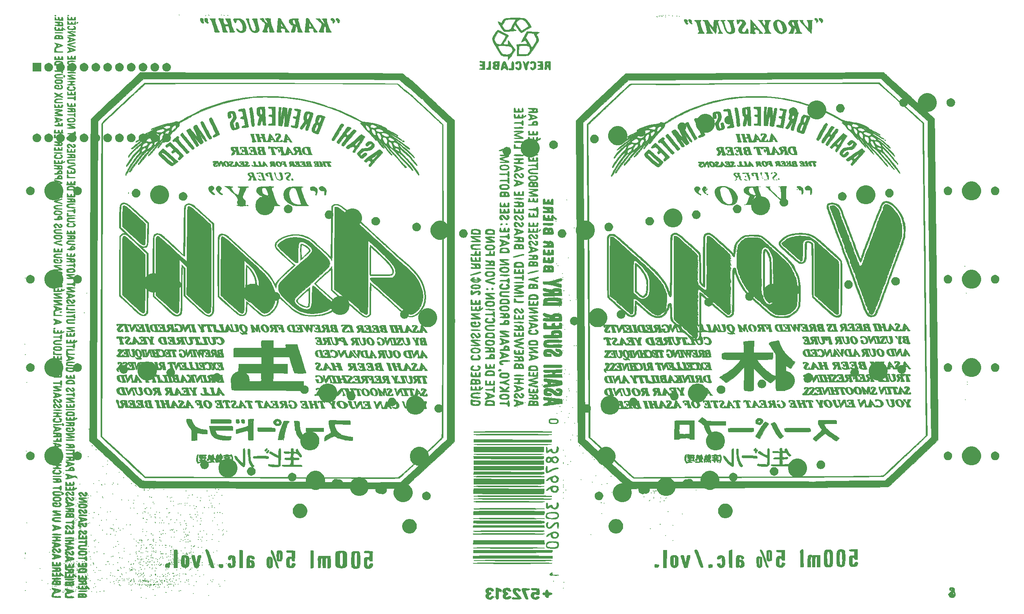
<source format=gbr>
G04 #@! TF.GenerationSoftware,KiCad,Pcbnew,(5.1.4)-1*
G04 #@! TF.CreationDate,2021-09-15T23:15:30-10:00*
G04 #@! TF.ProjectId,oya38split,6f796133-3873-4706-9c69-742e6b696361,rev?*
G04 #@! TF.SameCoordinates,Original*
G04 #@! TF.FileFunction,Soldermask,Bot*
G04 #@! TF.FilePolarity,Negative*
%FSLAX46Y46*%
G04 Gerber Fmt 4.6, Leading zero omitted, Abs format (unit mm)*
G04 Created by KiCad (PCBNEW (5.1.4)-1) date 2021-09-15 23:15:30*
%MOMM*%
%LPD*%
G04 APERTURE LIST*
%ADD10C,0.010000*%
%ADD11C,0.100000*%
G04 APERTURE END LIST*
D10*
G36*
X182313543Y-72832385D02*
G01*
X182292153Y-73133380D01*
X182273811Y-73591817D01*
X182259324Y-74180587D01*
X182249499Y-74872579D01*
X182245145Y-75640684D01*
X182245000Y-75810984D01*
X182245000Y-78849060D01*
X182890031Y-79429530D01*
X183311575Y-79797508D01*
X183624101Y-80028758D01*
X183868349Y-80136134D01*
X184085061Y-80132490D01*
X184314977Y-80030679D01*
X184474042Y-79929284D01*
X184723435Y-79701683D01*
X184903974Y-79385261D01*
X185023711Y-78950354D01*
X185090702Y-78367300D01*
X185112999Y-77606439D01*
X185113070Y-77575833D01*
X185111427Y-77484269D01*
X184783733Y-77484269D01*
X184776980Y-78042003D01*
X184745870Y-78555023D01*
X184690751Y-78962149D01*
X184637430Y-79152900D01*
X184434068Y-79491127D01*
X184177261Y-79713287D01*
X183915665Y-79782433D01*
X183832745Y-79763942D01*
X183660619Y-79657403D01*
X183397007Y-79450361D01*
X183130594Y-79216250D01*
X182615417Y-78740000D01*
X182608808Y-76147083D01*
X182608839Y-75421823D01*
X182612442Y-74763333D01*
X182619159Y-74202333D01*
X182628533Y-73769543D01*
X182640107Y-73495681D01*
X182649499Y-73414293D01*
X182741478Y-73372892D01*
X182916149Y-73486711D01*
X183152198Y-73726620D01*
X183428312Y-74063487D01*
X183723177Y-74468181D01*
X184015481Y-74911570D01*
X184283909Y-75364525D01*
X184507148Y-75797912D01*
X184654396Y-76154597D01*
X184722788Y-76479386D01*
X184765785Y-76943003D01*
X184783733Y-77484269D01*
X185111427Y-77484269D01*
X185101387Y-76925027D01*
X185051053Y-76411149D01*
X184942580Y-75964995D01*
X184756484Y-75517358D01*
X184473280Y-74999035D01*
X184311241Y-74728040D01*
X184036628Y-74320097D01*
X183709266Y-73901573D01*
X183359150Y-73503040D01*
X183016277Y-73155075D01*
X182710643Y-72888250D01*
X182472246Y-72733140D01*
X182337173Y-72715942D01*
X182313543Y-72832385D01*
X182313543Y-72832385D01*
G37*
X182313543Y-72832385D02*
X182292153Y-73133380D01*
X182273811Y-73591817D01*
X182259324Y-74180587D01*
X182249499Y-74872579D01*
X182245145Y-75640684D01*
X182245000Y-75810984D01*
X182245000Y-78849060D01*
X182890031Y-79429530D01*
X183311575Y-79797508D01*
X183624101Y-80028758D01*
X183868349Y-80136134D01*
X184085061Y-80132490D01*
X184314977Y-80030679D01*
X184474042Y-79929284D01*
X184723435Y-79701683D01*
X184903974Y-79385261D01*
X185023711Y-78950354D01*
X185090702Y-78367300D01*
X185112999Y-77606439D01*
X185113070Y-77575833D01*
X185111427Y-77484269D01*
X184783733Y-77484269D01*
X184776980Y-78042003D01*
X184745870Y-78555023D01*
X184690751Y-78962149D01*
X184637430Y-79152900D01*
X184434068Y-79491127D01*
X184177261Y-79713287D01*
X183915665Y-79782433D01*
X183832745Y-79763942D01*
X183660619Y-79657403D01*
X183397007Y-79450361D01*
X183130594Y-79216250D01*
X182615417Y-78740000D01*
X182608808Y-76147083D01*
X182608839Y-75421823D01*
X182612442Y-74763333D01*
X182619159Y-74202333D01*
X182628533Y-73769543D01*
X182640107Y-73495681D01*
X182649499Y-73414293D01*
X182741478Y-73372892D01*
X182916149Y-73486711D01*
X183152198Y-73726620D01*
X183428312Y-74063487D01*
X183723177Y-74468181D01*
X184015481Y-74911570D01*
X184283909Y-75364525D01*
X184507148Y-75797912D01*
X184654396Y-76154597D01*
X184722788Y-76479386D01*
X184765785Y-76943003D01*
X184783733Y-77484269D01*
X185111427Y-77484269D01*
X185101387Y-76925027D01*
X185051053Y-76411149D01*
X184942580Y-75964995D01*
X184756484Y-75517358D01*
X184473280Y-74999035D01*
X184311241Y-74728040D01*
X184036628Y-74320097D01*
X183709266Y-73901573D01*
X183359150Y-73503040D01*
X183016277Y-73155075D01*
X182710643Y-72888250D01*
X182472246Y-72733140D01*
X182337173Y-72715942D01*
X182313543Y-72832385D01*
G36*
X211984167Y-75882500D02*
G01*
X212037084Y-75935416D01*
X212090000Y-75882500D01*
X212037084Y-75829583D01*
X211984167Y-75882500D01*
X211984167Y-75882500D01*
G37*
X211984167Y-75882500D02*
X212037084Y-75935416D01*
X212090000Y-75882500D01*
X212037084Y-75829583D01*
X211984167Y-75882500D01*
G36*
X210128295Y-69749855D02*
G01*
X210081593Y-69794657D01*
X210029281Y-69853250D01*
X209986263Y-69927689D01*
X209951631Y-70037748D01*
X209924476Y-70203200D01*
X209903891Y-70443818D01*
X209888968Y-70779376D01*
X209878799Y-71229648D01*
X209872476Y-71814407D01*
X209869091Y-72553426D01*
X209867735Y-73466480D01*
X209867500Y-74457149D01*
X209868557Y-75579795D01*
X209872151Y-76510233D01*
X209878924Y-77267914D01*
X209889514Y-77872289D01*
X209904561Y-78342808D01*
X209924704Y-78698921D01*
X209950584Y-78960079D01*
X209982839Y-79145732D01*
X210022109Y-79275332D01*
X210026250Y-79285490D01*
X210131889Y-79597242D01*
X210183878Y-79866248D01*
X210185000Y-79896371D01*
X210251510Y-80171951D01*
X210423411Y-80504916D01*
X210659259Y-80840542D01*
X210917611Y-81124103D01*
X211157023Y-81300873D01*
X211272890Y-81332916D01*
X211367288Y-81263513D01*
X211515895Y-81112434D01*
X211568287Y-81043658D01*
X211610798Y-80950562D01*
X211644565Y-80811678D01*
X211670727Y-80605538D01*
X211690423Y-80310677D01*
X211704790Y-79905625D01*
X211714967Y-79368917D01*
X211722092Y-78679085D01*
X211727303Y-77814661D01*
X211729278Y-77356649D01*
X211343583Y-77356649D01*
X211341146Y-78229655D01*
X211335587Y-79013825D01*
X211327216Y-79686541D01*
X211316348Y-80225187D01*
X211303295Y-80607146D01*
X211288371Y-80809801D01*
X211281444Y-80836195D01*
X211154977Y-80833597D01*
X210971697Y-80687665D01*
X210776020Y-80440955D01*
X210660464Y-80241208D01*
X210549400Y-79970832D01*
X210501013Y-79758699D01*
X210500960Y-79755614D01*
X210466481Y-79554172D01*
X210382088Y-79254464D01*
X210346489Y-79147781D01*
X210306657Y-78997253D01*
X210274250Y-78783584D01*
X210248660Y-78487006D01*
X210229278Y-78087749D01*
X210215494Y-77566044D01*
X210206699Y-76902122D01*
X210202285Y-76076213D01*
X210201643Y-75068547D01*
X210202576Y-74475845D01*
X210206452Y-73546529D01*
X210213705Y-72681490D01*
X210223868Y-71904035D01*
X210236473Y-71237471D01*
X210251053Y-70705106D01*
X210267141Y-70330247D01*
X210284271Y-70136202D01*
X210289962Y-70115994D01*
X210393182Y-70094093D01*
X210545208Y-70241444D01*
X210726256Y-70527050D01*
X210916542Y-70919918D01*
X211089081Y-71367868D01*
X211148654Y-71548423D01*
X211197579Y-71722945D01*
X211236974Y-71913731D01*
X211267960Y-72143075D01*
X211291655Y-72433274D01*
X211309179Y-72806622D01*
X211321651Y-73285416D01*
X211330190Y-73891949D01*
X211335916Y-74648517D01*
X211339948Y-75577417D01*
X211342583Y-76417422D01*
X211343583Y-77356649D01*
X211729278Y-77356649D01*
X211730540Y-77064309D01*
X211730735Y-75682039D01*
X211719282Y-74502165D01*
X211695728Y-73515710D01*
X211659618Y-72713702D01*
X211610501Y-72087164D01*
X211547922Y-71627121D01*
X211471429Y-71324599D01*
X211436695Y-71245423D01*
X211329796Y-70983225D01*
X211297013Y-70859373D01*
X211195261Y-70593298D01*
X211005399Y-70266501D01*
X210778970Y-69955010D01*
X210567521Y-69734849D01*
X210506471Y-69693374D01*
X210313310Y-69642782D01*
X210128295Y-69749855D01*
X210128295Y-69749855D01*
G37*
X210128295Y-69749855D02*
X210081593Y-69794657D01*
X210029281Y-69853250D01*
X209986263Y-69927689D01*
X209951631Y-70037748D01*
X209924476Y-70203200D01*
X209903891Y-70443818D01*
X209888968Y-70779376D01*
X209878799Y-71229648D01*
X209872476Y-71814407D01*
X209869091Y-72553426D01*
X209867735Y-73466480D01*
X209867500Y-74457149D01*
X209868557Y-75579795D01*
X209872151Y-76510233D01*
X209878924Y-77267914D01*
X209889514Y-77872289D01*
X209904561Y-78342808D01*
X209924704Y-78698921D01*
X209950584Y-78960079D01*
X209982839Y-79145732D01*
X210022109Y-79275332D01*
X210026250Y-79285490D01*
X210131889Y-79597242D01*
X210183878Y-79866248D01*
X210185000Y-79896371D01*
X210251510Y-80171951D01*
X210423411Y-80504916D01*
X210659259Y-80840542D01*
X210917611Y-81124103D01*
X211157023Y-81300873D01*
X211272890Y-81332916D01*
X211367288Y-81263513D01*
X211515895Y-81112434D01*
X211568287Y-81043658D01*
X211610798Y-80950562D01*
X211644565Y-80811678D01*
X211670727Y-80605538D01*
X211690423Y-80310677D01*
X211704790Y-79905625D01*
X211714967Y-79368917D01*
X211722092Y-78679085D01*
X211727303Y-77814661D01*
X211729278Y-77356649D01*
X211343583Y-77356649D01*
X211341146Y-78229655D01*
X211335587Y-79013825D01*
X211327216Y-79686541D01*
X211316348Y-80225187D01*
X211303295Y-80607146D01*
X211288371Y-80809801D01*
X211281444Y-80836195D01*
X211154977Y-80833597D01*
X210971697Y-80687665D01*
X210776020Y-80440955D01*
X210660464Y-80241208D01*
X210549400Y-79970832D01*
X210501013Y-79758699D01*
X210500960Y-79755614D01*
X210466481Y-79554172D01*
X210382088Y-79254464D01*
X210346489Y-79147781D01*
X210306657Y-78997253D01*
X210274250Y-78783584D01*
X210248660Y-78487006D01*
X210229278Y-78087749D01*
X210215494Y-77566044D01*
X210206699Y-76902122D01*
X210202285Y-76076213D01*
X210201643Y-75068547D01*
X210202576Y-74475845D01*
X210206452Y-73546529D01*
X210213705Y-72681490D01*
X210223868Y-71904035D01*
X210236473Y-71237471D01*
X210251053Y-70705106D01*
X210267141Y-70330247D01*
X210284271Y-70136202D01*
X210289962Y-70115994D01*
X210393182Y-70094093D01*
X210545208Y-70241444D01*
X210726256Y-70527050D01*
X210916542Y-70919918D01*
X211089081Y-71367868D01*
X211148654Y-71548423D01*
X211197579Y-71722945D01*
X211236974Y-71913731D01*
X211267960Y-72143075D01*
X211291655Y-72433274D01*
X211309179Y-72806622D01*
X211321651Y-73285416D01*
X211330190Y-73891949D01*
X211335916Y-74648517D01*
X211339948Y-75577417D01*
X211342583Y-76417422D01*
X211343583Y-77356649D01*
X211729278Y-77356649D01*
X211730540Y-77064309D01*
X211730735Y-75682039D01*
X211719282Y-74502165D01*
X211695728Y-73515710D01*
X211659618Y-72713702D01*
X211610501Y-72087164D01*
X211547922Y-71627121D01*
X211471429Y-71324599D01*
X211436695Y-71245423D01*
X211329796Y-70983225D01*
X211297013Y-70859373D01*
X211195261Y-70593298D01*
X211005399Y-70266501D01*
X210778970Y-69955010D01*
X210567521Y-69734849D01*
X210506471Y-69693374D01*
X210313310Y-69642782D01*
X210128295Y-69749855D01*
G36*
X98529130Y-73520465D02*
G01*
X98511280Y-73762720D01*
X98492728Y-74177433D01*
X98474717Y-74725403D01*
X98458487Y-75367428D01*
X98445281Y-76064308D01*
X98442345Y-76260311D01*
X98410179Y-78543123D01*
X99011831Y-79038436D01*
X99323562Y-79280443D01*
X99584704Y-79456877D01*
X99743338Y-79532992D01*
X99751934Y-79533750D01*
X99909073Y-79463953D01*
X100131029Y-79289950D01*
X100199816Y-79224319D01*
X100449224Y-78874518D01*
X100652268Y-78397297D01*
X100684207Y-78291334D01*
X100814251Y-77513403D01*
X100528345Y-77513403D01*
X100427478Y-78154757D01*
X100314060Y-78519312D01*
X100156856Y-78870155D01*
X99986558Y-79151444D01*
X99833858Y-79307333D01*
X99785901Y-79322083D01*
X99654017Y-79258790D01*
X99420734Y-79095210D01*
X99212449Y-78929255D01*
X98742500Y-78536426D01*
X98742500Y-73483441D01*
X99222208Y-73995054D01*
X99847325Y-74799540D01*
X100276160Y-75663664D01*
X100504553Y-76573071D01*
X100528345Y-77513403D01*
X100814251Y-77513403D01*
X100839217Y-77364061D01*
X100787329Y-76445816D01*
X100533219Y-75551862D01*
X100081564Y-74697463D01*
X99437039Y-73897883D01*
X99294269Y-73754498D01*
X98583750Y-73063430D01*
X98529130Y-73520465D01*
X98529130Y-73520465D01*
G37*
X98529130Y-73520465D02*
X98511280Y-73762720D01*
X98492728Y-74177433D01*
X98474717Y-74725403D01*
X98458487Y-75367428D01*
X98445281Y-76064308D01*
X98442345Y-76260311D01*
X98410179Y-78543123D01*
X99011831Y-79038436D01*
X99323562Y-79280443D01*
X99584704Y-79456877D01*
X99743338Y-79532992D01*
X99751934Y-79533750D01*
X99909073Y-79463953D01*
X100131029Y-79289950D01*
X100199816Y-79224319D01*
X100449224Y-78874518D01*
X100652268Y-78397297D01*
X100684207Y-78291334D01*
X100814251Y-77513403D01*
X100528345Y-77513403D01*
X100427478Y-78154757D01*
X100314060Y-78519312D01*
X100156856Y-78870155D01*
X99986558Y-79151444D01*
X99833858Y-79307333D01*
X99785901Y-79322083D01*
X99654017Y-79258790D01*
X99420734Y-79095210D01*
X99212449Y-78929255D01*
X98742500Y-78536426D01*
X98742500Y-73483441D01*
X99222208Y-73995054D01*
X99847325Y-74799540D01*
X100276160Y-75663664D01*
X100504553Y-76573071D01*
X100528345Y-77513403D01*
X100814251Y-77513403D01*
X100839217Y-77364061D01*
X100787329Y-76445816D01*
X100533219Y-75551862D01*
X100081564Y-74697463D01*
X99437039Y-73897883D01*
X99294269Y-73754498D01*
X98583750Y-73063430D01*
X98529130Y-73520465D01*
G36*
X238654167Y-70167500D02*
G01*
X238707084Y-70220416D01*
X238760000Y-70167500D01*
X238707084Y-70114583D01*
X238654167Y-70167500D01*
X238654167Y-70167500D01*
G37*
X238654167Y-70167500D02*
X238707084Y-70220416D01*
X238760000Y-70167500D01*
X238707084Y-70114583D01*
X238654167Y-70167500D01*
G36*
X236389615Y-59966701D02*
G01*
X236140625Y-60021288D01*
X235946280Y-60151535D01*
X235902500Y-60284426D01*
X235855736Y-60449584D01*
X235796667Y-60483750D01*
X235733551Y-60578342D01*
X235695690Y-60817672D01*
X235690834Y-60960000D01*
X235669813Y-61244024D01*
X235616629Y-61414397D01*
X235585000Y-61436250D01*
X235486432Y-61519845D01*
X235478841Y-61568541D01*
X235433512Y-61721371D01*
X235313873Y-62005423D01*
X235143944Y-62364474D01*
X235108424Y-62435598D01*
X234929443Y-62822384D01*
X234798050Y-63166255D01*
X234739328Y-63400445D01*
X234738334Y-63420803D01*
X234702294Y-63587973D01*
X234632500Y-63605833D01*
X234557997Y-63647698D01*
X234526777Y-63855118D01*
X234526667Y-63871730D01*
X234475744Y-64161563D01*
X234361831Y-64367872D01*
X234251655Y-64557277D01*
X234251375Y-64674423D01*
X234241286Y-64839359D01*
X234202819Y-64879756D01*
X234146694Y-65006877D01*
X234160770Y-65041896D01*
X234145167Y-65134056D01*
X234109580Y-65140416D01*
X234024611Y-65230751D01*
X233997500Y-65398754D01*
X233958478Y-65622845D01*
X233891667Y-65722500D01*
X233802760Y-65871774D01*
X233785834Y-65993329D01*
X233740310Y-66161884D01*
X233680000Y-66198750D01*
X233605691Y-66290715D01*
X233574175Y-66512299D01*
X233574167Y-66516250D01*
X233543512Y-66739177D01*
X233469651Y-66833725D01*
X233468334Y-66833750D01*
X233381170Y-66922002D01*
X233362500Y-67036839D01*
X233316197Y-67265953D01*
X233203000Y-67557270D01*
X233185844Y-67592464D01*
X233004029Y-67960673D01*
X232898528Y-68198373D01*
X232848727Y-68363224D01*
X232834013Y-68512890D01*
X232833334Y-68578563D01*
X232797284Y-68778143D01*
X232727500Y-68844583D01*
X232648550Y-68935321D01*
X232621667Y-69114781D01*
X232562785Y-69370886D01*
X232415751Y-69681272D01*
X232357084Y-69774349D01*
X232193624Y-70053800D01*
X232100630Y-70288181D01*
X232092500Y-70344571D01*
X232037629Y-70536841D01*
X231986667Y-70590833D01*
X231910418Y-70733903D01*
X231880834Y-70967495D01*
X231849613Y-71187708D01*
X231775000Y-71278750D01*
X231700691Y-71370715D01*
X231669175Y-71592299D01*
X231669167Y-71596250D01*
X231638512Y-71819177D01*
X231564651Y-71913725D01*
X231563334Y-71913750D01*
X231489025Y-72005715D01*
X231457509Y-72227299D01*
X231457500Y-72231250D01*
X231426845Y-72454177D01*
X231352984Y-72548725D01*
X231351667Y-72548750D01*
X231262353Y-72636257D01*
X231245834Y-72736868D01*
X231190935Y-72981391D01*
X231059090Y-73192682D01*
X230899579Y-73312048D01*
X230776769Y-73295546D01*
X230626041Y-73235292D01*
X230574638Y-73255223D01*
X230530152Y-73209626D01*
X230506286Y-73009712D01*
X230505000Y-72936805D01*
X230482553Y-72685012D01*
X230427044Y-72554026D01*
X230411712Y-72548750D01*
X230320972Y-72448690D01*
X230188297Y-72160091D01*
X230020790Y-71700321D01*
X229859847Y-71199375D01*
X229762207Y-70967667D01*
X229663494Y-70856990D01*
X229653359Y-70855416D01*
X229582536Y-70763429D01*
X229552508Y-70541801D01*
X229552500Y-70537916D01*
X229521845Y-70314989D01*
X229447984Y-70220441D01*
X229446667Y-70220416D01*
X229379655Y-70126694D01*
X229343107Y-69893287D01*
X229340834Y-69808406D01*
X229296490Y-69474247D01*
X229175376Y-69332903D01*
X229060208Y-69236571D01*
X229064126Y-69181700D01*
X229058055Y-69035610D01*
X228968236Y-68804717D01*
X228965001Y-68798439D01*
X228852794Y-68511578D01*
X228810047Y-68276860D01*
X228793113Y-68129343D01*
X228728606Y-68175639D01*
X228705834Y-68209583D01*
X228632482Y-68281173D01*
X228603972Y-68169902D01*
X228601621Y-68077291D01*
X228567225Y-67866042D01*
X228494167Y-67786250D01*
X228424322Y-67693188D01*
X228389288Y-67464246D01*
X228388334Y-67414397D01*
X228363031Y-67106158D01*
X228301721Y-66867474D01*
X228297612Y-66858772D01*
X228186263Y-66638346D01*
X228040668Y-66355847D01*
X228033029Y-66341170D01*
X227913132Y-66049413D01*
X227859380Y-65796965D01*
X227859167Y-65785545D01*
X227816667Y-65608143D01*
X227753334Y-65563750D01*
X227673776Y-65473179D01*
X227647500Y-65299166D01*
X227617786Y-65100178D01*
X227560799Y-65034583D01*
X227486600Y-64941717D01*
X227390341Y-64703684D01*
X227330000Y-64505416D01*
X227233497Y-64206900D01*
X227142242Y-64015009D01*
X227099202Y-63976250D01*
X227033307Y-63885802D01*
X227012500Y-63719226D01*
X226949137Y-63450755D01*
X226853750Y-63303452D01*
X226729880Y-63077152D01*
X226695000Y-62872559D01*
X226659691Y-62670077D01*
X226589167Y-62600416D01*
X226522894Y-62506526D01*
X226486033Y-62271977D01*
X226483334Y-62177083D01*
X226459861Y-61911990D01*
X226401224Y-61764544D01*
X226377500Y-61753750D01*
X226296457Y-61663601D01*
X226271667Y-61502416D01*
X226191674Y-61266496D01*
X225971323Y-60950703D01*
X225802659Y-60761583D01*
X225525814Y-60489224D01*
X225312499Y-60341800D01*
X225090342Y-60281971D01*
X224853882Y-60272083D01*
X224469869Y-60315318D01*
X224270583Y-60455142D01*
X224246823Y-60706733D01*
X224376577Y-61059256D01*
X224501559Y-61344559D01*
X224572351Y-61561143D01*
X224578334Y-61605078D01*
X224645095Y-61752543D01*
X224677665Y-61771388D01*
X224766762Y-61891485D01*
X224815441Y-62071250D01*
X224892746Y-62350272D01*
X225026975Y-62661903D01*
X225033610Y-62674535D01*
X225154647Y-62942274D01*
X225212502Y-63148183D01*
X225213334Y-63164285D01*
X225288031Y-63361076D01*
X225349107Y-63428013D01*
X225451156Y-63605963D01*
X225510387Y-63880466D01*
X225511216Y-63890764D01*
X225556949Y-64139278D01*
X225632785Y-64272784D01*
X225640026Y-64276111D01*
X225714061Y-64395458D01*
X225742500Y-64613823D01*
X225776039Y-64854928D01*
X225848334Y-64981666D01*
X225937770Y-65131192D01*
X225954167Y-65248905D01*
X225971987Y-65399029D01*
X226034729Y-65611326D01*
X226156318Y-65923655D01*
X226350681Y-66373879D01*
X226449485Y-66595625D01*
X226556765Y-66863485D01*
X226607337Y-67047287D01*
X226607254Y-67074819D01*
X226671803Y-67178167D01*
X226746936Y-67218434D01*
X226880195Y-67362753D01*
X226906667Y-67486645D01*
X226937891Y-67713668D01*
X227016620Y-68017636D01*
X227120437Y-68332496D01*
X227226926Y-68592198D01*
X227313670Y-68730687D01*
X227331599Y-68738750D01*
X227385211Y-68832237D01*
X227413404Y-69063784D01*
X227414667Y-69132097D01*
X227442885Y-69397535D01*
X227512596Y-69553097D01*
X227531084Y-69564249D01*
X227608003Y-69685056D01*
X227646484Y-69931919D01*
X227647500Y-69982291D01*
X227665135Y-70208814D01*
X227708844Y-70294131D01*
X227722119Y-70286909D01*
X227794452Y-70333421D01*
X227899292Y-70533350D01*
X227970373Y-70719062D01*
X228183040Y-71305401D01*
X228352550Y-71698226D01*
X228476584Y-71892472D01*
X228517370Y-71913750D01*
X228569126Y-72007692D01*
X228597901Y-72242358D01*
X228600000Y-72337083D01*
X228623473Y-72602175D01*
X228682110Y-72749621D01*
X228705834Y-72760416D01*
X228791629Y-72849119D01*
X228811667Y-72973519D01*
X228858467Y-73250900D01*
X228904580Y-73370394D01*
X229093331Y-73774623D01*
X229242888Y-74152240D01*
X229329068Y-74439078D01*
X229340834Y-74527896D01*
X229373038Y-74641722D01*
X229409788Y-74631740D01*
X229499017Y-74654776D01*
X229608245Y-74817837D01*
X229705997Y-75055636D01*
X229760801Y-75302886D01*
X229764167Y-75366866D01*
X229802370Y-75649427D01*
X229855814Y-75804561D01*
X230027126Y-76210158D01*
X230173639Y-76665035D01*
X230267055Y-77074731D01*
X230285236Y-77238120D01*
X230337446Y-77367106D01*
X230399167Y-77364166D01*
X230474121Y-77405522D01*
X230504949Y-77611428D01*
X230505000Y-77622504D01*
X230535110Y-77848116D01*
X230607854Y-77946122D01*
X230610834Y-77946250D01*
X230703096Y-78032644D01*
X230716667Y-78115120D01*
X230775112Y-78316419D01*
X230915707Y-78563989D01*
X230916363Y-78564912D01*
X231064877Y-78862375D01*
X231165469Y-79220627D01*
X231172500Y-79266351D01*
X231234182Y-79541128D01*
X231318353Y-79707967D01*
X231343221Y-79724962D01*
X231425176Y-79846371D01*
X231457500Y-80071736D01*
X231488961Y-80290821D01*
X231563334Y-80380416D01*
X231632820Y-80473563D01*
X231668075Y-80703077D01*
X231669167Y-80757079D01*
X231694236Y-80997889D01*
X231760554Y-81074482D01*
X231775000Y-81068333D01*
X231847016Y-81113045D01*
X231880053Y-81328654D01*
X231880834Y-81379587D01*
X231907006Y-81626891D01*
X231971494Y-81752362D01*
X231986667Y-81756250D01*
X232080560Y-81841970D01*
X232092500Y-81915000D01*
X232149647Y-82055839D01*
X232198334Y-82073750D01*
X232290168Y-82133218D01*
X232290009Y-82153125D01*
X232302399Y-82301741D01*
X232351557Y-82557478D01*
X232357862Y-82584994D01*
X232430816Y-82805750D01*
X232505217Y-82827111D01*
X232529150Y-82796661D01*
X232587088Y-82788029D01*
X232616863Y-82976843D01*
X232620047Y-83105625D01*
X232644626Y-83410291D01*
X232723823Y-83542679D01*
X232780417Y-83555416D01*
X232921257Y-83612563D01*
X232939167Y-83661250D01*
X233030580Y-83737697D01*
X233233849Y-83767083D01*
X233505993Y-83694537D01*
X233710099Y-83459712D01*
X233838022Y-83178380D01*
X233891665Y-82931695D01*
X233891667Y-82930545D01*
X233934167Y-82753143D01*
X233997500Y-82708750D01*
X234071810Y-82616784D01*
X234103326Y-82395200D01*
X234103334Y-82391250D01*
X234126363Y-82167930D01*
X234181836Y-82072952D01*
X234182709Y-82072924D01*
X234284464Y-81982913D01*
X234400197Y-81768942D01*
X234493071Y-81512524D01*
X234526667Y-81311817D01*
X234575337Y-81151644D01*
X234632500Y-81121250D01*
X234719341Y-81032889D01*
X234738334Y-80915829D01*
X234786931Y-80713227D01*
X234844167Y-80645000D01*
X234937496Y-80493766D01*
X234950653Y-80400629D01*
X234998463Y-80182437D01*
X235109403Y-79918527D01*
X235223945Y-79620005D01*
X235267500Y-79362902D01*
X235305304Y-79169872D01*
X235373334Y-79110416D01*
X235439607Y-79016526D01*
X235476468Y-78781977D01*
X235479167Y-78687083D01*
X235499909Y-78421954D01*
X235536910Y-78316666D01*
X230928334Y-78316666D01*
X230875417Y-78369583D01*
X230822500Y-78316666D01*
X230875417Y-78263750D01*
X230928334Y-78316666D01*
X235536910Y-78316666D01*
X235551721Y-78274522D01*
X235572657Y-78263750D01*
X235673626Y-78175901D01*
X235743628Y-78025625D01*
X235811589Y-77819346D01*
X235840549Y-77734583D01*
X235886372Y-77603514D01*
X235941293Y-77443541D01*
X236040513Y-77259342D01*
X236121299Y-77205416D01*
X236196154Y-77114996D01*
X236220000Y-76947079D01*
X236259023Y-76722988D01*
X236325834Y-76623333D01*
X236402696Y-76479957D01*
X236431667Y-76252916D01*
X236464933Y-76010844D01*
X236537500Y-75882500D01*
X236613430Y-75739589D01*
X236643334Y-75502515D01*
X236693495Y-75247870D01*
X236802084Y-75127022D01*
X236920256Y-74984636D01*
X236960834Y-74766172D01*
X236994642Y-74526012D01*
X237066667Y-74400833D01*
X237147859Y-74255310D01*
X237172500Y-74070841D01*
X237200148Y-73892016D01*
X237256364Y-73858088D01*
X237328148Y-73812595D01*
X237357495Y-73680693D01*
X237416077Y-73481906D01*
X237485298Y-73414623D01*
X237569935Y-73293359D01*
X237595834Y-73118290D01*
X237654363Y-72833872D01*
X237766756Y-72597943D01*
X237863893Y-72415521D01*
X237861225Y-72337139D01*
X237859630Y-72337083D01*
X237849771Y-72272269D01*
X237908734Y-72183875D01*
X238013970Y-71974274D01*
X238089571Y-71683845D01*
X238089989Y-71681167D01*
X238152891Y-71433333D01*
X238233283Y-71299847D01*
X238240380Y-71296388D01*
X238309405Y-71177099D01*
X238336667Y-70952430D01*
X238368128Y-70733345D01*
X238442500Y-70643750D01*
X238516810Y-70551784D01*
X238548326Y-70330200D01*
X238548334Y-70326250D01*
X238573333Y-70103243D01*
X238633557Y-70008771D01*
X238634566Y-70008750D01*
X238736895Y-69919383D01*
X238865156Y-69699935D01*
X238985540Y-69423387D01*
X239064237Y-69162718D01*
X239077500Y-69052659D01*
X239122505Y-68882642D01*
X239183334Y-68844583D01*
X239252820Y-68751436D01*
X239288075Y-68521922D01*
X239289167Y-68467920D01*
X239314236Y-68227110D01*
X239380554Y-68150517D01*
X239395000Y-68156666D01*
X239467474Y-68112481D01*
X239500218Y-67898354D01*
X239500834Y-67854232D01*
X239534794Y-67596607D01*
X239617957Y-67449461D01*
X239632016Y-67442661D01*
X239685677Y-67324480D01*
X239726702Y-67039727D01*
X239755077Y-66633116D01*
X239770787Y-66149360D01*
X239773818Y-65633171D01*
X239764155Y-65129265D01*
X239741781Y-64682353D01*
X239706684Y-64337148D01*
X239658847Y-64138365D01*
X239633125Y-64108585D01*
X239545379Y-63981491D01*
X239502203Y-63718446D01*
X239500834Y-63656449D01*
X239437074Y-63295408D01*
X239394855Y-63182645D01*
X239342084Y-63235416D01*
X239289167Y-63182500D01*
X239342084Y-63129583D01*
X239394682Y-63182182D01*
X239269887Y-62848864D01*
X239035410Y-62390448D01*
X238769781Y-61993794D01*
X238586942Y-61794353D01*
X238412762Y-61618654D01*
X238336786Y-61502757D01*
X238336667Y-61500490D01*
X238271874Y-61391904D01*
X238109764Y-61186446D01*
X237898744Y-60940764D01*
X237687220Y-60711503D01*
X237542917Y-60571621D01*
X237156904Y-60248529D01*
X236870381Y-60053499D01*
X236631801Y-59966299D01*
X236389615Y-59966701D01*
X236389615Y-59966701D01*
G37*
X236389615Y-59966701D02*
X236140625Y-60021288D01*
X235946280Y-60151535D01*
X235902500Y-60284426D01*
X235855736Y-60449584D01*
X235796667Y-60483750D01*
X235733551Y-60578342D01*
X235695690Y-60817672D01*
X235690834Y-60960000D01*
X235669813Y-61244024D01*
X235616629Y-61414397D01*
X235585000Y-61436250D01*
X235486432Y-61519845D01*
X235478841Y-61568541D01*
X235433512Y-61721371D01*
X235313873Y-62005423D01*
X235143944Y-62364474D01*
X235108424Y-62435598D01*
X234929443Y-62822384D01*
X234798050Y-63166255D01*
X234739328Y-63400445D01*
X234738334Y-63420803D01*
X234702294Y-63587973D01*
X234632500Y-63605833D01*
X234557997Y-63647698D01*
X234526777Y-63855118D01*
X234526667Y-63871730D01*
X234475744Y-64161563D01*
X234361831Y-64367872D01*
X234251655Y-64557277D01*
X234251375Y-64674423D01*
X234241286Y-64839359D01*
X234202819Y-64879756D01*
X234146694Y-65006877D01*
X234160770Y-65041896D01*
X234145167Y-65134056D01*
X234109580Y-65140416D01*
X234024611Y-65230751D01*
X233997500Y-65398754D01*
X233958478Y-65622845D01*
X233891667Y-65722500D01*
X233802760Y-65871774D01*
X233785834Y-65993329D01*
X233740310Y-66161884D01*
X233680000Y-66198750D01*
X233605691Y-66290715D01*
X233574175Y-66512299D01*
X233574167Y-66516250D01*
X233543512Y-66739177D01*
X233469651Y-66833725D01*
X233468334Y-66833750D01*
X233381170Y-66922002D01*
X233362500Y-67036839D01*
X233316197Y-67265953D01*
X233203000Y-67557270D01*
X233185844Y-67592464D01*
X233004029Y-67960673D01*
X232898528Y-68198373D01*
X232848727Y-68363224D01*
X232834013Y-68512890D01*
X232833334Y-68578563D01*
X232797284Y-68778143D01*
X232727500Y-68844583D01*
X232648550Y-68935321D01*
X232621667Y-69114781D01*
X232562785Y-69370886D01*
X232415751Y-69681272D01*
X232357084Y-69774349D01*
X232193624Y-70053800D01*
X232100630Y-70288181D01*
X232092500Y-70344571D01*
X232037629Y-70536841D01*
X231986667Y-70590833D01*
X231910418Y-70733903D01*
X231880834Y-70967495D01*
X231849613Y-71187708D01*
X231775000Y-71278750D01*
X231700691Y-71370715D01*
X231669175Y-71592299D01*
X231669167Y-71596250D01*
X231638512Y-71819177D01*
X231564651Y-71913725D01*
X231563334Y-71913750D01*
X231489025Y-72005715D01*
X231457509Y-72227299D01*
X231457500Y-72231250D01*
X231426845Y-72454177D01*
X231352984Y-72548725D01*
X231351667Y-72548750D01*
X231262353Y-72636257D01*
X231245834Y-72736868D01*
X231190935Y-72981391D01*
X231059090Y-73192682D01*
X230899579Y-73312048D01*
X230776769Y-73295546D01*
X230626041Y-73235292D01*
X230574638Y-73255223D01*
X230530152Y-73209626D01*
X230506286Y-73009712D01*
X230505000Y-72936805D01*
X230482553Y-72685012D01*
X230427044Y-72554026D01*
X230411712Y-72548750D01*
X230320972Y-72448690D01*
X230188297Y-72160091D01*
X230020790Y-71700321D01*
X229859847Y-71199375D01*
X229762207Y-70967667D01*
X229663494Y-70856990D01*
X229653359Y-70855416D01*
X229582536Y-70763429D01*
X229552508Y-70541801D01*
X229552500Y-70537916D01*
X229521845Y-70314989D01*
X229447984Y-70220441D01*
X229446667Y-70220416D01*
X229379655Y-70126694D01*
X229343107Y-69893287D01*
X229340834Y-69808406D01*
X229296490Y-69474247D01*
X229175376Y-69332903D01*
X229060208Y-69236571D01*
X229064126Y-69181700D01*
X229058055Y-69035610D01*
X228968236Y-68804717D01*
X228965001Y-68798439D01*
X228852794Y-68511578D01*
X228810047Y-68276860D01*
X228793113Y-68129343D01*
X228728606Y-68175639D01*
X228705834Y-68209583D01*
X228632482Y-68281173D01*
X228603972Y-68169902D01*
X228601621Y-68077291D01*
X228567225Y-67866042D01*
X228494167Y-67786250D01*
X228424322Y-67693188D01*
X228389288Y-67464246D01*
X228388334Y-67414397D01*
X228363031Y-67106158D01*
X228301721Y-66867474D01*
X228297612Y-66858772D01*
X228186263Y-66638346D01*
X228040668Y-66355847D01*
X228033029Y-66341170D01*
X227913132Y-66049413D01*
X227859380Y-65796965D01*
X227859167Y-65785545D01*
X227816667Y-65608143D01*
X227753334Y-65563750D01*
X227673776Y-65473179D01*
X227647500Y-65299166D01*
X227617786Y-65100178D01*
X227560799Y-65034583D01*
X227486600Y-64941717D01*
X227390341Y-64703684D01*
X227330000Y-64505416D01*
X227233497Y-64206900D01*
X227142242Y-64015009D01*
X227099202Y-63976250D01*
X227033307Y-63885802D01*
X227012500Y-63719226D01*
X226949137Y-63450755D01*
X226853750Y-63303452D01*
X226729880Y-63077152D01*
X226695000Y-62872559D01*
X226659691Y-62670077D01*
X226589167Y-62600416D01*
X226522894Y-62506526D01*
X226486033Y-62271977D01*
X226483334Y-62177083D01*
X226459861Y-61911990D01*
X226401224Y-61764544D01*
X226377500Y-61753750D01*
X226296457Y-61663601D01*
X226271667Y-61502416D01*
X226191674Y-61266496D01*
X225971323Y-60950703D01*
X225802659Y-60761583D01*
X225525814Y-60489224D01*
X225312499Y-60341800D01*
X225090342Y-60281971D01*
X224853882Y-60272083D01*
X224469869Y-60315318D01*
X224270583Y-60455142D01*
X224246823Y-60706733D01*
X224376577Y-61059256D01*
X224501559Y-61344559D01*
X224572351Y-61561143D01*
X224578334Y-61605078D01*
X224645095Y-61752543D01*
X224677665Y-61771388D01*
X224766762Y-61891485D01*
X224815441Y-62071250D01*
X224892746Y-62350272D01*
X225026975Y-62661903D01*
X225033610Y-62674535D01*
X225154647Y-62942274D01*
X225212502Y-63148183D01*
X225213334Y-63164285D01*
X225288031Y-63361076D01*
X225349107Y-63428013D01*
X225451156Y-63605963D01*
X225510387Y-63880466D01*
X225511216Y-63890764D01*
X225556949Y-64139278D01*
X225632785Y-64272784D01*
X225640026Y-64276111D01*
X225714061Y-64395458D01*
X225742500Y-64613823D01*
X225776039Y-64854928D01*
X225848334Y-64981666D01*
X225937770Y-65131192D01*
X225954167Y-65248905D01*
X225971987Y-65399029D01*
X226034729Y-65611326D01*
X226156318Y-65923655D01*
X226350681Y-66373879D01*
X226449485Y-66595625D01*
X226556765Y-66863485D01*
X226607337Y-67047287D01*
X226607254Y-67074819D01*
X226671803Y-67178167D01*
X226746936Y-67218434D01*
X226880195Y-67362753D01*
X226906667Y-67486645D01*
X226937891Y-67713668D01*
X227016620Y-68017636D01*
X227120437Y-68332496D01*
X227226926Y-68592198D01*
X227313670Y-68730687D01*
X227331599Y-68738750D01*
X227385211Y-68832237D01*
X227413404Y-69063784D01*
X227414667Y-69132097D01*
X227442885Y-69397535D01*
X227512596Y-69553097D01*
X227531084Y-69564249D01*
X227608003Y-69685056D01*
X227646484Y-69931919D01*
X227647500Y-69982291D01*
X227665135Y-70208814D01*
X227708844Y-70294131D01*
X227722119Y-70286909D01*
X227794452Y-70333421D01*
X227899292Y-70533350D01*
X227970373Y-70719062D01*
X228183040Y-71305401D01*
X228352550Y-71698226D01*
X228476584Y-71892472D01*
X228517370Y-71913750D01*
X228569126Y-72007692D01*
X228597901Y-72242358D01*
X228600000Y-72337083D01*
X228623473Y-72602175D01*
X228682110Y-72749621D01*
X228705834Y-72760416D01*
X228791629Y-72849119D01*
X228811667Y-72973519D01*
X228858467Y-73250900D01*
X228904580Y-73370394D01*
X229093331Y-73774623D01*
X229242888Y-74152240D01*
X229329068Y-74439078D01*
X229340834Y-74527896D01*
X229373038Y-74641722D01*
X229409788Y-74631740D01*
X229499017Y-74654776D01*
X229608245Y-74817837D01*
X229705997Y-75055636D01*
X229760801Y-75302886D01*
X229764167Y-75366866D01*
X229802370Y-75649427D01*
X229855814Y-75804561D01*
X230027126Y-76210158D01*
X230173639Y-76665035D01*
X230267055Y-77074731D01*
X230285236Y-77238120D01*
X230337446Y-77367106D01*
X230399167Y-77364166D01*
X230474121Y-77405522D01*
X230504949Y-77611428D01*
X230505000Y-77622504D01*
X230535110Y-77848116D01*
X230607854Y-77946122D01*
X230610834Y-77946250D01*
X230703096Y-78032644D01*
X230716667Y-78115120D01*
X230775112Y-78316419D01*
X230915707Y-78563989D01*
X230916363Y-78564912D01*
X231064877Y-78862375D01*
X231165469Y-79220627D01*
X231172500Y-79266351D01*
X231234182Y-79541128D01*
X231318353Y-79707967D01*
X231343221Y-79724962D01*
X231425176Y-79846371D01*
X231457500Y-80071736D01*
X231488961Y-80290821D01*
X231563334Y-80380416D01*
X231632820Y-80473563D01*
X231668075Y-80703077D01*
X231669167Y-80757079D01*
X231694236Y-80997889D01*
X231760554Y-81074482D01*
X231775000Y-81068333D01*
X231847016Y-81113045D01*
X231880053Y-81328654D01*
X231880834Y-81379587D01*
X231907006Y-81626891D01*
X231971494Y-81752362D01*
X231986667Y-81756250D01*
X232080560Y-81841970D01*
X232092500Y-81915000D01*
X232149647Y-82055839D01*
X232198334Y-82073750D01*
X232290168Y-82133218D01*
X232290009Y-82153125D01*
X232302399Y-82301741D01*
X232351557Y-82557478D01*
X232357862Y-82584994D01*
X232430816Y-82805750D01*
X232505217Y-82827111D01*
X232529150Y-82796661D01*
X232587088Y-82788029D01*
X232616863Y-82976843D01*
X232620047Y-83105625D01*
X232644626Y-83410291D01*
X232723823Y-83542679D01*
X232780417Y-83555416D01*
X232921257Y-83612563D01*
X232939167Y-83661250D01*
X233030580Y-83737697D01*
X233233849Y-83767083D01*
X233505993Y-83694537D01*
X233710099Y-83459712D01*
X233838022Y-83178380D01*
X233891665Y-82931695D01*
X233891667Y-82930545D01*
X233934167Y-82753143D01*
X233997500Y-82708750D01*
X234071810Y-82616784D01*
X234103326Y-82395200D01*
X234103334Y-82391250D01*
X234126363Y-82167930D01*
X234181836Y-82072952D01*
X234182709Y-82072924D01*
X234284464Y-81982913D01*
X234400197Y-81768942D01*
X234493071Y-81512524D01*
X234526667Y-81311817D01*
X234575337Y-81151644D01*
X234632500Y-81121250D01*
X234719341Y-81032889D01*
X234738334Y-80915829D01*
X234786931Y-80713227D01*
X234844167Y-80645000D01*
X234937496Y-80493766D01*
X234950653Y-80400629D01*
X234998463Y-80182437D01*
X235109403Y-79918527D01*
X235223945Y-79620005D01*
X235267500Y-79362902D01*
X235305304Y-79169872D01*
X235373334Y-79110416D01*
X235439607Y-79016526D01*
X235476468Y-78781977D01*
X235479167Y-78687083D01*
X235499909Y-78421954D01*
X235536910Y-78316666D01*
X230928334Y-78316666D01*
X230875417Y-78369583D01*
X230822500Y-78316666D01*
X230875417Y-78263750D01*
X230928334Y-78316666D01*
X235536910Y-78316666D01*
X235551721Y-78274522D01*
X235572657Y-78263750D01*
X235673626Y-78175901D01*
X235743628Y-78025625D01*
X235811589Y-77819346D01*
X235840549Y-77734583D01*
X235886372Y-77603514D01*
X235941293Y-77443541D01*
X236040513Y-77259342D01*
X236121299Y-77205416D01*
X236196154Y-77114996D01*
X236220000Y-76947079D01*
X236259023Y-76722988D01*
X236325834Y-76623333D01*
X236402696Y-76479957D01*
X236431667Y-76252916D01*
X236464933Y-76010844D01*
X236537500Y-75882500D01*
X236613430Y-75739589D01*
X236643334Y-75502515D01*
X236693495Y-75247870D01*
X236802084Y-75127022D01*
X236920256Y-74984636D01*
X236960834Y-74766172D01*
X236994642Y-74526012D01*
X237066667Y-74400833D01*
X237147859Y-74255310D01*
X237172500Y-74070841D01*
X237200148Y-73892016D01*
X237256364Y-73858088D01*
X237328148Y-73812595D01*
X237357495Y-73680693D01*
X237416077Y-73481906D01*
X237485298Y-73414623D01*
X237569935Y-73293359D01*
X237595834Y-73118290D01*
X237654363Y-72833872D01*
X237766756Y-72597943D01*
X237863893Y-72415521D01*
X237861225Y-72337139D01*
X237859630Y-72337083D01*
X237849771Y-72272269D01*
X237908734Y-72183875D01*
X238013970Y-71974274D01*
X238089571Y-71683845D01*
X238089989Y-71681167D01*
X238152891Y-71433333D01*
X238233283Y-71299847D01*
X238240380Y-71296388D01*
X238309405Y-71177099D01*
X238336667Y-70952430D01*
X238368128Y-70733345D01*
X238442500Y-70643750D01*
X238516810Y-70551784D01*
X238548326Y-70330200D01*
X238548334Y-70326250D01*
X238573333Y-70103243D01*
X238633557Y-70008771D01*
X238634566Y-70008750D01*
X238736895Y-69919383D01*
X238865156Y-69699935D01*
X238985540Y-69423387D01*
X239064237Y-69162718D01*
X239077500Y-69052659D01*
X239122505Y-68882642D01*
X239183334Y-68844583D01*
X239252820Y-68751436D01*
X239288075Y-68521922D01*
X239289167Y-68467920D01*
X239314236Y-68227110D01*
X239380554Y-68150517D01*
X239395000Y-68156666D01*
X239467474Y-68112481D01*
X239500218Y-67898354D01*
X239500834Y-67854232D01*
X239534794Y-67596607D01*
X239617957Y-67449461D01*
X239632016Y-67442661D01*
X239685677Y-67324480D01*
X239726702Y-67039727D01*
X239755077Y-66633116D01*
X239770787Y-66149360D01*
X239773818Y-65633171D01*
X239764155Y-65129265D01*
X239741781Y-64682353D01*
X239706684Y-64337148D01*
X239658847Y-64138365D01*
X239633125Y-64108585D01*
X239545379Y-63981491D01*
X239502203Y-63718446D01*
X239500834Y-63656449D01*
X239437074Y-63295408D01*
X239394855Y-63182645D01*
X239342084Y-63235416D01*
X239289167Y-63182500D01*
X239342084Y-63129583D01*
X239394682Y-63182182D01*
X239269887Y-62848864D01*
X239035410Y-62390448D01*
X238769781Y-61993794D01*
X238586942Y-61794353D01*
X238412762Y-61618654D01*
X238336786Y-61502757D01*
X238336667Y-61500490D01*
X238271874Y-61391904D01*
X238109764Y-61186446D01*
X237898744Y-60940764D01*
X237687220Y-60711503D01*
X237542917Y-60571621D01*
X237156904Y-60248529D01*
X236870381Y-60053499D01*
X236631801Y-59966299D01*
X236389615Y-59966701D01*
G36*
X217294027Y-66825348D02*
G01*
X216914310Y-66861612D01*
X216665834Y-66926599D01*
X216653020Y-66933061D01*
X216374321Y-67024357D01*
X216184995Y-67045416D01*
X215875911Y-67102149D01*
X215479662Y-67247489D01*
X215079237Y-67444150D01*
X214757627Y-67654846D01*
X214684478Y-67719571D01*
X214425328Y-67953129D01*
X214172819Y-68155327D01*
X213977725Y-68338165D01*
X213889594Y-68496171D01*
X213889167Y-68504096D01*
X213957203Y-68656288D01*
X214117819Y-68865031D01*
X214305779Y-69057019D01*
X214455843Y-69158947D01*
X214474737Y-69162083D01*
X214578519Y-69232311D01*
X214776407Y-69413312D01*
X214947500Y-69585416D01*
X215182797Y-69818300D01*
X215360273Y-69972060D01*
X215423750Y-70008750D01*
X215529523Y-70079038D01*
X215728813Y-70260181D01*
X215900000Y-70432083D01*
X216135297Y-70664967D01*
X216312773Y-70818727D01*
X216376250Y-70855416D01*
X216482023Y-70925705D01*
X216681313Y-71106848D01*
X216852500Y-71278750D01*
X217088216Y-71511690D01*
X217266630Y-71665450D01*
X217330908Y-71702083D01*
X217440598Y-71772706D01*
X217631939Y-71950373D01*
X217718277Y-72040040D01*
X217940514Y-72248727D01*
X218098268Y-72307697D01*
X218210530Y-72266742D01*
X218273772Y-72202833D01*
X218321318Y-72082586D01*
X218356020Y-71877036D01*
X218380730Y-71557214D01*
X218398299Y-71094153D01*
X218411578Y-70458887D01*
X218415884Y-70180645D01*
X218427475Y-69483564D01*
X218441458Y-68965868D01*
X218461545Y-68595282D01*
X218491445Y-68339527D01*
X218534869Y-68166327D01*
X218595527Y-68043405D01*
X218673095Y-67943111D01*
X218829894Y-67795542D01*
X219018418Y-67715935D01*
X219306660Y-67684459D01*
X219573864Y-67680416D01*
X219954243Y-67689745D01*
X220202882Y-67736763D01*
X220399511Y-67850016D01*
X220621230Y-68055424D01*
X220996238Y-68430432D01*
X221006484Y-79675688D01*
X221253015Y-79922219D01*
X221454224Y-80092576D01*
X221604901Y-80168496D01*
X221610190Y-80168750D01*
X221705393Y-80255539D01*
X221720834Y-80345138D01*
X221748105Y-80466649D01*
X221779543Y-80462818D01*
X221878603Y-80500033D01*
X222078777Y-80655235D01*
X222308709Y-80867907D01*
X222551268Y-81099210D01*
X222721139Y-81246258D01*
X222779167Y-81277434D01*
X222848353Y-81321674D01*
X223033692Y-81485644D01*
X223301857Y-81739214D01*
X223452928Y-81886581D01*
X223804507Y-82224467D01*
X224144266Y-82536954D01*
X224412467Y-82769477D01*
X224468877Y-82814583D01*
X224771513Y-83063492D01*
X225097469Y-83352557D01*
X225172875Y-83423125D01*
X225482886Y-83650854D01*
X225783905Y-83760851D01*
X226022871Y-83739855D01*
X226114612Y-83658507D01*
X226123985Y-83541424D01*
X226133184Y-83236613D01*
X226142082Y-82768013D01*
X226150554Y-82159563D01*
X226158474Y-81435201D01*
X226165716Y-80618868D01*
X226172154Y-79734501D01*
X226177662Y-78806040D01*
X226182116Y-77857423D01*
X226185388Y-76912589D01*
X226187354Y-75995478D01*
X226187886Y-75130028D01*
X226186861Y-74340178D01*
X226184151Y-73649866D01*
X226179631Y-73083033D01*
X226173175Y-72663616D01*
X226172536Y-72635684D01*
X226163557Y-72494303D01*
X226125168Y-72374450D01*
X226028576Y-72241107D01*
X225844987Y-72059257D01*
X225545607Y-71793882D01*
X225319291Y-71598023D01*
X224944993Y-71269760D01*
X224553112Y-70918415D01*
X224313149Y-70698440D01*
X223979954Y-70393088D01*
X223584834Y-70037656D01*
X223291314Y-69777736D01*
X222927411Y-69456835D01*
X222556195Y-69126752D01*
X222308694Y-68904611D01*
X222059317Y-68692527D01*
X221869846Y-68555564D01*
X221805986Y-68527083D01*
X221732630Y-68439989D01*
X221720834Y-68350694D01*
X221688777Y-68234626D01*
X221650952Y-68244187D01*
X221547001Y-68223897D01*
X221433284Y-68103076D01*
X221280324Y-67939767D01*
X221180855Y-67892083D01*
X221041876Y-67823383D01*
X220839980Y-67655311D01*
X220812709Y-67628580D01*
X220554102Y-67425840D01*
X220294626Y-67301236D01*
X220288353Y-67299606D01*
X220092069Y-67220536D01*
X220027500Y-67147280D01*
X219928866Y-67058640D01*
X219661529Y-66979684D01*
X219268338Y-66913130D01*
X218792143Y-66861700D01*
X218275794Y-66828112D01*
X217762139Y-66815089D01*
X217294027Y-66825348D01*
X217294027Y-66825348D01*
G37*
X217294027Y-66825348D02*
X216914310Y-66861612D01*
X216665834Y-66926599D01*
X216653020Y-66933061D01*
X216374321Y-67024357D01*
X216184995Y-67045416D01*
X215875911Y-67102149D01*
X215479662Y-67247489D01*
X215079237Y-67444150D01*
X214757627Y-67654846D01*
X214684478Y-67719571D01*
X214425328Y-67953129D01*
X214172819Y-68155327D01*
X213977725Y-68338165D01*
X213889594Y-68496171D01*
X213889167Y-68504096D01*
X213957203Y-68656288D01*
X214117819Y-68865031D01*
X214305779Y-69057019D01*
X214455843Y-69158947D01*
X214474737Y-69162083D01*
X214578519Y-69232311D01*
X214776407Y-69413312D01*
X214947500Y-69585416D01*
X215182797Y-69818300D01*
X215360273Y-69972060D01*
X215423750Y-70008750D01*
X215529523Y-70079038D01*
X215728813Y-70260181D01*
X215900000Y-70432083D01*
X216135297Y-70664967D01*
X216312773Y-70818727D01*
X216376250Y-70855416D01*
X216482023Y-70925705D01*
X216681313Y-71106848D01*
X216852500Y-71278750D01*
X217088216Y-71511690D01*
X217266630Y-71665450D01*
X217330908Y-71702083D01*
X217440598Y-71772706D01*
X217631939Y-71950373D01*
X217718277Y-72040040D01*
X217940514Y-72248727D01*
X218098268Y-72307697D01*
X218210530Y-72266742D01*
X218273772Y-72202833D01*
X218321318Y-72082586D01*
X218356020Y-71877036D01*
X218380730Y-71557214D01*
X218398299Y-71094153D01*
X218411578Y-70458887D01*
X218415884Y-70180645D01*
X218427475Y-69483564D01*
X218441458Y-68965868D01*
X218461545Y-68595282D01*
X218491445Y-68339527D01*
X218534869Y-68166327D01*
X218595527Y-68043405D01*
X218673095Y-67943111D01*
X218829894Y-67795542D01*
X219018418Y-67715935D01*
X219306660Y-67684459D01*
X219573864Y-67680416D01*
X219954243Y-67689745D01*
X220202882Y-67736763D01*
X220399511Y-67850016D01*
X220621230Y-68055424D01*
X220996238Y-68430432D01*
X221006484Y-79675688D01*
X221253015Y-79922219D01*
X221454224Y-80092576D01*
X221604901Y-80168496D01*
X221610190Y-80168750D01*
X221705393Y-80255539D01*
X221720834Y-80345138D01*
X221748105Y-80466649D01*
X221779543Y-80462818D01*
X221878603Y-80500033D01*
X222078777Y-80655235D01*
X222308709Y-80867907D01*
X222551268Y-81099210D01*
X222721139Y-81246258D01*
X222779167Y-81277434D01*
X222848353Y-81321674D01*
X223033692Y-81485644D01*
X223301857Y-81739214D01*
X223452928Y-81886581D01*
X223804507Y-82224467D01*
X224144266Y-82536954D01*
X224412467Y-82769477D01*
X224468877Y-82814583D01*
X224771513Y-83063492D01*
X225097469Y-83352557D01*
X225172875Y-83423125D01*
X225482886Y-83650854D01*
X225783905Y-83760851D01*
X226022871Y-83739855D01*
X226114612Y-83658507D01*
X226123985Y-83541424D01*
X226133184Y-83236613D01*
X226142082Y-82768013D01*
X226150554Y-82159563D01*
X226158474Y-81435201D01*
X226165716Y-80618868D01*
X226172154Y-79734501D01*
X226177662Y-78806040D01*
X226182116Y-77857423D01*
X226185388Y-76912589D01*
X226187354Y-75995478D01*
X226187886Y-75130028D01*
X226186861Y-74340178D01*
X226184151Y-73649866D01*
X226179631Y-73083033D01*
X226173175Y-72663616D01*
X226172536Y-72635684D01*
X226163557Y-72494303D01*
X226125168Y-72374450D01*
X226028576Y-72241107D01*
X225844987Y-72059257D01*
X225545607Y-71793882D01*
X225319291Y-71598023D01*
X224944993Y-71269760D01*
X224553112Y-70918415D01*
X224313149Y-70698440D01*
X223979954Y-70393088D01*
X223584834Y-70037656D01*
X223291314Y-69777736D01*
X222927411Y-69456835D01*
X222556195Y-69126752D01*
X222308694Y-68904611D01*
X222059317Y-68692527D01*
X221869846Y-68555564D01*
X221805986Y-68527083D01*
X221732630Y-68439989D01*
X221720834Y-68350694D01*
X221688777Y-68234626D01*
X221650952Y-68244187D01*
X221547001Y-68223897D01*
X221433284Y-68103076D01*
X221280324Y-67939767D01*
X221180855Y-67892083D01*
X221041876Y-67823383D01*
X220839980Y-67655311D01*
X220812709Y-67628580D01*
X220554102Y-67425840D01*
X220294626Y-67301236D01*
X220288353Y-67299606D01*
X220092069Y-67220536D01*
X220027500Y-67147280D01*
X219928866Y-67058640D01*
X219661529Y-66979684D01*
X219268338Y-66913130D01*
X218792143Y-66861700D01*
X218275794Y-66828112D01*
X217762139Y-66815089D01*
X217294027Y-66825348D01*
G36*
X204152500Y-69850000D02*
G01*
X204205417Y-69902916D01*
X204258334Y-69850000D01*
X204205417Y-69797083D01*
X204152500Y-69850000D01*
X204152500Y-69850000D01*
G37*
X204152500Y-69850000D02*
X204205417Y-69902916D01*
X204258334Y-69850000D01*
X204205417Y-69797083D01*
X204152500Y-69850000D01*
G36*
X202916038Y-71153072D02*
G01*
X202903421Y-71318477D01*
X202924393Y-71355920D01*
X202972495Y-71324356D01*
X202979979Y-71217013D01*
X202954132Y-71104086D01*
X202916038Y-71153072D01*
X202916038Y-71153072D01*
G37*
X202916038Y-71153072D02*
X202903421Y-71318477D01*
X202924393Y-71355920D01*
X202972495Y-71324356D01*
X202979979Y-71217013D01*
X202954132Y-71104086D01*
X202916038Y-71153072D01*
G36*
X195791667Y-72072500D02*
G01*
X195844584Y-72125416D01*
X195897500Y-72072500D01*
X195844584Y-72019583D01*
X195791667Y-72072500D01*
X195791667Y-72072500D01*
G37*
X195791667Y-72072500D02*
X195844584Y-72125416D01*
X195897500Y-72072500D01*
X195844584Y-72019583D01*
X195791667Y-72072500D01*
G36*
X202882500Y-72178333D02*
G01*
X202935417Y-72231250D01*
X202988334Y-72178333D01*
X202935417Y-72125416D01*
X202882500Y-72178333D01*
X202882500Y-72178333D01*
G37*
X202882500Y-72178333D02*
X202935417Y-72231250D01*
X202988334Y-72178333D01*
X202935417Y-72125416D01*
X202882500Y-72178333D01*
G36*
X195791667Y-74083333D02*
G01*
X195844584Y-74136250D01*
X195897500Y-74083333D01*
X195844584Y-74030416D01*
X195791667Y-74083333D01*
X195791667Y-74083333D01*
G37*
X195791667Y-74083333D02*
X195844584Y-74136250D01*
X195897500Y-74083333D01*
X195844584Y-74030416D01*
X195791667Y-74083333D01*
G36*
X195791667Y-74295000D02*
G01*
X195844584Y-74347916D01*
X195897500Y-74295000D01*
X195844584Y-74242083D01*
X195791667Y-74295000D01*
X195791667Y-74295000D01*
G37*
X195791667Y-74295000D02*
X195844584Y-74347916D01*
X195897500Y-74295000D01*
X195844584Y-74242083D01*
X195791667Y-74295000D01*
G36*
X202882500Y-76517500D02*
G01*
X202935417Y-76570416D01*
X202988334Y-76517500D01*
X202935417Y-76464583D01*
X202882500Y-76517500D01*
X202882500Y-76517500D01*
G37*
X202882500Y-76517500D02*
X202935417Y-76570416D01*
X202988334Y-76517500D01*
X202935417Y-76464583D01*
X202882500Y-76517500D01*
G36*
X195791667Y-79586666D02*
G01*
X195844584Y-79639583D01*
X195897500Y-79586666D01*
X195844584Y-79533750D01*
X195791667Y-79586666D01*
X195791667Y-79586666D01*
G37*
X195791667Y-79586666D02*
X195844584Y-79639583D01*
X195897500Y-79586666D01*
X195844584Y-79533750D01*
X195791667Y-79586666D01*
G36*
X202916038Y-79725572D02*
G01*
X202903421Y-79890977D01*
X202924393Y-79928420D01*
X202972495Y-79896856D01*
X202979979Y-79789513D01*
X202954132Y-79676586D01*
X202916038Y-79725572D01*
X202916038Y-79725572D01*
G37*
X202916038Y-79725572D02*
X202903421Y-79890977D01*
X202924393Y-79928420D01*
X202972495Y-79896856D01*
X202979979Y-79789513D01*
X202954132Y-79676586D01*
X202916038Y-79725572D01*
G36*
X202882500Y-81703333D02*
G01*
X202935417Y-81756250D01*
X202988334Y-81703333D01*
X202935417Y-81650416D01*
X202882500Y-81703333D01*
X202882500Y-81703333D01*
G37*
X202882500Y-81703333D02*
X202935417Y-81756250D01*
X202988334Y-81703333D01*
X202935417Y-81650416D01*
X202882500Y-81703333D01*
G36*
X202882500Y-82973333D02*
G01*
X202935417Y-83026250D01*
X202988334Y-82973333D01*
X202935417Y-82920416D01*
X202882500Y-82973333D01*
X202882500Y-82973333D01*
G37*
X202882500Y-82973333D02*
X202935417Y-83026250D01*
X202988334Y-82973333D01*
X202935417Y-82920416D01*
X202882500Y-82973333D01*
G36*
X177217917Y-67018958D02*
G01*
X177012651Y-67027136D01*
X176964355Y-67032187D01*
X176946372Y-67138107D01*
X176930265Y-67440442D01*
X176916223Y-67923946D01*
X176904436Y-68573373D01*
X176895093Y-69373477D01*
X176888382Y-70309014D01*
X176884495Y-71364738D01*
X176883618Y-72525403D01*
X176884980Y-73426703D01*
X176900417Y-79807990D01*
X177186648Y-80094203D01*
X177414263Y-80281612D01*
X177609034Y-80377256D01*
X177636440Y-80380416D01*
X177780470Y-80426816D01*
X177800000Y-80468366D01*
X177883178Y-80576758D01*
X178064584Y-80697916D01*
X178258675Y-80858457D01*
X178329167Y-81015416D01*
X178414404Y-81190068D01*
X178593750Y-81332916D01*
X178785916Y-81463409D01*
X178858334Y-81562467D01*
X178944716Y-81639722D01*
X179023330Y-81650416D01*
X179130713Y-81705565D01*
X179112811Y-81772602D01*
X179100376Y-81845694D01*
X179150949Y-81824546D01*
X179220870Y-81797544D01*
X179305014Y-81826536D01*
X179437649Y-81938880D01*
X179653044Y-82161934D01*
X179875320Y-82402854D01*
X180132873Y-82662203D01*
X180377250Y-82874977D01*
X180439175Y-82920416D01*
X180816850Y-83196123D01*
X181088820Y-83435661D01*
X181225967Y-83611279D01*
X181230997Y-83675143D01*
X181261886Y-83731056D01*
X181432324Y-83715893D01*
X181685106Y-83636616D01*
X181742292Y-83612909D01*
X181814468Y-83561155D01*
X181865247Y-83456877D01*
X181898282Y-83267398D01*
X181917228Y-82960038D01*
X181925740Y-82502117D01*
X181927500Y-81956593D01*
X181927500Y-80380416D01*
X182190874Y-80380416D01*
X182368065Y-80402966D01*
X182554917Y-80487712D01*
X182788227Y-80660295D01*
X183104791Y-80946358D01*
X183367862Y-81200625D01*
X183620162Y-81438293D01*
X183811825Y-81601313D01*
X183890929Y-81650416D01*
X183993556Y-81720609D01*
X184190629Y-81901528D01*
X184361667Y-82073750D01*
X184596964Y-82306634D01*
X184774440Y-82460394D01*
X184837917Y-82497083D01*
X184943690Y-82567371D01*
X185142980Y-82748515D01*
X185314167Y-82920416D01*
X185558209Y-83154473D01*
X185755249Y-83308214D01*
X185835036Y-83343750D01*
X185944419Y-83419429D01*
X185949167Y-83449583D01*
X186037808Y-83535571D01*
X186160834Y-83555416D01*
X186332810Y-83599736D01*
X186372500Y-83661250D01*
X186431135Y-83746785D01*
X186451875Y-83744598D01*
X186595927Y-83773476D01*
X186761431Y-83849904D01*
X187148559Y-83951167D01*
X187591722Y-83883001D01*
X187800304Y-83793615D01*
X187993916Y-83654053D01*
X188065834Y-83534397D01*
X188106931Y-83464103D01*
X188131350Y-83479821D01*
X188235562Y-83459507D01*
X188389708Y-83300411D01*
X188558062Y-83057309D01*
X188704897Y-82784979D01*
X188794487Y-82538196D01*
X188806667Y-82444409D01*
X188888758Y-82285795D01*
X188937033Y-82259600D01*
X188995572Y-82164454D01*
X189041372Y-81911628D01*
X189076223Y-81484533D01*
X189101911Y-80866582D01*
X189107064Y-80682122D01*
X189119788Y-80064819D01*
X189119100Y-79624273D01*
X189102352Y-79325846D01*
X189066892Y-79134902D01*
X189010072Y-79016803D01*
X188976699Y-78978067D01*
X188843614Y-78741729D01*
X188806667Y-78535892D01*
X188778634Y-78333307D01*
X188722750Y-78263750D01*
X188646372Y-78172034D01*
X188535215Y-77934642D01*
X188442207Y-77685284D01*
X188419803Y-77628750D01*
X185420000Y-77628750D01*
X185413565Y-78303517D01*
X185394949Y-78820688D01*
X185365192Y-79163652D01*
X185325331Y-79315803D01*
X185314167Y-79322083D01*
X185229659Y-79411194D01*
X185208334Y-79544976D01*
X185110621Y-79787769D01*
X184831243Y-80071509D01*
X184423397Y-80355326D01*
X184074190Y-80452994D01*
X183662534Y-80396846D01*
X183253463Y-80202036D01*
X183045899Y-80034298D01*
X182725306Y-79735582D01*
X182379395Y-79430940D01*
X182313041Y-79375000D01*
X181932075Y-79057500D01*
X181929788Y-75742648D01*
X181928386Y-74695446D01*
X181931573Y-73848080D01*
X181948052Y-73188760D01*
X181986528Y-72705697D01*
X182055704Y-72387099D01*
X182164284Y-72221177D01*
X182320974Y-72196141D01*
X182534476Y-72300200D01*
X182813496Y-72521564D01*
X183166736Y-72848442D01*
X183602902Y-73269046D01*
X183692333Y-73355186D01*
X183965794Y-73629905D01*
X184166121Y-73853577D01*
X184254676Y-73982670D01*
X184255963Y-73990186D01*
X184318060Y-74125201D01*
X184471807Y-74342886D01*
X184518467Y-74400833D01*
X184751743Y-74687100D01*
X184883194Y-74865044D01*
X184948026Y-74987665D01*
X184978146Y-75092885D01*
X185066410Y-75253847D01*
X185110438Y-75282777D01*
X185180614Y-75402059D01*
X185208334Y-75626736D01*
X185239794Y-75845821D01*
X185314167Y-75935416D01*
X185356340Y-76038390D01*
X185388663Y-76336238D01*
X185410099Y-76812352D01*
X185419608Y-77450124D01*
X185420000Y-77628750D01*
X188419803Y-77628750D01*
X188323149Y-77384857D01*
X188215513Y-77197396D01*
X188155707Y-77162363D01*
X188072586Y-77137223D01*
X188065834Y-77094648D01*
X187991563Y-76917612D01*
X187782525Y-76619116D01*
X187459378Y-76221385D01*
X187042782Y-75746644D01*
X186553398Y-75217118D01*
X186011885Y-74655030D01*
X185438903Y-74082605D01*
X184855111Y-73522068D01*
X184281169Y-72995643D01*
X184135137Y-72866250D01*
X183721236Y-72496740D01*
X183273792Y-72088499D01*
X182891315Y-71731456D01*
X182610248Y-71472804D01*
X182393459Y-71289172D01*
X182280559Y-71213728D01*
X182273956Y-71214517D01*
X182187918Y-71161706D01*
X181985832Y-70990519D01*
X181702371Y-70731192D01*
X181512091Y-70550144D01*
X181087680Y-70148917D01*
X180618076Y-69717336D01*
X180191508Y-69336260D01*
X180113208Y-69268103D01*
X179697130Y-68903728D01*
X179248697Y-68504046D01*
X178863845Y-68154577D01*
X178858334Y-68149497D01*
X178398186Y-67725391D01*
X178064766Y-67423117D01*
X177828209Y-67222094D01*
X177658652Y-67101739D01*
X177526229Y-67041470D01*
X177401078Y-67020707D01*
X177253332Y-67018866D01*
X177217917Y-67018958D01*
X177217917Y-67018958D01*
G37*
X177217917Y-67018958D02*
X177012651Y-67027136D01*
X176964355Y-67032187D01*
X176946372Y-67138107D01*
X176930265Y-67440442D01*
X176916223Y-67923946D01*
X176904436Y-68573373D01*
X176895093Y-69373477D01*
X176888382Y-70309014D01*
X176884495Y-71364738D01*
X176883618Y-72525403D01*
X176884980Y-73426703D01*
X176900417Y-79807990D01*
X177186648Y-80094203D01*
X177414263Y-80281612D01*
X177609034Y-80377256D01*
X177636440Y-80380416D01*
X177780470Y-80426816D01*
X177800000Y-80468366D01*
X177883178Y-80576758D01*
X178064584Y-80697916D01*
X178258675Y-80858457D01*
X178329167Y-81015416D01*
X178414404Y-81190068D01*
X178593750Y-81332916D01*
X178785916Y-81463409D01*
X178858334Y-81562467D01*
X178944716Y-81639722D01*
X179023330Y-81650416D01*
X179130713Y-81705565D01*
X179112811Y-81772602D01*
X179100376Y-81845694D01*
X179150949Y-81824546D01*
X179220870Y-81797544D01*
X179305014Y-81826536D01*
X179437649Y-81938880D01*
X179653044Y-82161934D01*
X179875320Y-82402854D01*
X180132873Y-82662203D01*
X180377250Y-82874977D01*
X180439175Y-82920416D01*
X180816850Y-83196123D01*
X181088820Y-83435661D01*
X181225967Y-83611279D01*
X181230997Y-83675143D01*
X181261886Y-83731056D01*
X181432324Y-83715893D01*
X181685106Y-83636616D01*
X181742292Y-83612909D01*
X181814468Y-83561155D01*
X181865247Y-83456877D01*
X181898282Y-83267398D01*
X181917228Y-82960038D01*
X181925740Y-82502117D01*
X181927500Y-81956593D01*
X181927500Y-80380416D01*
X182190874Y-80380416D01*
X182368065Y-80402966D01*
X182554917Y-80487712D01*
X182788227Y-80660295D01*
X183104791Y-80946358D01*
X183367862Y-81200625D01*
X183620162Y-81438293D01*
X183811825Y-81601313D01*
X183890929Y-81650416D01*
X183993556Y-81720609D01*
X184190629Y-81901528D01*
X184361667Y-82073750D01*
X184596964Y-82306634D01*
X184774440Y-82460394D01*
X184837917Y-82497083D01*
X184943690Y-82567371D01*
X185142980Y-82748515D01*
X185314167Y-82920416D01*
X185558209Y-83154473D01*
X185755249Y-83308214D01*
X185835036Y-83343750D01*
X185944419Y-83419429D01*
X185949167Y-83449583D01*
X186037808Y-83535571D01*
X186160834Y-83555416D01*
X186332810Y-83599736D01*
X186372500Y-83661250D01*
X186431135Y-83746785D01*
X186451875Y-83744598D01*
X186595927Y-83773476D01*
X186761431Y-83849904D01*
X187148559Y-83951167D01*
X187591722Y-83883001D01*
X187800304Y-83793615D01*
X187993916Y-83654053D01*
X188065834Y-83534397D01*
X188106931Y-83464103D01*
X188131350Y-83479821D01*
X188235562Y-83459507D01*
X188389708Y-83300411D01*
X188558062Y-83057309D01*
X188704897Y-82784979D01*
X188794487Y-82538196D01*
X188806667Y-82444409D01*
X188888758Y-82285795D01*
X188937033Y-82259600D01*
X188995572Y-82164454D01*
X189041372Y-81911628D01*
X189076223Y-81484533D01*
X189101911Y-80866582D01*
X189107064Y-80682122D01*
X189119788Y-80064819D01*
X189119100Y-79624273D01*
X189102352Y-79325846D01*
X189066892Y-79134902D01*
X189010072Y-79016803D01*
X188976699Y-78978067D01*
X188843614Y-78741729D01*
X188806667Y-78535892D01*
X188778634Y-78333307D01*
X188722750Y-78263750D01*
X188646372Y-78172034D01*
X188535215Y-77934642D01*
X188442207Y-77685284D01*
X188419803Y-77628750D01*
X185420000Y-77628750D01*
X185413565Y-78303517D01*
X185394949Y-78820688D01*
X185365192Y-79163652D01*
X185325331Y-79315803D01*
X185314167Y-79322083D01*
X185229659Y-79411194D01*
X185208334Y-79544976D01*
X185110621Y-79787769D01*
X184831243Y-80071509D01*
X184423397Y-80355326D01*
X184074190Y-80452994D01*
X183662534Y-80396846D01*
X183253463Y-80202036D01*
X183045899Y-80034298D01*
X182725306Y-79735582D01*
X182379395Y-79430940D01*
X182313041Y-79375000D01*
X181932075Y-79057500D01*
X181929788Y-75742648D01*
X181928386Y-74695446D01*
X181931573Y-73848080D01*
X181948052Y-73188760D01*
X181986528Y-72705697D01*
X182055704Y-72387099D01*
X182164284Y-72221177D01*
X182320974Y-72196141D01*
X182534476Y-72300200D01*
X182813496Y-72521564D01*
X183166736Y-72848442D01*
X183602902Y-73269046D01*
X183692333Y-73355186D01*
X183965794Y-73629905D01*
X184166121Y-73853577D01*
X184254676Y-73982670D01*
X184255963Y-73990186D01*
X184318060Y-74125201D01*
X184471807Y-74342886D01*
X184518467Y-74400833D01*
X184751743Y-74687100D01*
X184883194Y-74865044D01*
X184948026Y-74987665D01*
X184978146Y-75092885D01*
X185066410Y-75253847D01*
X185110438Y-75282777D01*
X185180614Y-75402059D01*
X185208334Y-75626736D01*
X185239794Y-75845821D01*
X185314167Y-75935416D01*
X185356340Y-76038390D01*
X185388663Y-76336238D01*
X185410099Y-76812352D01*
X185419608Y-77450124D01*
X185420000Y-77628750D01*
X188419803Y-77628750D01*
X188323149Y-77384857D01*
X188215513Y-77197396D01*
X188155707Y-77162363D01*
X188072586Y-77137223D01*
X188065834Y-77094648D01*
X187991563Y-76917612D01*
X187782525Y-76619116D01*
X187459378Y-76221385D01*
X187042782Y-75746644D01*
X186553398Y-75217118D01*
X186011885Y-74655030D01*
X185438903Y-74082605D01*
X184855111Y-73522068D01*
X184281169Y-72995643D01*
X184135137Y-72866250D01*
X183721236Y-72496740D01*
X183273792Y-72088499D01*
X182891315Y-71731456D01*
X182610248Y-71472804D01*
X182393459Y-71289172D01*
X182280559Y-71213728D01*
X182273956Y-71214517D01*
X182187918Y-71161706D01*
X181985832Y-70990519D01*
X181702371Y-70731192D01*
X181512091Y-70550144D01*
X181087680Y-70148917D01*
X180618076Y-69717336D01*
X180191508Y-69336260D01*
X180113208Y-69268103D01*
X179697130Y-68903728D01*
X179248697Y-68504046D01*
X178863845Y-68154577D01*
X178858334Y-68149497D01*
X178398186Y-67725391D01*
X178064766Y-67423117D01*
X177828209Y-67222094D01*
X177658652Y-67101739D01*
X177526229Y-67041470D01*
X177401078Y-67020707D01*
X177253332Y-67018866D01*
X177217917Y-67018958D01*
G36*
X207588300Y-67194966D02*
G01*
X207078594Y-67211114D01*
X206638499Y-67239000D01*
X206315746Y-67274673D01*
X206159550Y-67313222D01*
X205942887Y-67411667D01*
X205865506Y-67430947D01*
X205696593Y-67521371D01*
X205535592Y-67672048D01*
X205357379Y-67835192D01*
X205233749Y-67892083D01*
X205118387Y-67978986D01*
X204991233Y-68189387D01*
X204985581Y-68201950D01*
X204869417Y-68399454D01*
X204771276Y-68463157D01*
X204765044Y-68460287D01*
X204692124Y-68495903D01*
X204681667Y-68564934D01*
X204619928Y-68726639D01*
X204573905Y-68757031D01*
X204503384Y-68873573D01*
X204435447Y-69135931D01*
X204398980Y-69374392D01*
X204341972Y-69712228D01*
X204266925Y-69961490D01*
X204215701Y-70043265D01*
X204161716Y-70139253D01*
X204226575Y-70182609D01*
X204301212Y-70313554D01*
X204264415Y-70469005D01*
X204230936Y-70657669D01*
X204205665Y-70995967D01*
X204188637Y-71438827D01*
X204179886Y-71941178D01*
X204179445Y-72457946D01*
X204187349Y-72944060D01*
X204203632Y-73354447D01*
X204228326Y-73644036D01*
X204261468Y-73767753D01*
X204261928Y-73768054D01*
X204329440Y-73895937D01*
X204398802Y-74155000D01*
X204420083Y-74269096D01*
X204480417Y-74571968D01*
X204541570Y-74787034D01*
X204558608Y-74824166D01*
X204633361Y-75022179D01*
X204646470Y-75086828D01*
X204732444Y-75250443D01*
X204781737Y-75280856D01*
X204861753Y-75401576D01*
X204893334Y-75626736D01*
X204924794Y-75845821D01*
X204999167Y-75935416D01*
X205085155Y-76024057D01*
X205105000Y-76147083D01*
X205149321Y-76319059D01*
X205210834Y-76358750D01*
X205297504Y-76417534D01*
X205295699Y-76438125D01*
X205309837Y-76614841D01*
X205390077Y-76826914D01*
X205493431Y-76974732D01*
X205535466Y-76993750D01*
X205626193Y-77078042D01*
X205634167Y-77132543D01*
X205701274Y-77305729D01*
X205845834Y-77498535D01*
X205999207Y-77697374D01*
X206057500Y-77835186D01*
X206128682Y-77993141D01*
X206320008Y-78252662D01*
X206598150Y-78569546D01*
X206661002Y-78635645D01*
X206738091Y-78779399D01*
X206722739Y-78833234D01*
X206738105Y-78893654D01*
X206780574Y-78898750D01*
X206918854Y-78967676D01*
X207147036Y-79145641D01*
X207340141Y-79322083D01*
X207592208Y-79552109D01*
X207789494Y-79705857D01*
X207869429Y-79745416D01*
X207955734Y-79829392D01*
X207962500Y-79879423D01*
X208036032Y-80007123D01*
X208221169Y-80213348D01*
X208464728Y-80448790D01*
X208713525Y-80664141D01*
X208914376Y-80810091D01*
X209003041Y-80844131D01*
X209108309Y-80909621D01*
X209290754Y-81089348D01*
X209377098Y-81186729D01*
X209579154Y-81389184D01*
X209735236Y-81485893D01*
X209773973Y-81484061D01*
X209854317Y-81515200D01*
X209867500Y-81591254D01*
X209920286Y-81736093D01*
X209968523Y-81756250D01*
X210102440Y-81824965D01*
X210307630Y-81995301D01*
X210361389Y-82047291D01*
X210567242Y-82227118D01*
X210715349Y-82311573D01*
X210736617Y-82311875D01*
X210813607Y-82368430D01*
X210820305Y-82417708D01*
X210901246Y-82559616D01*
X211099493Y-82735328D01*
X211137500Y-82761666D01*
X211346953Y-82921437D01*
X211451890Y-83040388D01*
X211454696Y-83052708D01*
X211539343Y-83126198D01*
X211590387Y-83132083D01*
X211751579Y-83210240D01*
X211878334Y-83343750D01*
X212068518Y-83509058D01*
X212219198Y-83555416D01*
X212378139Y-83599334D01*
X212407500Y-83649776D01*
X212504982Y-83755960D01*
X212766436Y-83837932D01*
X213145380Y-83894077D01*
X213595330Y-83922780D01*
X214069801Y-83922424D01*
X214522310Y-83891394D01*
X214906372Y-83828074D01*
X215149412Y-83745078D01*
X215415875Y-83622870D01*
X215608647Y-83558394D01*
X215634431Y-83555416D01*
X215777443Y-83477990D01*
X215900000Y-83343750D01*
X216048291Y-83181149D01*
X216138559Y-83132083D01*
X216289936Y-83051750D01*
X216506981Y-82847123D01*
X216742158Y-82572762D01*
X216947934Y-82283225D01*
X217061277Y-82073013D01*
X217122471Y-81817934D01*
X217173658Y-81393251D01*
X217213964Y-80840827D01*
X217242515Y-80202529D01*
X217258438Y-79520219D01*
X217260859Y-78835764D01*
X217248904Y-78191028D01*
X217221699Y-77627876D01*
X217178371Y-77188172D01*
X217165009Y-77102973D01*
X217069095Y-76555166D01*
X217000973Y-76180858D01*
X216952976Y-75944876D01*
X216943937Y-75911090D01*
X212146114Y-75911090D01*
X212121713Y-75969187D01*
X212099500Y-76106165D01*
X212078573Y-76424118D01*
X212059982Y-76892354D01*
X212044778Y-77480182D01*
X212034011Y-78156910D01*
X212029729Y-78657507D01*
X212015317Y-81220847D01*
X211761617Y-81432111D01*
X211447467Y-81615155D01*
X211124401Y-81616026D01*
X210841203Y-81501982D01*
X210576273Y-81307287D01*
X210324037Y-81032417D01*
X210140179Y-80747414D01*
X210079167Y-80543452D01*
X210023332Y-80399883D01*
X209973334Y-80380416D01*
X209903847Y-80287270D01*
X209868593Y-80057755D01*
X209867500Y-80003754D01*
X209842432Y-79762943D01*
X209776114Y-79686350D01*
X209761667Y-79692500D01*
X209683189Y-79655030D01*
X209655834Y-79487079D01*
X209628947Y-79285097D01*
X209575718Y-79216250D01*
X209537768Y-79118516D01*
X209505430Y-78857716D01*
X209483896Y-78482448D01*
X209479568Y-78316666D01*
X209483548Y-77851241D01*
X209512867Y-77543560D01*
X209564942Y-77418611D01*
X209572643Y-77417083D01*
X209624725Y-77364234D01*
X209574391Y-77284791D01*
X209547986Y-77151538D01*
X209525289Y-76841026D01*
X209506343Y-76382718D01*
X209491191Y-75806074D01*
X209479879Y-75140558D01*
X209472449Y-74415632D01*
X209468945Y-73660758D01*
X209469412Y-72905397D01*
X209473892Y-72179014D01*
X209482430Y-71511068D01*
X209495070Y-70931024D01*
X209511855Y-70468342D01*
X209532830Y-70152485D01*
X209558037Y-70012916D01*
X209563572Y-70008750D01*
X209644415Y-69922338D01*
X209655834Y-69842440D01*
X209760953Y-69582140D01*
X210073515Y-69330030D01*
X210160726Y-69280907D01*
X210348619Y-69215396D01*
X210396667Y-69264193D01*
X210482661Y-69360560D01*
X210560228Y-69373750D01*
X210732796Y-69443541D01*
X210953239Y-69609246D01*
X211147671Y-69805360D01*
X211242206Y-69966376D01*
X211243334Y-69979371D01*
X211298246Y-70112528D01*
X211436497Y-70346506D01*
X211507917Y-70454817D01*
X211672135Y-70741794D01*
X211764855Y-70991706D01*
X211772500Y-71052649D01*
X211822459Y-71241771D01*
X211886037Y-71298956D01*
X211931054Y-71421211D01*
X211966138Y-71754180D01*
X211991248Y-72297144D01*
X212006345Y-73049382D01*
X212010286Y-73535411D01*
X212017596Y-74196003D01*
X212031881Y-74782495D01*
X212051718Y-75262754D01*
X212075684Y-75604646D01*
X212102355Y-75776037D01*
X212110142Y-75789114D01*
X212146114Y-75911090D01*
X216943937Y-75911090D01*
X216917435Y-75812043D01*
X216886683Y-75747184D01*
X216864338Y-75723750D01*
X216716506Y-75525700D01*
X216588455Y-75240548D01*
X216535000Y-74993172D01*
X216499371Y-74807107D01*
X216455625Y-74753611D01*
X216354154Y-74631946D01*
X216224437Y-74386515D01*
X216101207Y-74095631D01*
X216019197Y-73837607D01*
X216004213Y-73735784D01*
X215986932Y-73615598D01*
X215913622Y-73692082D01*
X215900000Y-73712916D01*
X215822801Y-73796032D01*
X215796964Y-73690917D01*
X215795788Y-73633541D01*
X215754636Y-73447639D01*
X215688334Y-73395416D01*
X215597932Y-73307995D01*
X215581164Y-73210208D01*
X215506839Y-73073281D01*
X215303941Y-72826331D01*
X215001037Y-72501142D01*
X214626695Y-72129497D01*
X214510994Y-72019583D01*
X214062272Y-71597268D01*
X213614532Y-71175505D01*
X213217583Y-70801234D01*
X212921235Y-70521399D01*
X212904107Y-70505199D01*
X212583199Y-70216898D01*
X212276759Y-69966842D01*
X212069277Y-69820923D01*
X211863454Y-69656148D01*
X211772715Y-69498020D01*
X211772500Y-69492042D01*
X211742480Y-69387332D01*
X211714942Y-69396030D01*
X211617068Y-69357584D01*
X211418393Y-69200485D01*
X211185775Y-68981980D01*
X210944088Y-68750588D01*
X210774001Y-68607407D01*
X210714167Y-68582746D01*
X210648754Y-68551748D01*
X210478128Y-68399307D01*
X210264375Y-68184325D01*
X209924293Y-67869007D01*
X209544394Y-67575404D01*
X209338334Y-67443450D01*
X209120942Y-67328430D01*
X208918708Y-67252714D01*
X208681588Y-67209195D01*
X208359541Y-67190770D01*
X207902525Y-67190332D01*
X207588300Y-67194966D01*
X207588300Y-67194966D01*
G37*
X207588300Y-67194966D02*
X207078594Y-67211114D01*
X206638499Y-67239000D01*
X206315746Y-67274673D01*
X206159550Y-67313222D01*
X205942887Y-67411667D01*
X205865506Y-67430947D01*
X205696593Y-67521371D01*
X205535592Y-67672048D01*
X205357379Y-67835192D01*
X205233749Y-67892083D01*
X205118387Y-67978986D01*
X204991233Y-68189387D01*
X204985581Y-68201950D01*
X204869417Y-68399454D01*
X204771276Y-68463157D01*
X204765044Y-68460287D01*
X204692124Y-68495903D01*
X204681667Y-68564934D01*
X204619928Y-68726639D01*
X204573905Y-68757031D01*
X204503384Y-68873573D01*
X204435447Y-69135931D01*
X204398980Y-69374392D01*
X204341972Y-69712228D01*
X204266925Y-69961490D01*
X204215701Y-70043265D01*
X204161716Y-70139253D01*
X204226575Y-70182609D01*
X204301212Y-70313554D01*
X204264415Y-70469005D01*
X204230936Y-70657669D01*
X204205665Y-70995967D01*
X204188637Y-71438827D01*
X204179886Y-71941178D01*
X204179445Y-72457946D01*
X204187349Y-72944060D01*
X204203632Y-73354447D01*
X204228326Y-73644036D01*
X204261468Y-73767753D01*
X204261928Y-73768054D01*
X204329440Y-73895937D01*
X204398802Y-74155000D01*
X204420083Y-74269096D01*
X204480417Y-74571968D01*
X204541570Y-74787034D01*
X204558608Y-74824166D01*
X204633361Y-75022179D01*
X204646470Y-75086828D01*
X204732444Y-75250443D01*
X204781737Y-75280856D01*
X204861753Y-75401576D01*
X204893334Y-75626736D01*
X204924794Y-75845821D01*
X204999167Y-75935416D01*
X205085155Y-76024057D01*
X205105000Y-76147083D01*
X205149321Y-76319059D01*
X205210834Y-76358750D01*
X205297504Y-76417534D01*
X205295699Y-76438125D01*
X205309837Y-76614841D01*
X205390077Y-76826914D01*
X205493431Y-76974732D01*
X205535466Y-76993750D01*
X205626193Y-77078042D01*
X205634167Y-77132543D01*
X205701274Y-77305729D01*
X205845834Y-77498535D01*
X205999207Y-77697374D01*
X206057500Y-77835186D01*
X206128682Y-77993141D01*
X206320008Y-78252662D01*
X206598150Y-78569546D01*
X206661002Y-78635645D01*
X206738091Y-78779399D01*
X206722739Y-78833234D01*
X206738105Y-78893654D01*
X206780574Y-78898750D01*
X206918854Y-78967676D01*
X207147036Y-79145641D01*
X207340141Y-79322083D01*
X207592208Y-79552109D01*
X207789494Y-79705857D01*
X207869429Y-79745416D01*
X207955734Y-79829392D01*
X207962500Y-79879423D01*
X208036032Y-80007123D01*
X208221169Y-80213348D01*
X208464728Y-80448790D01*
X208713525Y-80664141D01*
X208914376Y-80810091D01*
X209003041Y-80844131D01*
X209108309Y-80909621D01*
X209290754Y-81089348D01*
X209377098Y-81186729D01*
X209579154Y-81389184D01*
X209735236Y-81485893D01*
X209773973Y-81484061D01*
X209854317Y-81515200D01*
X209867500Y-81591254D01*
X209920286Y-81736093D01*
X209968523Y-81756250D01*
X210102440Y-81824965D01*
X210307630Y-81995301D01*
X210361389Y-82047291D01*
X210567242Y-82227118D01*
X210715349Y-82311573D01*
X210736617Y-82311875D01*
X210813607Y-82368430D01*
X210820305Y-82417708D01*
X210901246Y-82559616D01*
X211099493Y-82735328D01*
X211137500Y-82761666D01*
X211346953Y-82921437D01*
X211451890Y-83040388D01*
X211454696Y-83052708D01*
X211539343Y-83126198D01*
X211590387Y-83132083D01*
X211751579Y-83210240D01*
X211878334Y-83343750D01*
X212068518Y-83509058D01*
X212219198Y-83555416D01*
X212378139Y-83599334D01*
X212407500Y-83649776D01*
X212504982Y-83755960D01*
X212766436Y-83837932D01*
X213145380Y-83894077D01*
X213595330Y-83922780D01*
X214069801Y-83922424D01*
X214522310Y-83891394D01*
X214906372Y-83828074D01*
X215149412Y-83745078D01*
X215415875Y-83622870D01*
X215608647Y-83558394D01*
X215634431Y-83555416D01*
X215777443Y-83477990D01*
X215900000Y-83343750D01*
X216048291Y-83181149D01*
X216138559Y-83132083D01*
X216289936Y-83051750D01*
X216506981Y-82847123D01*
X216742158Y-82572762D01*
X216947934Y-82283225D01*
X217061277Y-82073013D01*
X217122471Y-81817934D01*
X217173658Y-81393251D01*
X217213964Y-80840827D01*
X217242515Y-80202529D01*
X217258438Y-79520219D01*
X217260859Y-78835764D01*
X217248904Y-78191028D01*
X217221699Y-77627876D01*
X217178371Y-77188172D01*
X217165009Y-77102973D01*
X217069095Y-76555166D01*
X217000973Y-76180858D01*
X216952976Y-75944876D01*
X216943937Y-75911090D01*
X212146114Y-75911090D01*
X212121713Y-75969187D01*
X212099500Y-76106165D01*
X212078573Y-76424118D01*
X212059982Y-76892354D01*
X212044778Y-77480182D01*
X212034011Y-78156910D01*
X212029729Y-78657507D01*
X212015317Y-81220847D01*
X211761617Y-81432111D01*
X211447467Y-81615155D01*
X211124401Y-81616026D01*
X210841203Y-81501982D01*
X210576273Y-81307287D01*
X210324037Y-81032417D01*
X210140179Y-80747414D01*
X210079167Y-80543452D01*
X210023332Y-80399883D01*
X209973334Y-80380416D01*
X209903847Y-80287270D01*
X209868593Y-80057755D01*
X209867500Y-80003754D01*
X209842432Y-79762943D01*
X209776114Y-79686350D01*
X209761667Y-79692500D01*
X209683189Y-79655030D01*
X209655834Y-79487079D01*
X209628947Y-79285097D01*
X209575718Y-79216250D01*
X209537768Y-79118516D01*
X209505430Y-78857716D01*
X209483896Y-78482448D01*
X209479568Y-78316666D01*
X209483548Y-77851241D01*
X209512867Y-77543560D01*
X209564942Y-77418611D01*
X209572643Y-77417083D01*
X209624725Y-77364234D01*
X209574391Y-77284791D01*
X209547986Y-77151538D01*
X209525289Y-76841026D01*
X209506343Y-76382718D01*
X209491191Y-75806074D01*
X209479879Y-75140558D01*
X209472449Y-74415632D01*
X209468945Y-73660758D01*
X209469412Y-72905397D01*
X209473892Y-72179014D01*
X209482430Y-71511068D01*
X209495070Y-70931024D01*
X209511855Y-70468342D01*
X209532830Y-70152485D01*
X209558037Y-70012916D01*
X209563572Y-70008750D01*
X209644415Y-69922338D01*
X209655834Y-69842440D01*
X209760953Y-69582140D01*
X210073515Y-69330030D01*
X210160726Y-69280907D01*
X210348619Y-69215396D01*
X210396667Y-69264193D01*
X210482661Y-69360560D01*
X210560228Y-69373750D01*
X210732796Y-69443541D01*
X210953239Y-69609246D01*
X211147671Y-69805360D01*
X211242206Y-69966376D01*
X211243334Y-69979371D01*
X211298246Y-70112528D01*
X211436497Y-70346506D01*
X211507917Y-70454817D01*
X211672135Y-70741794D01*
X211764855Y-70991706D01*
X211772500Y-71052649D01*
X211822459Y-71241771D01*
X211886037Y-71298956D01*
X211931054Y-71421211D01*
X211966138Y-71754180D01*
X211991248Y-72297144D01*
X212006345Y-73049382D01*
X212010286Y-73535411D01*
X212017596Y-74196003D01*
X212031881Y-74782495D01*
X212051718Y-75262754D01*
X212075684Y-75604646D01*
X212102355Y-75776037D01*
X212110142Y-75789114D01*
X212146114Y-75911090D01*
X216943937Y-75911090D01*
X216917435Y-75812043D01*
X216886683Y-75747184D01*
X216864338Y-75723750D01*
X216716506Y-75525700D01*
X216588455Y-75240548D01*
X216535000Y-74993172D01*
X216499371Y-74807107D01*
X216455625Y-74753611D01*
X216354154Y-74631946D01*
X216224437Y-74386515D01*
X216101207Y-74095631D01*
X216019197Y-73837607D01*
X216004213Y-73735784D01*
X215986932Y-73615598D01*
X215913622Y-73692082D01*
X215900000Y-73712916D01*
X215822801Y-73796032D01*
X215796964Y-73690917D01*
X215795788Y-73633541D01*
X215754636Y-73447639D01*
X215688334Y-73395416D01*
X215597932Y-73307995D01*
X215581164Y-73210208D01*
X215506839Y-73073281D01*
X215303941Y-72826331D01*
X215001037Y-72501142D01*
X214626695Y-72129497D01*
X214510994Y-72019583D01*
X214062272Y-71597268D01*
X213614532Y-71175505D01*
X213217583Y-70801234D01*
X212921235Y-70521399D01*
X212904107Y-70505199D01*
X212583199Y-70216898D01*
X212276759Y-69966842D01*
X212069277Y-69820923D01*
X211863454Y-69656148D01*
X211772715Y-69498020D01*
X211772500Y-69492042D01*
X211742480Y-69387332D01*
X211714942Y-69396030D01*
X211617068Y-69357584D01*
X211418393Y-69200485D01*
X211185775Y-68981980D01*
X210944088Y-68750588D01*
X210774001Y-68607407D01*
X210714167Y-68582746D01*
X210648754Y-68551748D01*
X210478128Y-68399307D01*
X210264375Y-68184325D01*
X209924293Y-67869007D01*
X209544394Y-67575404D01*
X209338334Y-67443450D01*
X209120942Y-67328430D01*
X208918708Y-67252714D01*
X208681588Y-67209195D01*
X208359541Y-67190770D01*
X207902525Y-67190332D01*
X207588300Y-67194966D01*
G36*
X195791667Y-85090000D02*
G01*
X195844584Y-85142916D01*
X195897500Y-85090000D01*
X195844584Y-85037083D01*
X195791667Y-85090000D01*
X195791667Y-85090000D01*
G37*
X195791667Y-85090000D02*
X195844584Y-85142916D01*
X195897500Y-85090000D01*
X195844584Y-85037083D01*
X195791667Y-85090000D01*
G36*
X195791667Y-85830833D02*
G01*
X195844584Y-85883750D01*
X195897500Y-85830833D01*
X195844584Y-85777916D01*
X195791667Y-85830833D01*
X195791667Y-85830833D01*
G37*
X195791667Y-85830833D02*
X195844584Y-85883750D01*
X195897500Y-85830833D01*
X195844584Y-85777916D01*
X195791667Y-85830833D01*
G36*
X177181498Y-92106459D02*
G01*
X177176109Y-92299224D01*
X177243657Y-92509833D01*
X177257726Y-92533665D01*
X177344658Y-92613131D01*
X177411534Y-92507207D01*
X177434862Y-92285588D01*
X177368481Y-92092374D01*
X177259511Y-92022083D01*
X177181498Y-92106459D01*
X177181498Y-92106459D01*
G37*
X177181498Y-92106459D02*
X177176109Y-92299224D01*
X177243657Y-92509833D01*
X177257726Y-92533665D01*
X177344658Y-92613131D01*
X177411534Y-92507207D01*
X177434862Y-92285588D01*
X177368481Y-92092374D01*
X177259511Y-92022083D01*
X177181498Y-92106459D01*
G36*
X72113910Y-60314701D02*
G01*
X72036782Y-60371302D01*
X71989228Y-60507952D01*
X71953501Y-60817424D01*
X71929042Y-61309956D01*
X71915293Y-61995789D01*
X71911651Y-62663537D01*
X71909551Y-64832741D01*
X72546651Y-65437664D01*
X73307814Y-66156828D01*
X74012065Y-66815268D01*
X74644100Y-67399090D01*
X75188615Y-67894403D01*
X75630305Y-68287313D01*
X75953869Y-68563927D01*
X76144001Y-68710354D01*
X76166585Y-68723812D01*
X76423811Y-68830393D01*
X76596479Y-68807435D01*
X76708000Y-68717583D01*
X76755655Y-68593534D01*
X76791350Y-68319123D01*
X76815918Y-67879221D01*
X76830189Y-67258697D01*
X76834993Y-66442423D01*
X76835000Y-66405059D01*
X76835000Y-64219535D01*
X75697292Y-63162069D01*
X74880073Y-62405255D01*
X74201145Y-61784109D01*
X73646140Y-61287679D01*
X73200690Y-60905010D01*
X72850429Y-60625148D01*
X72580987Y-60437140D01*
X72377999Y-60330032D01*
X72227096Y-60292870D01*
X72113910Y-60314701D01*
X72113910Y-60314701D01*
G37*
X72113910Y-60314701D02*
X72036782Y-60371302D01*
X71989228Y-60507952D01*
X71953501Y-60817424D01*
X71929042Y-61309956D01*
X71915293Y-61995789D01*
X71911651Y-62663537D01*
X71909551Y-64832741D01*
X72546651Y-65437664D01*
X73307814Y-66156828D01*
X74012065Y-66815268D01*
X74644100Y-67399090D01*
X75188615Y-67894403D01*
X75630305Y-68287313D01*
X75953869Y-68563927D01*
X76144001Y-68710354D01*
X76166585Y-68723812D01*
X76423811Y-68830393D01*
X76596479Y-68807435D01*
X76708000Y-68717583D01*
X76755655Y-68593534D01*
X76791350Y-68319123D01*
X76815918Y-67879221D01*
X76830189Y-67258697D01*
X76834993Y-66442423D01*
X76835000Y-66405059D01*
X76835000Y-64219535D01*
X75697292Y-63162069D01*
X74880073Y-62405255D01*
X74201145Y-61784109D01*
X73646140Y-61287679D01*
X73200690Y-60905010D01*
X72850429Y-60625148D01*
X72580987Y-60437140D01*
X72377999Y-60330032D01*
X72227096Y-60292870D01*
X72113910Y-60314701D01*
G36*
X72141678Y-66900813D02*
G01*
X72027143Y-67000059D01*
X71991872Y-67053568D01*
X71961891Y-67148660D01*
X71936783Y-67301350D01*
X71916127Y-67527655D01*
X71899505Y-67843591D01*
X71886498Y-68265174D01*
X71876686Y-68808421D01*
X71869651Y-69489346D01*
X71864972Y-70323968D01*
X71862232Y-71328302D01*
X71861012Y-72518363D01*
X71860834Y-73355682D01*
X71860834Y-79544995D01*
X72733959Y-80367520D01*
X73560231Y-81144821D01*
X74247581Y-81787683D01*
X74810420Y-82307582D01*
X75263156Y-82715996D01*
X75620202Y-83024402D01*
X75895966Y-83244278D01*
X76104859Y-83387101D01*
X76261292Y-83464349D01*
X76379675Y-83487500D01*
X76474417Y-83468031D01*
X76559930Y-83417419D01*
X76561621Y-83416185D01*
X76599405Y-83374898D01*
X76631677Y-83299789D01*
X76658972Y-83174665D01*
X76681827Y-82983334D01*
X76700777Y-82709602D01*
X76716359Y-82337278D01*
X76729109Y-81850167D01*
X76739562Y-81232077D01*
X76748254Y-80466816D01*
X76755721Y-79538191D01*
X76762500Y-78430007D01*
X76769011Y-77150095D01*
X76773541Y-76026538D01*
X76776183Y-74964036D01*
X76776997Y-73981844D01*
X76776047Y-73099218D01*
X76773394Y-72335413D01*
X76769101Y-71709684D01*
X76763229Y-71241287D01*
X76755842Y-70949475D01*
X76748681Y-70855416D01*
X76652388Y-70718363D01*
X76434828Y-70481246D01*
X76133671Y-70183792D01*
X75945918Y-70008750D01*
X75584090Y-69676949D01*
X75121220Y-69250639D01*
X74611189Y-68779537D01*
X74107877Y-68313359D01*
X73996060Y-68209583D01*
X73429144Y-67690455D01*
X72992214Y-67308183D01*
X72667149Y-67048401D01*
X72435831Y-66896745D01*
X72280138Y-66838850D01*
X72265268Y-66837500D01*
X72141678Y-66900813D01*
X72141678Y-66900813D01*
G37*
X72141678Y-66900813D02*
X72027143Y-67000059D01*
X71991872Y-67053568D01*
X71961891Y-67148660D01*
X71936783Y-67301350D01*
X71916127Y-67527655D01*
X71899505Y-67843591D01*
X71886498Y-68265174D01*
X71876686Y-68808421D01*
X71869651Y-69489346D01*
X71864972Y-70323968D01*
X71862232Y-71328302D01*
X71861012Y-72518363D01*
X71860834Y-73355682D01*
X71860834Y-79544995D01*
X72733959Y-80367520D01*
X73560231Y-81144821D01*
X74247581Y-81787683D01*
X74810420Y-82307582D01*
X75263156Y-82715996D01*
X75620202Y-83024402D01*
X75895966Y-83244278D01*
X76104859Y-83387101D01*
X76261292Y-83464349D01*
X76379675Y-83487500D01*
X76474417Y-83468031D01*
X76559930Y-83417419D01*
X76561621Y-83416185D01*
X76599405Y-83374898D01*
X76631677Y-83299789D01*
X76658972Y-83174665D01*
X76681827Y-82983334D01*
X76700777Y-82709602D01*
X76716359Y-82337278D01*
X76729109Y-81850167D01*
X76739562Y-81232077D01*
X76748254Y-80466816D01*
X76755721Y-79538191D01*
X76762500Y-78430007D01*
X76769011Y-77150095D01*
X76773541Y-76026538D01*
X76776183Y-74964036D01*
X76776997Y-73981844D01*
X76776047Y-73099218D01*
X76773394Y-72335413D01*
X76769101Y-71709684D01*
X76763229Y-71241287D01*
X76755842Y-70949475D01*
X76748681Y-70855416D01*
X76652388Y-70718363D01*
X76434828Y-70481246D01*
X76133671Y-70183792D01*
X75945918Y-70008750D01*
X75584090Y-69676949D01*
X75121220Y-69250639D01*
X74611189Y-68779537D01*
X74107877Y-68313359D01*
X73996060Y-68209583D01*
X73429144Y-67690455D01*
X72992214Y-67308183D01*
X72667149Y-67048401D01*
X72435831Y-66896745D01*
X72280138Y-66838850D01*
X72265268Y-66837500D01*
X72141678Y-66900813D01*
G36*
X86126780Y-60446150D02*
G01*
X86025961Y-60501164D01*
X86004429Y-60516991D01*
X85968219Y-60563277D01*
X85937325Y-60653911D01*
X85911211Y-60805226D01*
X85889341Y-61033556D01*
X85871178Y-61355235D01*
X85856185Y-61786597D01*
X85843827Y-62343975D01*
X85833566Y-63043702D01*
X85824867Y-63902114D01*
X85817193Y-64935543D01*
X85810008Y-66160323D01*
X85808269Y-66489752D01*
X85801445Y-67579191D01*
X85792775Y-68601737D01*
X85782574Y-69538442D01*
X85771158Y-70370360D01*
X85758841Y-71078542D01*
X85745940Y-71644042D01*
X85732769Y-72047910D01*
X85719644Y-72271201D01*
X85711404Y-72310586D01*
X85612566Y-72232657D01*
X85388894Y-72038027D01*
X85070639Y-71754042D01*
X84688054Y-71408053D01*
X84271390Y-71027409D01*
X83850900Y-70639458D01*
X83480080Y-70293401D01*
X82820360Y-69677744D01*
X82173038Y-69081601D01*
X81558882Y-68523441D01*
X80998657Y-68021734D01*
X80513129Y-67594949D01*
X80123066Y-67261554D01*
X79849232Y-67040020D01*
X79726626Y-66955120D01*
X79437461Y-66879900D01*
X79232752Y-66998335D01*
X79122293Y-67277078D01*
X79110297Y-67440985D01*
X79099020Y-67796374D01*
X79088671Y-68323060D01*
X79079455Y-69000858D01*
X79071578Y-69809584D01*
X79065249Y-70729053D01*
X79060672Y-71739081D01*
X79058056Y-72819482D01*
X79057500Y-73607279D01*
X79057500Y-79613517D01*
X80089375Y-80547212D01*
X80591941Y-81006348D01*
X81146136Y-81519681D01*
X81676305Y-82016809D01*
X82020834Y-82344523D01*
X82594693Y-82871714D01*
X83054187Y-83236444D01*
X83413453Y-83444448D01*
X83686627Y-83501462D01*
X83887846Y-83413221D01*
X84031245Y-83185461D01*
X84039774Y-83163676D01*
X84059436Y-83007721D01*
X84077630Y-82659484D01*
X84094025Y-82138347D01*
X84108292Y-81463690D01*
X84120099Y-80654896D01*
X84129115Y-79731346D01*
X84135010Y-78712421D01*
X84137452Y-77617503D01*
X84137500Y-77437505D01*
X84137500Y-71968373D01*
X85746125Y-73576998D01*
X85731293Y-76536487D01*
X85716461Y-79495977D01*
X86491925Y-80229238D01*
X87363297Y-81050051D01*
X88124980Y-81761047D01*
X88769428Y-82355357D01*
X89289092Y-82826110D01*
X89676427Y-83166436D01*
X89923884Y-83369463D01*
X89996309Y-83419374D01*
X90363328Y-83542492D01*
X90676460Y-83481036D01*
X90851916Y-83320201D01*
X90880793Y-83261293D01*
X90906139Y-83163592D01*
X90928179Y-83014069D01*
X90947137Y-82799694D01*
X90963238Y-82507436D01*
X90976706Y-82124264D01*
X90987766Y-81637150D01*
X90996644Y-81033061D01*
X91003563Y-80298968D01*
X91008748Y-79421842D01*
X91012425Y-78388650D01*
X91014817Y-77186364D01*
X91016149Y-75801953D01*
X91016647Y-74222386D01*
X91016667Y-73765805D01*
X91016572Y-72148656D01*
X91016092Y-70729901D01*
X91014937Y-69496268D01*
X91012813Y-68434483D01*
X91009430Y-67531274D01*
X91004496Y-66773369D01*
X90997720Y-66147494D01*
X90988810Y-65640377D01*
X90977474Y-65238745D01*
X90963421Y-64929326D01*
X90946360Y-64698847D01*
X90925998Y-64534036D01*
X90902044Y-64421619D01*
X90874207Y-64348323D01*
X90842195Y-64300878D01*
X90808021Y-64267975D01*
X90633073Y-64114320D01*
X90354246Y-63865331D01*
X90024225Y-63568118D01*
X89934896Y-63487271D01*
X89570111Y-63157295D01*
X89213783Y-62835870D01*
X88934338Y-62584703D01*
X88900000Y-62553967D01*
X88194289Y-61924692D01*
X87627135Y-61425234D01*
X87180553Y-61042941D01*
X86836560Y-60765163D01*
X86577171Y-60579246D01*
X86384401Y-60472540D01*
X86240265Y-60432392D01*
X86126780Y-60446150D01*
X86126780Y-60446150D01*
G37*
X86126780Y-60446150D02*
X86025961Y-60501164D01*
X86004429Y-60516991D01*
X85968219Y-60563277D01*
X85937325Y-60653911D01*
X85911211Y-60805226D01*
X85889341Y-61033556D01*
X85871178Y-61355235D01*
X85856185Y-61786597D01*
X85843827Y-62343975D01*
X85833566Y-63043702D01*
X85824867Y-63902114D01*
X85817193Y-64935543D01*
X85810008Y-66160323D01*
X85808269Y-66489752D01*
X85801445Y-67579191D01*
X85792775Y-68601737D01*
X85782574Y-69538442D01*
X85771158Y-70370360D01*
X85758841Y-71078542D01*
X85745940Y-71644042D01*
X85732769Y-72047910D01*
X85719644Y-72271201D01*
X85711404Y-72310586D01*
X85612566Y-72232657D01*
X85388894Y-72038027D01*
X85070639Y-71754042D01*
X84688054Y-71408053D01*
X84271390Y-71027409D01*
X83850900Y-70639458D01*
X83480080Y-70293401D01*
X82820360Y-69677744D01*
X82173038Y-69081601D01*
X81558882Y-68523441D01*
X80998657Y-68021734D01*
X80513129Y-67594949D01*
X80123066Y-67261554D01*
X79849232Y-67040020D01*
X79726626Y-66955120D01*
X79437461Y-66879900D01*
X79232752Y-66998335D01*
X79122293Y-67277078D01*
X79110297Y-67440985D01*
X79099020Y-67796374D01*
X79088671Y-68323060D01*
X79079455Y-69000858D01*
X79071578Y-69809584D01*
X79065249Y-70729053D01*
X79060672Y-71739081D01*
X79058056Y-72819482D01*
X79057500Y-73607279D01*
X79057500Y-79613517D01*
X80089375Y-80547212D01*
X80591941Y-81006348D01*
X81146136Y-81519681D01*
X81676305Y-82016809D01*
X82020834Y-82344523D01*
X82594693Y-82871714D01*
X83054187Y-83236444D01*
X83413453Y-83444448D01*
X83686627Y-83501462D01*
X83887846Y-83413221D01*
X84031245Y-83185461D01*
X84039774Y-83163676D01*
X84059436Y-83007721D01*
X84077630Y-82659484D01*
X84094025Y-82138347D01*
X84108292Y-81463690D01*
X84120099Y-80654896D01*
X84129115Y-79731346D01*
X84135010Y-78712421D01*
X84137452Y-77617503D01*
X84137500Y-77437505D01*
X84137500Y-71968373D01*
X85746125Y-73576998D01*
X85731293Y-76536487D01*
X85716461Y-79495977D01*
X86491925Y-80229238D01*
X87363297Y-81050051D01*
X88124980Y-81761047D01*
X88769428Y-82355357D01*
X89289092Y-82826110D01*
X89676427Y-83166436D01*
X89923884Y-83369463D01*
X89996309Y-83419374D01*
X90363328Y-83542492D01*
X90676460Y-83481036D01*
X90851916Y-83320201D01*
X90880793Y-83261293D01*
X90906139Y-83163592D01*
X90928179Y-83014069D01*
X90947137Y-82799694D01*
X90963238Y-82507436D01*
X90976706Y-82124264D01*
X90987766Y-81637150D01*
X90996644Y-81033061D01*
X91003563Y-80298968D01*
X91008748Y-79421842D01*
X91012425Y-78388650D01*
X91014817Y-77186364D01*
X91016149Y-75801953D01*
X91016647Y-74222386D01*
X91016667Y-73765805D01*
X91016572Y-72148656D01*
X91016092Y-70729901D01*
X91014937Y-69496268D01*
X91012813Y-68434483D01*
X91009430Y-67531274D01*
X91004496Y-66773369D01*
X90997720Y-66147494D01*
X90988810Y-65640377D01*
X90977474Y-65238745D01*
X90963421Y-64929326D01*
X90946360Y-64698847D01*
X90925998Y-64534036D01*
X90902044Y-64421619D01*
X90874207Y-64348323D01*
X90842195Y-64300878D01*
X90808021Y-64267975D01*
X90633073Y-64114320D01*
X90354246Y-63865331D01*
X90024225Y-63568118D01*
X89934896Y-63487271D01*
X89570111Y-63157295D01*
X89213783Y-62835870D01*
X88934338Y-62584703D01*
X88900000Y-62553967D01*
X88194289Y-61924692D01*
X87627135Y-61425234D01*
X87180553Y-61042941D01*
X86836560Y-60765163D01*
X86577171Y-60579246D01*
X86384401Y-60472540D01*
X86240265Y-60432392D01*
X86126780Y-60446150D01*
G36*
X110388544Y-68553168D02*
G01*
X110278218Y-68671830D01*
X110214317Y-68922964D01*
X110186442Y-69326982D01*
X110184193Y-69904295D01*
X110195080Y-70568122D01*
X110225417Y-72132911D01*
X111200522Y-71282739D01*
X111684913Y-70853255D01*
X112022415Y-70529799D01*
X112230744Y-70285332D01*
X112327618Y-70092811D01*
X112329468Y-69993834D01*
X112077500Y-69993834D01*
X111995568Y-70170754D01*
X111767137Y-70440150D01*
X111418252Y-70771898D01*
X111363125Y-70820008D01*
X111038777Y-71107348D01*
X110779908Y-71349763D01*
X110626187Y-71509539D01*
X110602341Y-71543333D01*
X110549461Y-71564970D01*
X110500172Y-71408845D01*
X110458235Y-71108860D01*
X110427413Y-70698921D01*
X110411469Y-70212931D01*
X110411472Y-69823541D01*
X110425925Y-69373264D01*
X110452765Y-69014280D01*
X110487746Y-68790845D01*
X110515583Y-68738750D01*
X110770602Y-68807457D01*
X111095681Y-68986272D01*
X111439847Y-69234237D01*
X111752126Y-69510390D01*
X111981546Y-69773772D01*
X112077134Y-69983424D01*
X112077500Y-69993834D01*
X112329468Y-69993834D01*
X112330752Y-69925195D01*
X112257865Y-69755444D01*
X112230541Y-69710611D01*
X111976952Y-69385128D01*
X111636107Y-69101613D01*
X111151700Y-68814029D01*
X111102060Y-68787901D01*
X110790066Y-68631615D01*
X110555693Y-68546567D01*
X110388544Y-68553168D01*
X110388544Y-68553168D01*
G37*
X110388544Y-68553168D02*
X110278218Y-68671830D01*
X110214317Y-68922964D01*
X110186442Y-69326982D01*
X110184193Y-69904295D01*
X110195080Y-70568122D01*
X110225417Y-72132911D01*
X111200522Y-71282739D01*
X111684913Y-70853255D01*
X112022415Y-70529799D01*
X112230744Y-70285332D01*
X112327618Y-70092811D01*
X112329468Y-69993834D01*
X112077500Y-69993834D01*
X111995568Y-70170754D01*
X111767137Y-70440150D01*
X111418252Y-70771898D01*
X111363125Y-70820008D01*
X111038777Y-71107348D01*
X110779908Y-71349763D01*
X110626187Y-71509539D01*
X110602341Y-71543333D01*
X110549461Y-71564970D01*
X110500172Y-71408845D01*
X110458235Y-71108860D01*
X110427413Y-70698921D01*
X110411469Y-70212931D01*
X110411472Y-69823541D01*
X110425925Y-69373264D01*
X110452765Y-69014280D01*
X110487746Y-68790845D01*
X110515583Y-68738750D01*
X110770602Y-68807457D01*
X111095681Y-68986272D01*
X111439847Y-69234237D01*
X111752126Y-69510390D01*
X111981546Y-69773772D01*
X112077134Y-69983424D01*
X112077500Y-69993834D01*
X112329468Y-69993834D01*
X112330752Y-69925195D01*
X112257865Y-69755444D01*
X112230541Y-69710611D01*
X111976952Y-69385128D01*
X111636107Y-69101613D01*
X111151700Y-68814029D01*
X111102060Y-68787901D01*
X110790066Y-68631615D01*
X110555693Y-68546567D01*
X110388544Y-68553168D01*
G36*
X125196735Y-68892201D02*
G01*
X125179503Y-69172619D01*
X125164211Y-69601141D01*
X125151108Y-70145991D01*
X125140446Y-70775388D01*
X125132473Y-71457556D01*
X125127440Y-72160715D01*
X125125597Y-72853086D01*
X125127194Y-73502893D01*
X125132480Y-74078355D01*
X125141706Y-74547696D01*
X125155122Y-74879136D01*
X125166743Y-75009375D01*
X125223991Y-75406250D01*
X127529021Y-75406250D01*
X128295125Y-75404720D01*
X128878329Y-75398688D01*
X129307387Y-75385989D01*
X129611055Y-75364462D01*
X129818085Y-75331940D01*
X129957233Y-75286262D01*
X130057251Y-75225263D01*
X130070201Y-75215027D01*
X130240834Y-75002006D01*
X130294157Y-74720634D01*
X130064969Y-74720634D01*
X130055776Y-74886767D01*
X129984808Y-75008708D01*
X129828215Y-75093286D01*
X129562149Y-75147328D01*
X129162762Y-75177660D01*
X128606203Y-75191110D01*
X127868625Y-75194504D01*
X127622042Y-75194583D01*
X125412500Y-75194583D01*
X125412500Y-69244329D01*
X126561465Y-70312122D01*
X127389831Y-71087397D01*
X128073077Y-71741363D01*
X128625791Y-72291616D01*
X129062564Y-72755755D01*
X129397986Y-73151379D01*
X129646644Y-73496084D01*
X129823129Y-73807471D01*
X129942031Y-74103136D01*
X130017938Y-74400677D01*
X130036235Y-74503484D01*
X130064969Y-74720634D01*
X130294157Y-74720634D01*
X130299608Y-74691872D01*
X130300410Y-74593378D01*
X130255181Y-74188739D01*
X130119199Y-73786338D01*
X129874830Y-73358124D01*
X129504441Y-72876045D01*
X128990401Y-72312049D01*
X128648252Y-71964918D01*
X128166176Y-71490686D01*
X127653898Y-70995980D01*
X127135110Y-70502702D01*
X126633504Y-70032754D01*
X126172772Y-69608037D01*
X125776606Y-69250454D01*
X125468699Y-68981907D01*
X125272742Y-68824298D01*
X125215657Y-68791666D01*
X125196735Y-68892201D01*
X125196735Y-68892201D01*
G37*
X125196735Y-68892201D02*
X125179503Y-69172619D01*
X125164211Y-69601141D01*
X125151108Y-70145991D01*
X125140446Y-70775388D01*
X125132473Y-71457556D01*
X125127440Y-72160715D01*
X125125597Y-72853086D01*
X125127194Y-73502893D01*
X125132480Y-74078355D01*
X125141706Y-74547696D01*
X125155122Y-74879136D01*
X125166743Y-75009375D01*
X125223991Y-75406250D01*
X127529021Y-75406250D01*
X128295125Y-75404720D01*
X128878329Y-75398688D01*
X129307387Y-75385989D01*
X129611055Y-75364462D01*
X129818085Y-75331940D01*
X129957233Y-75286262D01*
X130057251Y-75225263D01*
X130070201Y-75215027D01*
X130240834Y-75002006D01*
X130294157Y-74720634D01*
X130064969Y-74720634D01*
X130055776Y-74886767D01*
X129984808Y-75008708D01*
X129828215Y-75093286D01*
X129562149Y-75147328D01*
X129162762Y-75177660D01*
X128606203Y-75191110D01*
X127868625Y-75194504D01*
X127622042Y-75194583D01*
X125412500Y-75194583D01*
X125412500Y-69244329D01*
X126561465Y-70312122D01*
X127389831Y-71087397D01*
X128073077Y-71741363D01*
X128625791Y-72291616D01*
X129062564Y-72755755D01*
X129397986Y-73151379D01*
X129646644Y-73496084D01*
X129823129Y-73807471D01*
X129942031Y-74103136D01*
X130017938Y-74400677D01*
X130036235Y-74503484D01*
X130064969Y-74720634D01*
X130294157Y-74720634D01*
X130299608Y-74691872D01*
X130300410Y-74593378D01*
X130255181Y-74188739D01*
X130119199Y-73786338D01*
X129874830Y-73358124D01*
X129504441Y-72876045D01*
X128990401Y-72312049D01*
X128648252Y-71964918D01*
X128166176Y-71490686D01*
X127653898Y-70995980D01*
X127135110Y-70502702D01*
X126633504Y-70032754D01*
X126172772Y-69608037D01*
X125776606Y-69250454D01*
X125468699Y-68981907D01*
X125272742Y-68824298D01*
X125215657Y-68791666D01*
X125196735Y-68892201D01*
G36*
X111521875Y-78589682D02*
G01*
X110892335Y-79147270D01*
X110345646Y-79654900D01*
X109898940Y-80095182D01*
X109569347Y-80450724D01*
X109373997Y-80704134D01*
X109325834Y-80819249D01*
X109416844Y-81080295D01*
X109661709Y-81378862D01*
X110018184Y-81672803D01*
X110415484Y-81906355D01*
X110859593Y-82088245D01*
X111293353Y-82209360D01*
X111660503Y-82258425D01*
X111904782Y-82224167D01*
X111929365Y-82209733D01*
X112054403Y-82090887D01*
X112147552Y-81918030D01*
X112213175Y-81661863D01*
X112255637Y-81293089D01*
X112279302Y-80782409D01*
X112288535Y-80100526D01*
X112289136Y-79809090D01*
X112010331Y-79809090D01*
X112005122Y-80318664D01*
X111991769Y-80822362D01*
X111970657Y-81276724D01*
X111942166Y-81638288D01*
X111913441Y-81835625D01*
X111789451Y-82022736D01*
X111525815Y-82067151D01*
X111116947Y-81968585D01*
X110648750Y-81771079D01*
X110292306Y-81583580D01*
X109997357Y-81396989D01*
X109844629Y-81268454D01*
X109671935Y-81031643D01*
X109619636Y-80831635D01*
X109700281Y-80622176D01*
X109926421Y-80357015D01*
X110151163Y-80138734D01*
X110738747Y-79588265D01*
X111190886Y-79172505D01*
X111523185Y-78877883D01*
X111751248Y-78690828D01*
X111890681Y-78597770D01*
X111942089Y-78581250D01*
X111973277Y-78679720D01*
X111994791Y-78946157D01*
X112007015Y-79337101D01*
X112010331Y-79809090D01*
X112289136Y-79809090D01*
X112289167Y-79794391D01*
X112289167Y-77924451D01*
X111521875Y-78589682D01*
X111521875Y-78589682D01*
G37*
X111521875Y-78589682D02*
X110892335Y-79147270D01*
X110345646Y-79654900D01*
X109898940Y-80095182D01*
X109569347Y-80450724D01*
X109373997Y-80704134D01*
X109325834Y-80819249D01*
X109416844Y-81080295D01*
X109661709Y-81378862D01*
X110018184Y-81672803D01*
X110415484Y-81906355D01*
X110859593Y-82088245D01*
X111293353Y-82209360D01*
X111660503Y-82258425D01*
X111904782Y-82224167D01*
X111929365Y-82209733D01*
X112054403Y-82090887D01*
X112147552Y-81918030D01*
X112213175Y-81661863D01*
X112255637Y-81293089D01*
X112279302Y-80782409D01*
X112288535Y-80100526D01*
X112289136Y-79809090D01*
X112010331Y-79809090D01*
X112005122Y-80318664D01*
X111991769Y-80822362D01*
X111970657Y-81276724D01*
X111942166Y-81638288D01*
X111913441Y-81835625D01*
X111789451Y-82022736D01*
X111525815Y-82067151D01*
X111116947Y-81968585D01*
X110648750Y-81771079D01*
X110292306Y-81583580D01*
X109997357Y-81396989D01*
X109844629Y-81268454D01*
X109671935Y-81031643D01*
X109619636Y-80831635D01*
X109700281Y-80622176D01*
X109926421Y-80357015D01*
X110151163Y-80138734D01*
X110738747Y-79588265D01*
X111190886Y-79172505D01*
X111523185Y-78877883D01*
X111751248Y-78690828D01*
X111890681Y-78597770D01*
X111942089Y-78581250D01*
X111973277Y-78679720D01*
X111994791Y-78946157D01*
X112007015Y-79337101D01*
X112010331Y-79809090D01*
X112289136Y-79809090D01*
X112289167Y-79794391D01*
X112289167Y-77924451D01*
X111521875Y-78589682D01*
G36*
X93189488Y-67040405D02*
G01*
X93185395Y-67046801D01*
X93170791Y-67172549D01*
X93155738Y-67490995D01*
X93140586Y-67983172D01*
X93125685Y-68630114D01*
X93111386Y-69412854D01*
X93098040Y-70312424D01*
X93085997Y-71309859D01*
X93075607Y-72386191D01*
X93068016Y-73398145D01*
X93027501Y-79625120D01*
X93530209Y-80100364D01*
X93830848Y-80382210D01*
X94101134Y-80631583D01*
X94253869Y-80769054D01*
X94406030Y-80904015D01*
X94683401Y-81151671D01*
X95053779Y-81483205D01*
X95484962Y-81869804D01*
X95771107Y-82126666D01*
X96354136Y-82646137D01*
X96805135Y-83034022D01*
X97146587Y-83303403D01*
X97400978Y-83467360D01*
X97590792Y-83538973D01*
X97738513Y-83531321D01*
X97866626Y-83457486D01*
X97941191Y-83389107D01*
X98006616Y-83289016D01*
X98052942Y-83119204D01*
X98083134Y-82847474D01*
X98100156Y-82441631D01*
X98106969Y-81869479D01*
X98107080Y-81809166D01*
X95990834Y-81809166D01*
X95937917Y-81862083D01*
X95885000Y-81809166D01*
X95937917Y-81756250D01*
X95990834Y-81809166D01*
X98107080Y-81809166D01*
X98107500Y-81582259D01*
X98107500Y-81271180D01*
X95982479Y-81271180D01*
X95963020Y-81408447D01*
X95926893Y-81410086D01*
X95901629Y-81268440D01*
X95918538Y-81207239D01*
X95965531Y-81167151D01*
X95982479Y-81271180D01*
X98107500Y-81271180D01*
X98107500Y-80962500D01*
X95885000Y-80962500D01*
X95832084Y-81015416D01*
X95779167Y-80962500D01*
X95832084Y-80909583D01*
X95885000Y-80962500D01*
X98107500Y-80962500D01*
X98107500Y-79941720D01*
X98398542Y-80169701D01*
X98639939Y-80370355D01*
X98952104Y-80644637D01*
X99165834Y-80839372D01*
X99776707Y-81402498D01*
X100360786Y-81934531D01*
X100894567Y-82414565D01*
X101354546Y-82821690D01*
X101717220Y-83134998D01*
X101959084Y-83333580D01*
X102020424Y-83378718D01*
X102417109Y-83537691D01*
X102844308Y-83492949D01*
X103178903Y-83334047D01*
X103837606Y-82819082D01*
X104332272Y-82189452D01*
X104664353Y-81462463D01*
X104835301Y-80655422D01*
X104846567Y-79785636D01*
X104729645Y-79057500D01*
X102129167Y-79057500D01*
X102076250Y-79110416D01*
X102023334Y-79057500D01*
X102076250Y-79004583D01*
X102129167Y-79057500D01*
X104729645Y-79057500D01*
X104699602Y-78870411D01*
X104395857Y-77927055D01*
X104150500Y-77417081D01*
X101230436Y-77417081D01*
X101181254Y-77808894D01*
X100996283Y-78553444D01*
X100723624Y-79159663D01*
X100377134Y-79599804D01*
X100227196Y-79718958D01*
X99942697Y-79891058D01*
X99725086Y-79938601D01*
X99493168Y-79858965D01*
X99219922Y-79686461D01*
X98940463Y-79486367D01*
X98719045Y-79309928D01*
X98670784Y-79265486D01*
X98458412Y-79079821D01*
X98312458Y-78969462D01*
X98254770Y-78921189D01*
X98209140Y-78851066D01*
X98174402Y-78736429D01*
X98149390Y-78554618D01*
X98132936Y-78282968D01*
X98123875Y-77898819D01*
X98121041Y-77379508D01*
X98123267Y-76702372D01*
X98129387Y-75844750D01*
X98132451Y-75471653D01*
X98160417Y-72119514D01*
X99239028Y-73154340D01*
X99707307Y-73613784D01*
X100050867Y-73981128D01*
X100305843Y-74301852D01*
X100508371Y-74621437D01*
X100694587Y-74985364D01*
X100695715Y-74987746D01*
X101039778Y-75848569D01*
X101215221Y-76642094D01*
X101230436Y-77417081D01*
X104150500Y-77417081D01*
X103936784Y-76972875D01*
X103323833Y-76025176D01*
X102558458Y-75101266D01*
X102481650Y-75019348D01*
X102264855Y-74801639D01*
X101912629Y-74461628D01*
X101446265Y-74019278D01*
X100887057Y-73494555D01*
X100256298Y-72907424D01*
X99575281Y-72277850D01*
X98865300Y-71625797D01*
X98742500Y-71513459D01*
X98037847Y-70868907D01*
X97364555Y-70252449D01*
X96742714Y-69682522D01*
X96192415Y-69177562D01*
X95733746Y-68756007D01*
X95386796Y-68436295D01*
X95171657Y-68236861D01*
X95144167Y-68211105D01*
X94518042Y-67647883D01*
X94013917Y-67251820D01*
X93627386Y-67020298D01*
X93354045Y-66950700D01*
X93189488Y-67040405D01*
X93189488Y-67040405D01*
G37*
X93189488Y-67040405D02*
X93185395Y-67046801D01*
X93170791Y-67172549D01*
X93155738Y-67490995D01*
X93140586Y-67983172D01*
X93125685Y-68630114D01*
X93111386Y-69412854D01*
X93098040Y-70312424D01*
X93085997Y-71309859D01*
X93075607Y-72386191D01*
X93068016Y-73398145D01*
X93027501Y-79625120D01*
X93530209Y-80100364D01*
X93830848Y-80382210D01*
X94101134Y-80631583D01*
X94253869Y-80769054D01*
X94406030Y-80904015D01*
X94683401Y-81151671D01*
X95053779Y-81483205D01*
X95484962Y-81869804D01*
X95771107Y-82126666D01*
X96354136Y-82646137D01*
X96805135Y-83034022D01*
X97146587Y-83303403D01*
X97400978Y-83467360D01*
X97590792Y-83538973D01*
X97738513Y-83531321D01*
X97866626Y-83457486D01*
X97941191Y-83389107D01*
X98006616Y-83289016D01*
X98052942Y-83119204D01*
X98083134Y-82847474D01*
X98100156Y-82441631D01*
X98106969Y-81869479D01*
X98107080Y-81809166D01*
X95990834Y-81809166D01*
X95937917Y-81862083D01*
X95885000Y-81809166D01*
X95937917Y-81756250D01*
X95990834Y-81809166D01*
X98107080Y-81809166D01*
X98107500Y-81582259D01*
X98107500Y-81271180D01*
X95982479Y-81271180D01*
X95963020Y-81408447D01*
X95926893Y-81410086D01*
X95901629Y-81268440D01*
X95918538Y-81207239D01*
X95965531Y-81167151D01*
X95982479Y-81271180D01*
X98107500Y-81271180D01*
X98107500Y-80962500D01*
X95885000Y-80962500D01*
X95832084Y-81015416D01*
X95779167Y-80962500D01*
X95832084Y-80909583D01*
X95885000Y-80962500D01*
X98107500Y-80962500D01*
X98107500Y-79941720D01*
X98398542Y-80169701D01*
X98639939Y-80370355D01*
X98952104Y-80644637D01*
X99165834Y-80839372D01*
X99776707Y-81402498D01*
X100360786Y-81934531D01*
X100894567Y-82414565D01*
X101354546Y-82821690D01*
X101717220Y-83134998D01*
X101959084Y-83333580D01*
X102020424Y-83378718D01*
X102417109Y-83537691D01*
X102844308Y-83492949D01*
X103178903Y-83334047D01*
X103837606Y-82819082D01*
X104332272Y-82189452D01*
X104664353Y-81462463D01*
X104835301Y-80655422D01*
X104846567Y-79785636D01*
X104729645Y-79057500D01*
X102129167Y-79057500D01*
X102076250Y-79110416D01*
X102023334Y-79057500D01*
X102076250Y-79004583D01*
X102129167Y-79057500D01*
X104729645Y-79057500D01*
X104699602Y-78870411D01*
X104395857Y-77927055D01*
X104150500Y-77417081D01*
X101230436Y-77417081D01*
X101181254Y-77808894D01*
X100996283Y-78553444D01*
X100723624Y-79159663D01*
X100377134Y-79599804D01*
X100227196Y-79718958D01*
X99942697Y-79891058D01*
X99725086Y-79938601D01*
X99493168Y-79858965D01*
X99219922Y-79686461D01*
X98940463Y-79486367D01*
X98719045Y-79309928D01*
X98670784Y-79265486D01*
X98458412Y-79079821D01*
X98312458Y-78969462D01*
X98254770Y-78921189D01*
X98209140Y-78851066D01*
X98174402Y-78736429D01*
X98149390Y-78554618D01*
X98132936Y-78282968D01*
X98123875Y-77898819D01*
X98121041Y-77379508D01*
X98123267Y-76702372D01*
X98129387Y-75844750D01*
X98132451Y-75471653D01*
X98160417Y-72119514D01*
X99239028Y-73154340D01*
X99707307Y-73613784D01*
X100050867Y-73981128D01*
X100305843Y-74301852D01*
X100508371Y-74621437D01*
X100694587Y-74985364D01*
X100695715Y-74987746D01*
X101039778Y-75848569D01*
X101215221Y-76642094D01*
X101230436Y-77417081D01*
X104150500Y-77417081D01*
X103936784Y-76972875D01*
X103323833Y-76025176D01*
X102558458Y-75101266D01*
X102481650Y-75019348D01*
X102264855Y-74801639D01*
X101912629Y-74461628D01*
X101446265Y-74019278D01*
X100887057Y-73494555D01*
X100256298Y-72907424D01*
X99575281Y-72277850D01*
X98865300Y-71625797D01*
X98742500Y-71513459D01*
X98037847Y-70868907D01*
X97364555Y-70252449D01*
X96742714Y-69682522D01*
X96192415Y-69177562D01*
X95733746Y-68756007D01*
X95386796Y-68436295D01*
X95171657Y-68236861D01*
X95144167Y-68211105D01*
X94518042Y-67647883D01*
X94013917Y-67251820D01*
X93627386Y-67020298D01*
X93354045Y-66950700D01*
X93189488Y-67040405D01*
G36*
X108069428Y-67198309D02*
G01*
X107094312Y-67482385D01*
X106213032Y-67934495D01*
X105724380Y-68296894D01*
X105429600Y-68632521D01*
X105334250Y-68934253D01*
X105351467Y-69038552D01*
X105449584Y-69177276D01*
X105682798Y-69434300D01*
X106028066Y-69787232D01*
X106462344Y-70213681D01*
X106962589Y-70691254D01*
X107505759Y-71197559D01*
X108068808Y-71710205D01*
X108454468Y-72053816D01*
X108919469Y-72417080D01*
X109296631Y-72611716D01*
X109575538Y-72632865D01*
X109637319Y-72605384D01*
X109681748Y-72470847D01*
X109715686Y-72135426D01*
X109738534Y-71609671D01*
X109749691Y-70904132D01*
X109750727Y-70611045D01*
X109755796Y-69827430D01*
X109773693Y-69229762D01*
X109810609Y-68792428D01*
X109872732Y-68489811D01*
X109966253Y-68296298D01*
X110097360Y-68186274D01*
X110272243Y-68134123D01*
X110351654Y-68124134D01*
X110709412Y-68167639D01*
X111157786Y-68337571D01*
X111641617Y-68606889D01*
X112105746Y-68948550D01*
X112198256Y-69029404D01*
X112526255Y-69359482D01*
X112724419Y-69660251D01*
X112785482Y-69955879D01*
X112702179Y-70270535D01*
X112467243Y-70628390D01*
X112073410Y-71053611D01*
X111513414Y-71570368D01*
X111406022Y-71664810D01*
X110501424Y-72461789D01*
X109632501Y-73237474D01*
X108813906Y-73978115D01*
X108060290Y-74669966D01*
X107386305Y-75299278D01*
X106806603Y-75852305D01*
X106335836Y-76315297D01*
X105988656Y-76674509D01*
X105779715Y-76916191D01*
X105731347Y-76989285D01*
X105505651Y-77568388D01*
X105451023Y-78106868D01*
X105501576Y-78464403D01*
X105678251Y-78946365D01*
X105978225Y-79464104D01*
X106350342Y-79933530D01*
X106466630Y-80050694D01*
X106653381Y-80228374D01*
X106947953Y-80509419D01*
X107305282Y-80850811D01*
X107579584Y-81113144D01*
X108381869Y-81842411D01*
X109114301Y-82430394D01*
X109758056Y-82862487D01*
X110013750Y-83002152D01*
X110863272Y-83326752D01*
X111834195Y-83525240D01*
X112871937Y-83589118D01*
X113559167Y-83554166D01*
X114496784Y-83421691D01*
X115335119Y-83220162D01*
X116047467Y-82959629D01*
X116607124Y-82650140D01*
X116987387Y-82301746D01*
X117025209Y-82249823D01*
X117193588Y-81947003D01*
X117246236Y-81668322D01*
X117170091Y-81385837D01*
X116952094Y-81071606D01*
X116579183Y-80697687D01*
X116112456Y-80297033D01*
X115719702Y-79962559D01*
X115234919Y-79533850D01*
X114717691Y-79064369D01*
X114227607Y-78607579D01*
X114194167Y-78575855D01*
X113788072Y-78201907D01*
X113425813Y-77890330D01*
X113138879Y-77666580D01*
X112958758Y-77556110D01*
X112924167Y-77549245D01*
X112868942Y-77588984D01*
X112825543Y-77702402D01*
X112791532Y-77914873D01*
X112764470Y-78251773D01*
X112741918Y-78738476D01*
X112721439Y-79400357D01*
X112712500Y-79751780D01*
X112688645Y-80570450D01*
X112657363Y-81204400D01*
X112611881Y-81680574D01*
X112545430Y-82025917D01*
X112451235Y-82267375D01*
X112322525Y-82431893D01*
X112152528Y-82546415D01*
X111992591Y-82616195D01*
X111578159Y-82674977D01*
X111077940Y-82595312D01*
X110539713Y-82402957D01*
X110011257Y-82123668D01*
X109540351Y-81783202D01*
X109174774Y-81407314D01*
X108962305Y-81021762D01*
X108949251Y-80975611D01*
X108926809Y-80825247D01*
X108946386Y-80670564D01*
X109022571Y-80494948D01*
X109169955Y-80281784D01*
X109403131Y-80014459D01*
X109736688Y-79676357D01*
X110185217Y-79250865D01*
X110763310Y-78721368D01*
X111485557Y-78071252D01*
X111552731Y-78011091D01*
X112726730Y-76954462D01*
X113738146Y-76032454D01*
X114587398Y-75244665D01*
X115274909Y-74590690D01*
X115801100Y-74070128D01*
X116166393Y-73682574D01*
X116371210Y-73427625D01*
X116403730Y-73372374D01*
X116539509Y-72893342D01*
X116479174Y-72391360D01*
X116219738Y-71857256D01*
X115758216Y-71281859D01*
X115704830Y-71225833D01*
X115547548Y-71071803D01*
X115262189Y-70801004D01*
X114876826Y-70439570D01*
X114419527Y-70013634D01*
X113918364Y-69549329D01*
X113401409Y-69072789D01*
X112896730Y-68610147D01*
X112818334Y-68538555D01*
X111982377Y-67911287D01*
X111060428Y-67460968D01*
X110081566Y-67190260D01*
X109074872Y-67101820D01*
X108069428Y-67198309D01*
X108069428Y-67198309D01*
G37*
X108069428Y-67198309D02*
X107094312Y-67482385D01*
X106213032Y-67934495D01*
X105724380Y-68296894D01*
X105429600Y-68632521D01*
X105334250Y-68934253D01*
X105351467Y-69038552D01*
X105449584Y-69177276D01*
X105682798Y-69434300D01*
X106028066Y-69787232D01*
X106462344Y-70213681D01*
X106962589Y-70691254D01*
X107505759Y-71197559D01*
X108068808Y-71710205D01*
X108454468Y-72053816D01*
X108919469Y-72417080D01*
X109296631Y-72611716D01*
X109575538Y-72632865D01*
X109637319Y-72605384D01*
X109681748Y-72470847D01*
X109715686Y-72135426D01*
X109738534Y-71609671D01*
X109749691Y-70904132D01*
X109750727Y-70611045D01*
X109755796Y-69827430D01*
X109773693Y-69229762D01*
X109810609Y-68792428D01*
X109872732Y-68489811D01*
X109966253Y-68296298D01*
X110097360Y-68186274D01*
X110272243Y-68134123D01*
X110351654Y-68124134D01*
X110709412Y-68167639D01*
X111157786Y-68337571D01*
X111641617Y-68606889D01*
X112105746Y-68948550D01*
X112198256Y-69029404D01*
X112526255Y-69359482D01*
X112724419Y-69660251D01*
X112785482Y-69955879D01*
X112702179Y-70270535D01*
X112467243Y-70628390D01*
X112073410Y-71053611D01*
X111513414Y-71570368D01*
X111406022Y-71664810D01*
X110501424Y-72461789D01*
X109632501Y-73237474D01*
X108813906Y-73978115D01*
X108060290Y-74669966D01*
X107386305Y-75299278D01*
X106806603Y-75852305D01*
X106335836Y-76315297D01*
X105988656Y-76674509D01*
X105779715Y-76916191D01*
X105731347Y-76989285D01*
X105505651Y-77568388D01*
X105451023Y-78106868D01*
X105501576Y-78464403D01*
X105678251Y-78946365D01*
X105978225Y-79464104D01*
X106350342Y-79933530D01*
X106466630Y-80050694D01*
X106653381Y-80228374D01*
X106947953Y-80509419D01*
X107305282Y-80850811D01*
X107579584Y-81113144D01*
X108381869Y-81842411D01*
X109114301Y-82430394D01*
X109758056Y-82862487D01*
X110013750Y-83002152D01*
X110863272Y-83326752D01*
X111834195Y-83525240D01*
X112871937Y-83589118D01*
X113559167Y-83554166D01*
X114496784Y-83421691D01*
X115335119Y-83220162D01*
X116047467Y-82959629D01*
X116607124Y-82650140D01*
X116987387Y-82301746D01*
X117025209Y-82249823D01*
X117193588Y-81947003D01*
X117246236Y-81668322D01*
X117170091Y-81385837D01*
X116952094Y-81071606D01*
X116579183Y-80697687D01*
X116112456Y-80297033D01*
X115719702Y-79962559D01*
X115234919Y-79533850D01*
X114717691Y-79064369D01*
X114227607Y-78607579D01*
X114194167Y-78575855D01*
X113788072Y-78201907D01*
X113425813Y-77890330D01*
X113138879Y-77666580D01*
X112958758Y-77556110D01*
X112924167Y-77549245D01*
X112868942Y-77588984D01*
X112825543Y-77702402D01*
X112791532Y-77914873D01*
X112764470Y-78251773D01*
X112741918Y-78738476D01*
X112721439Y-79400357D01*
X112712500Y-79751780D01*
X112688645Y-80570450D01*
X112657363Y-81204400D01*
X112611881Y-81680574D01*
X112545430Y-82025917D01*
X112451235Y-82267375D01*
X112322525Y-82431893D01*
X112152528Y-82546415D01*
X111992591Y-82616195D01*
X111578159Y-82674977D01*
X111077940Y-82595312D01*
X110539713Y-82402957D01*
X110011257Y-82123668D01*
X109540351Y-81783202D01*
X109174774Y-81407314D01*
X108962305Y-81021762D01*
X108949251Y-80975611D01*
X108926809Y-80825247D01*
X108946386Y-80670564D01*
X109022571Y-80494948D01*
X109169955Y-80281784D01*
X109403131Y-80014459D01*
X109736688Y-79676357D01*
X110185217Y-79250865D01*
X110763310Y-78721368D01*
X111485557Y-78071252D01*
X111552731Y-78011091D01*
X112726730Y-76954462D01*
X113738146Y-76032454D01*
X114587398Y-75244665D01*
X115274909Y-74590690D01*
X115801100Y-74070128D01*
X116166393Y-73682574D01*
X116371210Y-73427625D01*
X116403730Y-73372374D01*
X116539509Y-72893342D01*
X116479174Y-72391360D01*
X116219738Y-71857256D01*
X115758216Y-71281859D01*
X115704830Y-71225833D01*
X115547548Y-71071803D01*
X115262189Y-70801004D01*
X114876826Y-70439570D01*
X114419527Y-70013634D01*
X113918364Y-69549329D01*
X113401409Y-69072789D01*
X112896730Y-68610147D01*
X112818334Y-68538555D01*
X111982377Y-67911287D01*
X111060428Y-67460968D01*
X110081566Y-67190260D01*
X109074872Y-67101820D01*
X108069428Y-67198309D01*
G36*
X117581292Y-62097708D02*
G01*
X117580577Y-62462458D01*
X117578363Y-63016951D01*
X117574780Y-63739266D01*
X117569963Y-64607485D01*
X117564044Y-65599690D01*
X117557155Y-66693961D01*
X117549429Y-67868380D01*
X117540998Y-69101029D01*
X117531996Y-70369988D01*
X117527539Y-70981684D01*
X117473329Y-78357536D01*
X117868937Y-78654601D01*
X118180197Y-78889024D01*
X118419386Y-79072147D01*
X118649320Y-79253278D01*
X118932816Y-79481727D01*
X119221250Y-79716116D01*
X119619093Y-80030319D01*
X120038655Y-80346861D01*
X120370555Y-80584244D01*
X120617370Y-80766126D01*
X120964745Y-81038727D01*
X121366081Y-81363558D01*
X121774779Y-81702128D01*
X122144237Y-82015947D01*
X122427856Y-82266525D01*
X122555000Y-82388531D01*
X122651589Y-82480513D01*
X122866218Y-82680525D01*
X123161062Y-82953394D01*
X123326164Y-83105625D01*
X123779290Y-83489757D01*
X124131354Y-83707474D01*
X124401930Y-83766283D01*
X124610593Y-83673693D01*
X124663231Y-83618497D01*
X124688161Y-83530364D01*
X124709630Y-83323648D01*
X124727776Y-82988342D01*
X124742738Y-82514434D01*
X124754654Y-81891916D01*
X124763663Y-81110777D01*
X124769902Y-80161009D01*
X124773511Y-79032601D01*
X124774628Y-77715545D01*
X124773390Y-76199830D01*
X124772585Y-75707456D01*
X124771280Y-74445438D01*
X124771914Y-73246142D01*
X124774361Y-72126217D01*
X124778498Y-71102313D01*
X124784198Y-70191081D01*
X124791338Y-69409171D01*
X124799791Y-68773233D01*
X124809433Y-68299918D01*
X124820140Y-68005875D01*
X124831128Y-67907776D01*
X124931294Y-67965074D01*
X125163921Y-68154484D01*
X125510982Y-68459270D01*
X125954449Y-68862697D01*
X126476293Y-69348028D01*
X127058488Y-69898527D01*
X127683006Y-70497458D01*
X128331818Y-71128086D01*
X128861300Y-71649166D01*
X129459830Y-72259171D01*
X129913172Y-72768597D01*
X130241247Y-73209313D01*
X130463976Y-73613186D01*
X130601280Y-74012084D01*
X130673080Y-74437873D01*
X130684072Y-74565056D01*
X130698467Y-74917416D01*
X130659472Y-75145219D01*
X130539974Y-75333938D01*
X130389839Y-75492629D01*
X130052885Y-75829583D01*
X127686022Y-75829583D01*
X126790549Y-75834496D01*
X126102629Y-75849358D01*
X125618373Y-75874353D01*
X125333893Y-75909668D01*
X125247514Y-75945508D01*
X125225338Y-76089012D01*
X125318474Y-76288849D01*
X125541293Y-76563253D01*
X125908167Y-76930460D01*
X126323940Y-77311250D01*
X126793948Y-77732024D01*
X127294014Y-78181187D01*
X127846253Y-78678708D01*
X128472780Y-79244552D01*
X129195711Y-79898688D01*
X130037162Y-80661083D01*
X130725328Y-81285092D01*
X131537327Y-82013475D01*
X132213235Y-82601012D01*
X132765741Y-83057412D01*
X133207534Y-83392384D01*
X133551303Y-83615637D01*
X133809737Y-83736882D01*
X133969029Y-83766999D01*
X134236702Y-83719919D01*
X134573995Y-83601856D01*
X134695175Y-83546351D01*
X135255187Y-83159608D01*
X135760216Y-82591839D01*
X136185627Y-81871497D01*
X136232705Y-81770541D01*
X136524058Y-80875110D01*
X136620193Y-79916440D01*
X136523401Y-78907411D01*
X136235970Y-77860903D01*
X135760188Y-76789798D01*
X135174955Y-75818538D01*
X134773655Y-75286753D01*
X134265441Y-74701372D01*
X133706056Y-74120331D01*
X133151241Y-73601565D01*
X132662084Y-73206841D01*
X132403606Y-73003850D01*
X132047457Y-72701411D01*
X131648475Y-72346850D01*
X131392084Y-72110799D01*
X130990942Y-71737910D01*
X130491106Y-71276702D01*
X129950891Y-70780812D01*
X129428612Y-70303874D01*
X129329856Y-70214041D01*
X128894210Y-69817252D01*
X128343539Y-69314449D01*
X127718600Y-68742918D01*
X127060148Y-68139944D01*
X126408940Y-67542814D01*
X126097689Y-67257083D01*
X125211667Y-66443660D01*
X124464774Y-65758900D01*
X123840492Y-65188017D01*
X123322304Y-64716225D01*
X122893694Y-64328741D01*
X122538144Y-64010778D01*
X122239137Y-63747551D01*
X121980157Y-63524276D01*
X121744686Y-63326166D01*
X121516208Y-63138436D01*
X121315013Y-62975865D01*
X120948699Y-62688728D01*
X120639205Y-62459636D01*
X120425568Y-62316702D01*
X120352712Y-62282916D01*
X120210516Y-62209959D01*
X120109404Y-62110394D01*
X119968257Y-61972506D01*
X119704318Y-61741101D01*
X119361055Y-61453658D01*
X119127447Y-61263727D01*
X118697848Y-60932083D01*
X118380554Y-60724373D01*
X118135285Y-60617831D01*
X117934752Y-60589583D01*
X117580834Y-60589583D01*
X117581292Y-62097708D01*
X117581292Y-62097708D01*
G37*
X117581292Y-62097708D02*
X117580577Y-62462458D01*
X117578363Y-63016951D01*
X117574780Y-63739266D01*
X117569963Y-64607485D01*
X117564044Y-65599690D01*
X117557155Y-66693961D01*
X117549429Y-67868380D01*
X117540998Y-69101029D01*
X117531996Y-70369988D01*
X117527539Y-70981684D01*
X117473329Y-78357536D01*
X117868937Y-78654601D01*
X118180197Y-78889024D01*
X118419386Y-79072147D01*
X118649320Y-79253278D01*
X118932816Y-79481727D01*
X119221250Y-79716116D01*
X119619093Y-80030319D01*
X120038655Y-80346861D01*
X120370555Y-80584244D01*
X120617370Y-80766126D01*
X120964745Y-81038727D01*
X121366081Y-81363558D01*
X121774779Y-81702128D01*
X122144237Y-82015947D01*
X122427856Y-82266525D01*
X122555000Y-82388531D01*
X122651589Y-82480513D01*
X122866218Y-82680525D01*
X123161062Y-82953394D01*
X123326164Y-83105625D01*
X123779290Y-83489757D01*
X124131354Y-83707474D01*
X124401930Y-83766283D01*
X124610593Y-83673693D01*
X124663231Y-83618497D01*
X124688161Y-83530364D01*
X124709630Y-83323648D01*
X124727776Y-82988342D01*
X124742738Y-82514434D01*
X124754654Y-81891916D01*
X124763663Y-81110777D01*
X124769902Y-80161009D01*
X124773511Y-79032601D01*
X124774628Y-77715545D01*
X124773390Y-76199830D01*
X124772585Y-75707456D01*
X124771280Y-74445438D01*
X124771914Y-73246142D01*
X124774361Y-72126217D01*
X124778498Y-71102313D01*
X124784198Y-70191081D01*
X124791338Y-69409171D01*
X124799791Y-68773233D01*
X124809433Y-68299918D01*
X124820140Y-68005875D01*
X124831128Y-67907776D01*
X124931294Y-67965074D01*
X125163921Y-68154484D01*
X125510982Y-68459270D01*
X125954449Y-68862697D01*
X126476293Y-69348028D01*
X127058488Y-69898527D01*
X127683006Y-70497458D01*
X128331818Y-71128086D01*
X128861300Y-71649166D01*
X129459830Y-72259171D01*
X129913172Y-72768597D01*
X130241247Y-73209313D01*
X130463976Y-73613186D01*
X130601280Y-74012084D01*
X130673080Y-74437873D01*
X130684072Y-74565056D01*
X130698467Y-74917416D01*
X130659472Y-75145219D01*
X130539974Y-75333938D01*
X130389839Y-75492629D01*
X130052885Y-75829583D01*
X127686022Y-75829583D01*
X126790549Y-75834496D01*
X126102629Y-75849358D01*
X125618373Y-75874353D01*
X125333893Y-75909668D01*
X125247514Y-75945508D01*
X125225338Y-76089012D01*
X125318474Y-76288849D01*
X125541293Y-76563253D01*
X125908167Y-76930460D01*
X126323940Y-77311250D01*
X126793948Y-77732024D01*
X127294014Y-78181187D01*
X127846253Y-78678708D01*
X128472780Y-79244552D01*
X129195711Y-79898688D01*
X130037162Y-80661083D01*
X130725328Y-81285092D01*
X131537327Y-82013475D01*
X132213235Y-82601012D01*
X132765741Y-83057412D01*
X133207534Y-83392384D01*
X133551303Y-83615637D01*
X133809737Y-83736882D01*
X133969029Y-83766999D01*
X134236702Y-83719919D01*
X134573995Y-83601856D01*
X134695175Y-83546351D01*
X135255187Y-83159608D01*
X135760216Y-82591839D01*
X136185627Y-81871497D01*
X136232705Y-81770541D01*
X136524058Y-80875110D01*
X136620193Y-79916440D01*
X136523401Y-78907411D01*
X136235970Y-77860903D01*
X135760188Y-76789798D01*
X135174955Y-75818538D01*
X134773655Y-75286753D01*
X134265441Y-74701372D01*
X133706056Y-74120331D01*
X133151241Y-73601565D01*
X132662084Y-73206841D01*
X132403606Y-73003850D01*
X132047457Y-72701411D01*
X131648475Y-72346850D01*
X131392084Y-72110799D01*
X130990942Y-71737910D01*
X130491106Y-71276702D01*
X129950891Y-70780812D01*
X129428612Y-70303874D01*
X129329856Y-70214041D01*
X128894210Y-69817252D01*
X128343539Y-69314449D01*
X127718600Y-68742918D01*
X127060148Y-68139944D01*
X126408940Y-67542814D01*
X126097689Y-67257083D01*
X125211667Y-66443660D01*
X124464774Y-65758900D01*
X123840492Y-65188017D01*
X123322304Y-64716225D01*
X122893694Y-64328741D01*
X122538144Y-64010778D01*
X122239137Y-63747551D01*
X121980157Y-63524276D01*
X121744686Y-63326166D01*
X121516208Y-63138436D01*
X121315013Y-62975865D01*
X120948699Y-62688728D01*
X120639205Y-62459636D01*
X120425568Y-62316702D01*
X120352712Y-62282916D01*
X120210516Y-62209959D01*
X120109404Y-62110394D01*
X119968257Y-61972506D01*
X119704318Y-61741101D01*
X119361055Y-61453658D01*
X119127447Y-61263727D01*
X118697848Y-60932083D01*
X118380554Y-60724373D01*
X118135285Y-60617831D01*
X117934752Y-60589583D01*
X117580834Y-60589583D01*
X117581292Y-62097708D01*
G36*
X208207523Y-39005585D02*
G01*
X207984069Y-39031903D01*
X207882141Y-39091005D01*
X207856742Y-39195360D01*
X207856667Y-39204861D01*
X207905393Y-39349360D01*
X208085761Y-39422514D01*
X208253542Y-39442986D01*
X208650417Y-39475833D01*
X208682157Y-40084375D01*
X208713897Y-40692916D01*
X208330439Y-40692916D01*
X208074495Y-40713057D01*
X207980207Y-40790349D01*
X207982065Y-40878125D01*
X208115346Y-41035708D01*
X208360242Y-41096497D01*
X208703334Y-41129660D01*
X208703334Y-41863788D01*
X208698319Y-42249946D01*
X208673306Y-42471371D01*
X208613338Y-42574935D01*
X208503461Y-42607514D01*
X208465209Y-42610124D01*
X208139830Y-42633456D01*
X207973876Y-42672629D01*
X207915124Y-42746391D01*
X207909584Y-42809583D01*
X207960497Y-42900472D01*
X208137751Y-42958091D01*
X208478123Y-42992222D01*
X208623959Y-42999627D01*
X209338334Y-43030921D01*
X209338334Y-38999583D01*
X208597500Y-38999583D01*
X208207523Y-39005585D01*
X208207523Y-39005585D01*
G37*
X208207523Y-39005585D02*
X207984069Y-39031903D01*
X207882141Y-39091005D01*
X207856742Y-39195360D01*
X207856667Y-39204861D01*
X207905393Y-39349360D01*
X208085761Y-39422514D01*
X208253542Y-39442986D01*
X208650417Y-39475833D01*
X208682157Y-40084375D01*
X208713897Y-40692916D01*
X208330439Y-40692916D01*
X208074495Y-40713057D01*
X207980207Y-40790349D01*
X207982065Y-40878125D01*
X208115346Y-41035708D01*
X208360242Y-41096497D01*
X208703334Y-41129660D01*
X208703334Y-41863788D01*
X208698319Y-42249946D01*
X208673306Y-42471371D01*
X208613338Y-42574935D01*
X208503461Y-42607514D01*
X208465209Y-42610124D01*
X208139830Y-42633456D01*
X207973876Y-42672629D01*
X207915124Y-42746391D01*
X207909584Y-42809583D01*
X207960497Y-42900472D01*
X208137751Y-42958091D01*
X208478123Y-42992222D01*
X208623959Y-42999627D01*
X209338334Y-43030921D01*
X209338334Y-38999583D01*
X208597500Y-38999583D01*
X208207523Y-39005585D01*
G36*
X206666042Y-39008264D02*
G01*
X206139257Y-39056697D01*
X205733053Y-39151017D01*
X205479946Y-39281068D01*
X205409737Y-39400537D01*
X205405819Y-39601115D01*
X205408957Y-39931282D01*
X205415642Y-40216666D01*
X205444151Y-40610327D01*
X205511772Y-40850243D01*
X205634813Y-40993105D01*
X205640072Y-40996867D01*
X205797730Y-41202446D01*
X205836017Y-41527655D01*
X205755844Y-41995962D01*
X205688229Y-42237138D01*
X205570135Y-42663798D01*
X205535052Y-42929451D01*
X205589228Y-43070344D01*
X205738909Y-43122727D01*
X205841586Y-43127083D01*
X205987373Y-43119377D01*
X206094317Y-43073150D01*
X206180192Y-42953736D01*
X206262777Y-42726469D01*
X206359848Y-42356685D01*
X206465721Y-41910000D01*
X206564791Y-41486666D01*
X206586452Y-41910000D01*
X206596119Y-42288889D01*
X206590763Y-42647441D01*
X206589281Y-42677291D01*
X206600030Y-42913948D01*
X206651486Y-43028467D01*
X206657933Y-43030069D01*
X206825031Y-43047891D01*
X206983587Y-43065302D01*
X207194275Y-43064306D01*
X207277706Y-43035767D01*
X207290315Y-42919025D01*
X207290733Y-42640759D01*
X207281124Y-42250621D01*
X207263656Y-41798267D01*
X207240494Y-41333350D01*
X207213804Y-40905525D01*
X207185753Y-40564445D01*
X207173747Y-40470286D01*
X206528599Y-40470286D01*
X206482046Y-40638123D01*
X206356177Y-40679707D01*
X206274328Y-40669088D01*
X206170143Y-40583782D01*
X206107184Y-40352858D01*
X206078677Y-40030429D01*
X206070696Y-39679238D01*
X206100331Y-39492870D01*
X206177637Y-39426283D01*
X206214291Y-39422916D01*
X206344559Y-39454912D01*
X206427827Y-39580039D01*
X206482476Y-39842009D01*
X206514042Y-40135688D01*
X206528599Y-40470286D01*
X207173747Y-40470286D01*
X207161650Y-40375416D01*
X207144026Y-40186584D01*
X207129808Y-39867116D01*
X207123931Y-39603837D01*
X207115834Y-38991008D01*
X206666042Y-39008264D01*
X206666042Y-39008264D01*
G37*
X206666042Y-39008264D02*
X206139257Y-39056697D01*
X205733053Y-39151017D01*
X205479946Y-39281068D01*
X205409737Y-39400537D01*
X205405819Y-39601115D01*
X205408957Y-39931282D01*
X205415642Y-40216666D01*
X205444151Y-40610327D01*
X205511772Y-40850243D01*
X205634813Y-40993105D01*
X205640072Y-40996867D01*
X205797730Y-41202446D01*
X205836017Y-41527655D01*
X205755844Y-41995962D01*
X205688229Y-42237138D01*
X205570135Y-42663798D01*
X205535052Y-42929451D01*
X205589228Y-43070344D01*
X205738909Y-43122727D01*
X205841586Y-43127083D01*
X205987373Y-43119377D01*
X206094317Y-43073150D01*
X206180192Y-42953736D01*
X206262777Y-42726469D01*
X206359848Y-42356685D01*
X206465721Y-41910000D01*
X206564791Y-41486666D01*
X206586452Y-41910000D01*
X206596119Y-42288889D01*
X206590763Y-42647441D01*
X206589281Y-42677291D01*
X206600030Y-42913948D01*
X206651486Y-43028467D01*
X206657933Y-43030069D01*
X206825031Y-43047891D01*
X206983587Y-43065302D01*
X207194275Y-43064306D01*
X207277706Y-43035767D01*
X207290315Y-42919025D01*
X207290733Y-42640759D01*
X207281124Y-42250621D01*
X207263656Y-41798267D01*
X207240494Y-41333350D01*
X207213804Y-40905525D01*
X207185753Y-40564445D01*
X207173747Y-40470286D01*
X206528599Y-40470286D01*
X206482046Y-40638123D01*
X206356177Y-40679707D01*
X206274328Y-40669088D01*
X206170143Y-40583782D01*
X206107184Y-40352858D01*
X206078677Y-40030429D01*
X206070696Y-39679238D01*
X206100331Y-39492870D01*
X206177637Y-39426283D01*
X206214291Y-39422916D01*
X206344559Y-39454912D01*
X206427827Y-39580039D01*
X206482476Y-39842009D01*
X206514042Y-40135688D01*
X206528599Y-40470286D01*
X207173747Y-40470286D01*
X207161650Y-40375416D01*
X207144026Y-40186584D01*
X207129808Y-39867116D01*
X207123931Y-39603837D01*
X207115834Y-38991008D01*
X206666042Y-39008264D01*
G36*
X203759777Y-39222009D02*
G01*
X203729167Y-39263898D01*
X203743722Y-39372967D01*
X203783537Y-39651486D01*
X203842841Y-40059526D01*
X203915860Y-40557156D01*
X203930115Y-40653847D01*
X204014218Y-41233892D01*
X204093778Y-41800394D01*
X204159716Y-42287621D01*
X204202314Y-42624375D01*
X204248774Y-42966307D01*
X204306470Y-43148048D01*
X204407025Y-43220087D01*
X204582060Y-43232916D01*
X204583449Y-43232916D01*
X204819070Y-43192689D01*
X204893467Y-43057099D01*
X204893627Y-43047708D01*
X204877740Y-42747318D01*
X204833777Y-42319767D01*
X204768343Y-41806581D01*
X204688042Y-41249286D01*
X204599478Y-40689410D01*
X204509256Y-40168477D01*
X204423980Y-39728015D01*
X204350254Y-39409549D01*
X204294682Y-39254605D01*
X204289463Y-39248902D01*
X204130056Y-39191461D01*
X203920037Y-39183392D01*
X203759777Y-39222009D01*
X203759777Y-39222009D01*
G37*
X203759777Y-39222009D02*
X203729167Y-39263898D01*
X203743722Y-39372967D01*
X203783537Y-39651486D01*
X203842841Y-40059526D01*
X203915860Y-40557156D01*
X203930115Y-40653847D01*
X204014218Y-41233892D01*
X204093778Y-41800394D01*
X204159716Y-42287621D01*
X204202314Y-42624375D01*
X204248774Y-42966307D01*
X204306470Y-43148048D01*
X204407025Y-43220087D01*
X204582060Y-43232916D01*
X204583449Y-43232916D01*
X204819070Y-43192689D01*
X204893467Y-43057099D01*
X204893627Y-43047708D01*
X204877740Y-42747318D01*
X204833777Y-42319767D01*
X204768343Y-41806581D01*
X204688042Y-41249286D01*
X204599478Y-40689410D01*
X204509256Y-40168477D01*
X204423980Y-39728015D01*
X204350254Y-39409549D01*
X204294682Y-39254605D01*
X204289463Y-39248902D01*
X204130056Y-39191461D01*
X203920037Y-39183392D01*
X203759777Y-39222009D01*
G36*
X210056225Y-40983958D02*
G01*
X210042621Y-41609181D01*
X210034054Y-42158039D01*
X210030771Y-42596898D01*
X210033021Y-42892125D01*
X210041052Y-43010088D01*
X210041277Y-43010412D01*
X210158558Y-43040307D01*
X210405746Y-43060960D01*
X210471728Y-43063329D01*
X210868325Y-43074166D01*
X211105718Y-41816013D01*
X211201359Y-41325926D01*
X211287256Y-40916442D01*
X211354125Y-40629823D01*
X211392680Y-40508329D01*
X211393116Y-40507857D01*
X211407363Y-40587166D01*
X211410310Y-40839767D01*
X211402325Y-41227604D01*
X211383777Y-41712626D01*
X211380832Y-41776120D01*
X211318544Y-43094388D01*
X211571980Y-43162207D01*
X211930723Y-43226871D01*
X212141425Y-43177043D01*
X212239464Y-43003874D01*
X212241431Y-42994791D01*
X212355386Y-42431451D01*
X212472261Y-41824919D01*
X212585731Y-41211526D01*
X212689472Y-40627604D01*
X212777158Y-40109485D01*
X212842463Y-39693500D01*
X212879063Y-39415982D01*
X212882152Y-39314497D01*
X212751541Y-39255318D01*
X212576744Y-39237708D01*
X212450070Y-39252630D01*
X212360585Y-39324370D01*
X212289429Y-39493387D01*
X212217746Y-39800139D01*
X212151266Y-40150520D01*
X212072541Y-40590424D01*
X212008279Y-40969763D01*
X211968973Y-41225852D01*
X211963031Y-41275000D01*
X211950099Y-41263561D01*
X211930497Y-41073554D01*
X211906961Y-40737867D01*
X211883872Y-40322500D01*
X211825417Y-39158333D01*
X211394725Y-39126723D01*
X210964034Y-39095112D01*
X210837362Y-39920473D01*
X210740263Y-40511200D01*
X210662260Y-40897621D01*
X210604444Y-41078630D01*
X210567907Y-41053121D01*
X210553741Y-40819987D01*
X210563036Y-40378122D01*
X210571252Y-40190208D01*
X210628199Y-38999583D01*
X210105027Y-38999583D01*
X210056225Y-40983958D01*
X210056225Y-40983958D01*
G37*
X210056225Y-40983958D02*
X210042621Y-41609181D01*
X210034054Y-42158039D01*
X210030771Y-42596898D01*
X210033021Y-42892125D01*
X210041052Y-43010088D01*
X210041277Y-43010412D01*
X210158558Y-43040307D01*
X210405746Y-43060960D01*
X210471728Y-43063329D01*
X210868325Y-43074166D01*
X211105718Y-41816013D01*
X211201359Y-41325926D01*
X211287256Y-40916442D01*
X211354125Y-40629823D01*
X211392680Y-40508329D01*
X211393116Y-40507857D01*
X211407363Y-40587166D01*
X211410310Y-40839767D01*
X211402325Y-41227604D01*
X211383777Y-41712626D01*
X211380832Y-41776120D01*
X211318544Y-43094388D01*
X211571980Y-43162207D01*
X211930723Y-43226871D01*
X212141425Y-43177043D01*
X212239464Y-43003874D01*
X212241431Y-42994791D01*
X212355386Y-42431451D01*
X212472261Y-41824919D01*
X212585731Y-41211526D01*
X212689472Y-40627604D01*
X212777158Y-40109485D01*
X212842463Y-39693500D01*
X212879063Y-39415982D01*
X212882152Y-39314497D01*
X212751541Y-39255318D01*
X212576744Y-39237708D01*
X212450070Y-39252630D01*
X212360585Y-39324370D01*
X212289429Y-39493387D01*
X212217746Y-39800139D01*
X212151266Y-40150520D01*
X212072541Y-40590424D01*
X212008279Y-40969763D01*
X211968973Y-41225852D01*
X211963031Y-41275000D01*
X211950099Y-41263561D01*
X211930497Y-41073554D01*
X211906961Y-40737867D01*
X211883872Y-40322500D01*
X211825417Y-39158333D01*
X211394725Y-39126723D01*
X210964034Y-39095112D01*
X210837362Y-39920473D01*
X210740263Y-40511200D01*
X210662260Y-40897621D01*
X210604444Y-41078630D01*
X210567907Y-41053121D01*
X210553741Y-40819987D01*
X210563036Y-40378122D01*
X210571252Y-40190208D01*
X210628199Y-38999583D01*
X210105027Y-38999583D01*
X210056225Y-40983958D01*
G36*
X213501360Y-39371773D02*
G01*
X213465834Y-39516822D01*
X213524149Y-39679346D01*
X213730346Y-39776863D01*
X213844385Y-39801841D01*
X214093971Y-39869370D01*
X214181059Y-39971423D01*
X214169110Y-40097679D01*
X214112808Y-40358566D01*
X214050289Y-40681969D01*
X214047518Y-40697233D01*
X213986067Y-40944585D01*
X213877354Y-41037892D01*
X213648719Y-41033247D01*
X213616959Y-41029612D01*
X213369960Y-41019820D01*
X213269296Y-41088586D01*
X213254167Y-41202095D01*
X213330232Y-41384745D01*
X213571667Y-41486666D01*
X213791268Y-41555576D01*
X213882443Y-41625533D01*
X213882372Y-41627367D01*
X213858191Y-41761235D01*
X213802215Y-42037448D01*
X213739921Y-42333333D01*
X213604265Y-42968333D01*
X213164633Y-42934733D01*
X212883560Y-42927352D01*
X212755555Y-42977331D01*
X212725002Y-43106611D01*
X212725000Y-43108163D01*
X212740594Y-43213157D01*
X212812444Y-43290173D01*
X212978158Y-43353025D01*
X213275343Y-43415524D01*
X213741604Y-43491484D01*
X213788273Y-43498701D01*
X214163628Y-43556632D01*
X214513360Y-41780816D01*
X214632274Y-41178797D01*
X214740037Y-40636555D01*
X214828729Y-40193689D01*
X214890428Y-39889797D01*
X214913977Y-39778000D01*
X214921730Y-39643659D01*
X214837991Y-39563077D01*
X214616687Y-39509453D01*
X214400556Y-39479303D01*
X214044345Y-39428824D01*
X213754507Y-39378659D01*
X213651042Y-39355212D01*
X213501360Y-39371773D01*
X213501360Y-39371773D01*
G37*
X213501360Y-39371773D02*
X213465834Y-39516822D01*
X213524149Y-39679346D01*
X213730346Y-39776863D01*
X213844385Y-39801841D01*
X214093971Y-39869370D01*
X214181059Y-39971423D01*
X214169110Y-40097679D01*
X214112808Y-40358566D01*
X214050289Y-40681969D01*
X214047518Y-40697233D01*
X213986067Y-40944585D01*
X213877354Y-41037892D01*
X213648719Y-41033247D01*
X213616959Y-41029612D01*
X213369960Y-41019820D01*
X213269296Y-41088586D01*
X213254167Y-41202095D01*
X213330232Y-41384745D01*
X213571667Y-41486666D01*
X213791268Y-41555576D01*
X213882443Y-41625533D01*
X213882372Y-41627367D01*
X213858191Y-41761235D01*
X213802215Y-42037448D01*
X213739921Y-42333333D01*
X213604265Y-42968333D01*
X213164633Y-42934733D01*
X212883560Y-42927352D01*
X212755555Y-42977331D01*
X212725002Y-43106611D01*
X212725000Y-43108163D01*
X212740594Y-43213157D01*
X212812444Y-43290173D01*
X212978158Y-43353025D01*
X213275343Y-43415524D01*
X213741604Y-43491484D01*
X213788273Y-43498701D01*
X214163628Y-43556632D01*
X214513360Y-41780816D01*
X214632274Y-41178797D01*
X214740037Y-40636555D01*
X214828729Y-40193689D01*
X214890428Y-39889797D01*
X214913977Y-39778000D01*
X214921730Y-39643659D01*
X214837991Y-39563077D01*
X214616687Y-39509453D01*
X214400556Y-39479303D01*
X214044345Y-39428824D01*
X213754507Y-39378659D01*
X213651042Y-39355212D01*
X213501360Y-39371773D01*
G36*
X201980002Y-39503602D02*
G01*
X201622618Y-39558706D01*
X201429989Y-39624545D01*
X201355472Y-39722531D01*
X201347917Y-39793779D01*
X201378006Y-39927488D01*
X201505615Y-39980995D01*
X201783618Y-39978206D01*
X202219320Y-39951412D01*
X202329220Y-40507238D01*
X202392811Y-40883476D01*
X202387157Y-41098839D01*
X202297160Y-41197079D01*
X202107719Y-41221947D01*
X202082505Y-41222083D01*
X201885416Y-41267307D01*
X201825060Y-41443084D01*
X201824167Y-41486666D01*
X201833495Y-41685828D01*
X201851324Y-41751250D01*
X201960495Y-41725270D01*
X202189252Y-41662105D01*
X202210924Y-41655906D01*
X202421763Y-41608191D01*
X202536838Y-41654291D01*
X202614106Y-41838852D01*
X202657415Y-41999865D01*
X202769848Y-42476523D01*
X202807207Y-42792380D01*
X202763630Y-42986667D01*
X202633253Y-43098614D01*
X202485625Y-43149404D01*
X202223248Y-43267034D01*
X202141667Y-43447226D01*
X202141667Y-43447609D01*
X202174953Y-43611033D01*
X202221042Y-43641516D01*
X202360161Y-43618191D01*
X202643436Y-43572118D01*
X202961875Y-43520914D01*
X203303273Y-43455861D01*
X203542158Y-43390453D01*
X203623334Y-43342973D01*
X203602302Y-43213891D01*
X203545971Y-42928616D01*
X203464488Y-42537684D01*
X203419103Y-42325867D01*
X203297568Y-41762931D01*
X203164814Y-41147167D01*
X203046967Y-40599767D01*
X203032861Y-40534166D01*
X202933693Y-40122485D01*
X202832749Y-39784629D01*
X202748330Y-39579993D01*
X202731469Y-39556073D01*
X202577765Y-39483226D01*
X202283687Y-39474130D01*
X201980002Y-39503602D01*
X201980002Y-39503602D01*
G37*
X201980002Y-39503602D02*
X201622618Y-39558706D01*
X201429989Y-39624545D01*
X201355472Y-39722531D01*
X201347917Y-39793779D01*
X201378006Y-39927488D01*
X201505615Y-39980995D01*
X201783618Y-39978206D01*
X202219320Y-39951412D01*
X202329220Y-40507238D01*
X202392811Y-40883476D01*
X202387157Y-41098839D01*
X202297160Y-41197079D01*
X202107719Y-41221947D01*
X202082505Y-41222083D01*
X201885416Y-41267307D01*
X201825060Y-41443084D01*
X201824167Y-41486666D01*
X201833495Y-41685828D01*
X201851324Y-41751250D01*
X201960495Y-41725270D01*
X202189252Y-41662105D01*
X202210924Y-41655906D01*
X202421763Y-41608191D01*
X202536838Y-41654291D01*
X202614106Y-41838852D01*
X202657415Y-41999865D01*
X202769848Y-42476523D01*
X202807207Y-42792380D01*
X202763630Y-42986667D01*
X202633253Y-43098614D01*
X202485625Y-43149404D01*
X202223248Y-43267034D01*
X202141667Y-43447226D01*
X202141667Y-43447609D01*
X202174953Y-43611033D01*
X202221042Y-43641516D01*
X202360161Y-43618191D01*
X202643436Y-43572118D01*
X202961875Y-43520914D01*
X203303273Y-43455861D01*
X203542158Y-43390453D01*
X203623334Y-43342973D01*
X203602302Y-43213891D01*
X203545971Y-42928616D01*
X203464488Y-42537684D01*
X203419103Y-42325867D01*
X203297568Y-41762931D01*
X203164814Y-41147167D01*
X203046967Y-40599767D01*
X203032861Y-40534166D01*
X202933693Y-40122485D01*
X202832749Y-39784629D01*
X202748330Y-39579993D01*
X202731469Y-39556073D01*
X202577765Y-39483226D01*
X202283687Y-39474130D01*
X201980002Y-39503602D01*
G36*
X199492543Y-40103029D02*
G01*
X199414899Y-40140556D01*
X199159364Y-40299109D01*
X199049939Y-40463299D01*
X199033661Y-40705747D01*
X199078953Y-41052656D01*
X199160605Y-41347200D01*
X199259591Y-41538042D01*
X199392191Y-41574095D01*
X199580676Y-41515110D01*
X199773144Y-41427340D01*
X199840357Y-41313576D01*
X199810795Y-41098525D01*
X199782127Y-40982524D01*
X199727874Y-40689345D01*
X199761197Y-40530304D01*
X199819177Y-40477638D01*
X199978186Y-40424388D01*
X200085332Y-40519773D01*
X200161884Y-40790452D01*
X200186327Y-40937791D01*
X200208947Y-41209641D01*
X200168765Y-41448543D01*
X200044594Y-41728946D01*
X199878251Y-42020254D01*
X199502453Y-42651110D01*
X199685031Y-43233055D01*
X199800156Y-43576251D01*
X199904055Y-43846225D01*
X199955278Y-43951703D01*
X200124235Y-44042714D01*
X200422091Y-44065949D01*
X200779199Y-44027002D01*
X201125913Y-43931465D01*
X201310774Y-43842851D01*
X201524486Y-43686467D01*
X201592061Y-43517626D01*
X201563503Y-43269501D01*
X201446586Y-42787936D01*
X201309051Y-42500234D01*
X201141863Y-42388908D01*
X201107120Y-42386250D01*
X200857437Y-42443631D01*
X200759982Y-42626362D01*
X200808265Y-42950324D01*
X200838418Y-43043916D01*
X200915693Y-43389982D01*
X200870566Y-43598032D01*
X200709997Y-43648849D01*
X200627561Y-43625835D01*
X200514950Y-43491675D01*
X200412081Y-43227647D01*
X200342230Y-42915118D01*
X200328675Y-42635454D01*
X200333496Y-42597916D01*
X200402429Y-42424456D01*
X200551676Y-42147293D01*
X200680508Y-41935216D01*
X200855311Y-41628429D01*
X200940589Y-41358869D01*
X200938163Y-41064639D01*
X200849855Y-40683842D01*
X200728494Y-40304598D01*
X200558929Y-40102598D01*
X200256717Y-39996712D01*
X199881406Y-39994377D01*
X199492543Y-40103029D01*
X199492543Y-40103029D01*
G37*
X199492543Y-40103029D02*
X199414899Y-40140556D01*
X199159364Y-40299109D01*
X199049939Y-40463299D01*
X199033661Y-40705747D01*
X199078953Y-41052656D01*
X199160605Y-41347200D01*
X199259591Y-41538042D01*
X199392191Y-41574095D01*
X199580676Y-41515110D01*
X199773144Y-41427340D01*
X199840357Y-41313576D01*
X199810795Y-41098525D01*
X199782127Y-40982524D01*
X199727874Y-40689345D01*
X199761197Y-40530304D01*
X199819177Y-40477638D01*
X199978186Y-40424388D01*
X200085332Y-40519773D01*
X200161884Y-40790452D01*
X200186327Y-40937791D01*
X200208947Y-41209641D01*
X200168765Y-41448543D01*
X200044594Y-41728946D01*
X199878251Y-42020254D01*
X199502453Y-42651110D01*
X199685031Y-43233055D01*
X199800156Y-43576251D01*
X199904055Y-43846225D01*
X199955278Y-43951703D01*
X200124235Y-44042714D01*
X200422091Y-44065949D01*
X200779199Y-44027002D01*
X201125913Y-43931465D01*
X201310774Y-43842851D01*
X201524486Y-43686467D01*
X201592061Y-43517626D01*
X201563503Y-43269501D01*
X201446586Y-42787936D01*
X201309051Y-42500234D01*
X201141863Y-42388908D01*
X201107120Y-42386250D01*
X200857437Y-42443631D01*
X200759982Y-42626362D01*
X200808265Y-42950324D01*
X200838418Y-43043916D01*
X200915693Y-43389982D01*
X200870566Y-43598032D01*
X200709997Y-43648849D01*
X200627561Y-43625835D01*
X200514950Y-43491675D01*
X200412081Y-43227647D01*
X200342230Y-42915118D01*
X200328675Y-42635454D01*
X200333496Y-42597916D01*
X200402429Y-42424456D01*
X200551676Y-42147293D01*
X200680508Y-41935216D01*
X200855311Y-41628429D01*
X200940589Y-41358869D01*
X200938163Y-41064639D01*
X200849855Y-40683842D01*
X200728494Y-40304598D01*
X200558929Y-40102598D01*
X200256717Y-39996712D01*
X199881406Y-39994377D01*
X199492543Y-40103029D01*
G36*
X215933150Y-40007952D02*
G01*
X215719332Y-40320935D01*
X215538649Y-40832854D01*
X215535052Y-40846076D01*
X215438080Y-41221180D01*
X215399688Y-41451769D01*
X215419470Y-41596610D01*
X215497020Y-41714469D01*
X215528803Y-41750387D01*
X215622477Y-41872990D01*
X215639334Y-41995877D01*
X215567370Y-42176241D01*
X215394579Y-42471277D01*
X215368573Y-42513723D01*
X215147915Y-42861862D01*
X214938388Y-43173652D01*
X214824220Y-43330561D01*
X214710162Y-43558920D01*
X214789534Y-43702396D01*
X215060965Y-43758902D01*
X215106250Y-43759739D01*
X215246862Y-43720906D01*
X215405566Y-43585179D01*
X215605167Y-43325483D01*
X215868471Y-42914746D01*
X215995751Y-42703750D01*
X216133503Y-42490431D01*
X216198318Y-42440952D01*
X216190301Y-42564653D01*
X216109558Y-42870873D01*
X216001654Y-43224931D01*
X215891663Y-43608419D01*
X215856086Y-43839381D01*
X215890453Y-43961707D01*
X215923644Y-43990602D01*
X216158431Y-44071447D01*
X216373649Y-44047260D01*
X216473232Y-43947291D01*
X216746398Y-42978751D01*
X216983210Y-42133289D01*
X217179582Y-41425758D01*
X217331429Y-40871008D01*
X217353681Y-40787568D01*
X216669340Y-40787568D01*
X216611130Y-41146637D01*
X216538446Y-41371770D01*
X216397300Y-41577186D01*
X216219014Y-41648655D01*
X216070881Y-41559211D01*
X216070848Y-41559158D01*
X216068824Y-41417077D01*
X216120442Y-41143641D01*
X216180125Y-40918263D01*
X216240517Y-40745833D01*
X215900000Y-40745833D01*
X215847084Y-40798750D01*
X215794167Y-40745833D01*
X215847084Y-40692916D01*
X215900000Y-40745833D01*
X216240517Y-40745833D01*
X216298177Y-40581204D01*
X216410669Y-40421252D01*
X216518231Y-40400085D01*
X216638030Y-40522211D01*
X216669340Y-40787568D01*
X217353681Y-40787568D01*
X217434667Y-40483890D01*
X217485210Y-40279257D01*
X217489753Y-40251534D01*
X217396344Y-40185227D01*
X217171608Y-40118403D01*
X217143542Y-40112625D01*
X216797012Y-40026580D01*
X216509167Y-39932885D01*
X216192348Y-39882427D01*
X215933150Y-40007952D01*
X215933150Y-40007952D01*
G37*
X215933150Y-40007952D02*
X215719332Y-40320935D01*
X215538649Y-40832854D01*
X215535052Y-40846076D01*
X215438080Y-41221180D01*
X215399688Y-41451769D01*
X215419470Y-41596610D01*
X215497020Y-41714469D01*
X215528803Y-41750387D01*
X215622477Y-41872990D01*
X215639334Y-41995877D01*
X215567370Y-42176241D01*
X215394579Y-42471277D01*
X215368573Y-42513723D01*
X215147915Y-42861862D01*
X214938388Y-43173652D01*
X214824220Y-43330561D01*
X214710162Y-43558920D01*
X214789534Y-43702396D01*
X215060965Y-43758902D01*
X215106250Y-43759739D01*
X215246862Y-43720906D01*
X215405566Y-43585179D01*
X215605167Y-43325483D01*
X215868471Y-42914746D01*
X215995751Y-42703750D01*
X216133503Y-42490431D01*
X216198318Y-42440952D01*
X216190301Y-42564653D01*
X216109558Y-42870873D01*
X216001654Y-43224931D01*
X215891663Y-43608419D01*
X215856086Y-43839381D01*
X215890453Y-43961707D01*
X215923644Y-43990602D01*
X216158431Y-44071447D01*
X216373649Y-44047260D01*
X216473232Y-43947291D01*
X216746398Y-42978751D01*
X216983210Y-42133289D01*
X217179582Y-41425758D01*
X217331429Y-40871008D01*
X217353681Y-40787568D01*
X216669340Y-40787568D01*
X216611130Y-41146637D01*
X216538446Y-41371770D01*
X216397300Y-41577186D01*
X216219014Y-41648655D01*
X216070881Y-41559211D01*
X216070848Y-41559158D01*
X216068824Y-41417077D01*
X216120442Y-41143641D01*
X216180125Y-40918263D01*
X216240517Y-40745833D01*
X215900000Y-40745833D01*
X215847084Y-40798750D01*
X215794167Y-40745833D01*
X215847084Y-40692916D01*
X215900000Y-40745833D01*
X216240517Y-40745833D01*
X216298177Y-40581204D01*
X216410669Y-40421252D01*
X216518231Y-40400085D01*
X216638030Y-40522211D01*
X216669340Y-40787568D01*
X217353681Y-40787568D01*
X217434667Y-40483890D01*
X217485210Y-40279257D01*
X217489753Y-40251534D01*
X217396344Y-40185227D01*
X217171608Y-40118403D01*
X217143542Y-40112625D01*
X216797012Y-40026580D01*
X216509167Y-39932885D01*
X216192348Y-39882427D01*
X215933150Y-40007952D01*
G36*
X218576413Y-40710821D02*
G01*
X218390904Y-40838821D01*
X218210433Y-41115806D01*
X218063152Y-41480360D01*
X217977216Y-41871068D01*
X217966040Y-42042291D01*
X217936230Y-42350076D01*
X217856807Y-42487737D01*
X217835182Y-42492083D01*
X217710885Y-42551221D01*
X217577363Y-42745414D01*
X217420776Y-43099832D01*
X217265011Y-43528956D01*
X217156134Y-43895242D01*
X217149016Y-44146452D01*
X217270285Y-44326736D01*
X217546573Y-44480241D01*
X217925123Y-44623322D01*
X218295260Y-44749891D01*
X218516915Y-44800769D01*
X218641366Y-44770252D01*
X218719892Y-44652634D01*
X218769591Y-44529375D01*
X218855642Y-44302099D01*
X218991247Y-43938408D01*
X219153205Y-43500657D01*
X219232283Y-43285833D01*
X219380759Y-42890282D01*
X218614539Y-42890282D01*
X218608146Y-43042395D01*
X218511834Y-43318690D01*
X218497400Y-43354697D01*
X218363375Y-43689104D01*
X218249032Y-43977919D01*
X218220508Y-44051103D01*
X218088255Y-44204868D01*
X217924401Y-44216025D01*
X217814718Y-44091515D01*
X217805000Y-44017485D01*
X217848409Y-43801581D01*
X217955573Y-43485827D01*
X218091897Y-43157801D01*
X218222790Y-42905085D01*
X218270153Y-42839869D01*
X218452059Y-42771175D01*
X218535073Y-42802899D01*
X218614539Y-42890282D01*
X219380759Y-42890282D01*
X219416267Y-42795689D01*
X219604008Y-42312892D01*
X219763771Y-41918530D01*
X219809093Y-41812057D01*
X219928412Y-41497660D01*
X219950800Y-41408563D01*
X219215212Y-41408563D01*
X219172840Y-41614319D01*
X219098391Y-41855816D01*
X218966824Y-42192925D01*
X218834076Y-42356086D01*
X218725521Y-42386250D01*
X218595676Y-42357865D01*
X218561574Y-42234017D01*
X218593536Y-42006406D01*
X218709099Y-41537390D01*
X218844230Y-41271110D01*
X219004198Y-41199120D01*
X219080697Y-41225132D01*
X219185062Y-41298942D01*
X219215212Y-41408563D01*
X219950800Y-41408563D01*
X219989683Y-41253823D01*
X219988882Y-41168263D01*
X219864684Y-41068796D01*
X219601300Y-40950745D01*
X219267243Y-40836300D01*
X218931030Y-40747649D01*
X218661176Y-40706983D01*
X218576413Y-40710821D01*
X218576413Y-40710821D01*
G37*
X218576413Y-40710821D02*
X218390904Y-40838821D01*
X218210433Y-41115806D01*
X218063152Y-41480360D01*
X217977216Y-41871068D01*
X217966040Y-42042291D01*
X217936230Y-42350076D01*
X217856807Y-42487737D01*
X217835182Y-42492083D01*
X217710885Y-42551221D01*
X217577363Y-42745414D01*
X217420776Y-43099832D01*
X217265011Y-43528956D01*
X217156134Y-43895242D01*
X217149016Y-44146452D01*
X217270285Y-44326736D01*
X217546573Y-44480241D01*
X217925123Y-44623322D01*
X218295260Y-44749891D01*
X218516915Y-44800769D01*
X218641366Y-44770252D01*
X218719892Y-44652634D01*
X218769591Y-44529375D01*
X218855642Y-44302099D01*
X218991247Y-43938408D01*
X219153205Y-43500657D01*
X219232283Y-43285833D01*
X219380759Y-42890282D01*
X218614539Y-42890282D01*
X218608146Y-43042395D01*
X218511834Y-43318690D01*
X218497400Y-43354697D01*
X218363375Y-43689104D01*
X218249032Y-43977919D01*
X218220508Y-44051103D01*
X218088255Y-44204868D01*
X217924401Y-44216025D01*
X217814718Y-44091515D01*
X217805000Y-44017485D01*
X217848409Y-43801581D01*
X217955573Y-43485827D01*
X218091897Y-43157801D01*
X218222790Y-42905085D01*
X218270153Y-42839869D01*
X218452059Y-42771175D01*
X218535073Y-42802899D01*
X218614539Y-42890282D01*
X219380759Y-42890282D01*
X219416267Y-42795689D01*
X219604008Y-42312892D01*
X219763771Y-41918530D01*
X219809093Y-41812057D01*
X219928412Y-41497660D01*
X219950800Y-41408563D01*
X219215212Y-41408563D01*
X219172840Y-41614319D01*
X219098391Y-41855816D01*
X218966824Y-42192925D01*
X218834076Y-42356086D01*
X218725521Y-42386250D01*
X218595676Y-42357865D01*
X218561574Y-42234017D01*
X218593536Y-42006406D01*
X218709099Y-41537390D01*
X218844230Y-41271110D01*
X219004198Y-41199120D01*
X219080697Y-41225132D01*
X219185062Y-41298942D01*
X219215212Y-41408563D01*
X219950800Y-41408563D01*
X219989683Y-41253823D01*
X219988882Y-41168263D01*
X219864684Y-41068796D01*
X219601300Y-40950745D01*
X219267243Y-40836300D01*
X218931030Y-40747649D01*
X218661176Y-40706983D01*
X218576413Y-40710821D01*
G36*
X195240152Y-41490933D02*
G01*
X195072294Y-41634587D01*
X195050834Y-41718894D01*
X195096233Y-41863789D01*
X195221477Y-42160777D01*
X195410140Y-42573448D01*
X195645794Y-43065390D01*
X195791667Y-43360938D01*
X196045301Y-43874338D01*
X196261538Y-44321311D01*
X196424177Y-44667626D01*
X196517018Y-44879050D01*
X196532500Y-44926360D01*
X196445247Y-45017121D01*
X196232903Y-45130301D01*
X196210104Y-45139944D01*
X195983139Y-45283308D01*
X195919062Y-45435056D01*
X196007668Y-45592715D01*
X196210687Y-45618547D01*
X196427352Y-45567702D01*
X196690684Y-45469817D01*
X196979281Y-45336986D01*
X197226955Y-45203084D01*
X197367522Y-45101986D01*
X197379167Y-45080560D01*
X197335499Y-44972554D01*
X197214728Y-44707048D01*
X197032202Y-44316948D01*
X196803271Y-43835164D01*
X196627646Y-43469320D01*
X196365660Y-42925514D01*
X196128932Y-42433736D01*
X195935887Y-42032294D01*
X195804952Y-41759496D01*
X195763095Y-41671875D01*
X195629108Y-41489515D01*
X195517856Y-41433750D01*
X195240152Y-41490933D01*
X195240152Y-41490933D01*
G37*
X195240152Y-41490933D02*
X195072294Y-41634587D01*
X195050834Y-41718894D01*
X195096233Y-41863789D01*
X195221477Y-42160777D01*
X195410140Y-42573448D01*
X195645794Y-43065390D01*
X195791667Y-43360938D01*
X196045301Y-43874338D01*
X196261538Y-44321311D01*
X196424177Y-44667626D01*
X196517018Y-44879050D01*
X196532500Y-44926360D01*
X196445247Y-45017121D01*
X196232903Y-45130301D01*
X196210104Y-45139944D01*
X195983139Y-45283308D01*
X195919062Y-45435056D01*
X196007668Y-45592715D01*
X196210687Y-45618547D01*
X196427352Y-45567702D01*
X196690684Y-45469817D01*
X196979281Y-45336986D01*
X197226955Y-45203084D01*
X197367522Y-45101986D01*
X197379167Y-45080560D01*
X197335499Y-44972554D01*
X197214728Y-44707048D01*
X197032202Y-44316948D01*
X196803271Y-43835164D01*
X196627646Y-43469320D01*
X196365660Y-42925514D01*
X196128932Y-42433736D01*
X195935887Y-42032294D01*
X195804952Y-41759496D01*
X195763095Y-41671875D01*
X195629108Y-41489515D01*
X195517856Y-41433750D01*
X195240152Y-41490933D01*
G36*
X193597631Y-42290925D02*
G01*
X193404882Y-42371509D01*
X193224001Y-42484518D01*
X193145834Y-42581640D01*
X193195094Y-42712417D01*
X193325707Y-42974726D01*
X193511917Y-43317533D01*
X193560881Y-43404117D01*
X193797776Y-43822687D01*
X194090308Y-44343666D01*
X194391963Y-44884081D01*
X194541710Y-45153757D01*
X195107492Y-46175014D01*
X195396663Y-46023501D01*
X195621222Y-45884422D01*
X195668855Y-45760644D01*
X195559557Y-45589849D01*
X195542311Y-45569583D01*
X195431376Y-45405823D01*
X195253105Y-45105456D01*
X195037446Y-44719862D01*
X194920569Y-44502916D01*
X194619299Y-43938792D01*
X194334099Y-43409494D01*
X194082682Y-42947440D01*
X193882759Y-42585051D01*
X193752043Y-42354744D01*
X193711371Y-42289683D01*
X193597631Y-42290925D01*
X193597631Y-42290925D01*
G37*
X193597631Y-42290925D02*
X193404882Y-42371509D01*
X193224001Y-42484518D01*
X193145834Y-42581640D01*
X193195094Y-42712417D01*
X193325707Y-42974726D01*
X193511917Y-43317533D01*
X193560881Y-43404117D01*
X193797776Y-43822687D01*
X194090308Y-44343666D01*
X194391963Y-44884081D01*
X194541710Y-45153757D01*
X195107492Y-46175014D01*
X195396663Y-46023501D01*
X195621222Y-45884422D01*
X195668855Y-45760644D01*
X195559557Y-45589849D01*
X195542311Y-45569583D01*
X195431376Y-45405823D01*
X195253105Y-45105456D01*
X195037446Y-44719862D01*
X194920569Y-44502916D01*
X194619299Y-43938792D01*
X194334099Y-43409494D01*
X194082682Y-42947440D01*
X193882759Y-42585051D01*
X193752043Y-42354744D01*
X193711371Y-42289683D01*
X193597631Y-42290925D01*
G36*
X223308198Y-42559323D02*
G01*
X223188224Y-42693300D01*
X223030702Y-42923682D01*
X222822336Y-43267966D01*
X222549833Y-43743649D01*
X222199900Y-44368225D01*
X221759242Y-45159193D01*
X221750251Y-45175324D01*
X221532941Y-45572211D01*
X221410026Y-45827577D01*
X221369858Y-45983087D01*
X221400784Y-46080405D01*
X221477455Y-46150916D01*
X221687005Y-46273491D01*
X221848622Y-46250504D01*
X222007200Y-46061190D01*
X222123108Y-45852291D01*
X222739002Y-44710721D01*
X223407664Y-43563588D01*
X223631732Y-43184941D01*
X223756651Y-42943943D01*
X223794780Y-42798334D01*
X223758477Y-42705849D01*
X223678478Y-42637546D01*
X223575762Y-42560863D01*
X223488673Y-42510601D01*
X223403916Y-42504256D01*
X223308198Y-42559323D01*
X223308198Y-42559323D01*
G37*
X223308198Y-42559323D02*
X223188224Y-42693300D01*
X223030702Y-42923682D01*
X222822336Y-43267966D01*
X222549833Y-43743649D01*
X222199900Y-44368225D01*
X221759242Y-45159193D01*
X221750251Y-45175324D01*
X221532941Y-45572211D01*
X221410026Y-45827577D01*
X221369858Y-45983087D01*
X221400784Y-46080405D01*
X221477455Y-46150916D01*
X221687005Y-46273491D01*
X221848622Y-46250504D01*
X222007200Y-46061190D01*
X222123108Y-45852291D01*
X222739002Y-44710721D01*
X223407664Y-43563588D01*
X223631732Y-43184941D01*
X223756651Y-42943943D01*
X223794780Y-42798334D01*
X223758477Y-42705849D01*
X223678478Y-42637546D01*
X223575762Y-42560863D01*
X223488673Y-42510601D01*
X223403916Y-42504256D01*
X223308198Y-42559323D01*
G36*
X236051294Y-46141723D02*
G01*
X236061250Y-46196250D01*
X236196554Y-46298046D01*
X236226246Y-46302083D01*
X236322983Y-46221359D01*
X236325834Y-46196250D01*
X236239690Y-46103369D01*
X236160838Y-46090416D01*
X236051294Y-46141723D01*
X236051294Y-46141723D01*
G37*
X236051294Y-46141723D02*
X236061250Y-46196250D01*
X236196554Y-46298046D01*
X236226246Y-46302083D01*
X236322983Y-46221359D01*
X236325834Y-46196250D01*
X236239690Y-46103369D01*
X236160838Y-46090416D01*
X236051294Y-46141723D01*
G36*
X204133060Y-44841437D02*
G01*
X203962687Y-44894621D01*
X203940834Y-44926250D01*
X204007109Y-45029141D01*
X204027340Y-45032083D01*
X204113273Y-45125643D01*
X204214568Y-45362670D01*
X204312753Y-45677686D01*
X204389357Y-46005213D01*
X204425909Y-46279773D01*
X204416219Y-46410641D01*
X204398145Y-46537006D01*
X204480306Y-46598833D01*
X204709134Y-46618505D01*
X204849688Y-46619583D01*
X205144450Y-46613253D01*
X205264300Y-46581003D01*
X205245910Y-46502939D01*
X205191103Y-46434375D01*
X205083274Y-46248966D01*
X204969977Y-45965071D01*
X204867966Y-45642065D01*
X204793997Y-45339326D01*
X204764823Y-45116230D01*
X204795410Y-45032083D01*
X204890542Y-44951311D01*
X204893334Y-44926250D01*
X204798741Y-44863133D01*
X204559411Y-44825272D01*
X204417084Y-44820416D01*
X204133060Y-44841437D01*
X204133060Y-44841437D01*
G37*
X204133060Y-44841437D02*
X203962687Y-44894621D01*
X203940834Y-44926250D01*
X204007109Y-45029141D01*
X204027340Y-45032083D01*
X204113273Y-45125643D01*
X204214568Y-45362670D01*
X204312753Y-45677686D01*
X204389357Y-46005213D01*
X204425909Y-46279773D01*
X204416219Y-46410641D01*
X204398145Y-46537006D01*
X204480306Y-46598833D01*
X204709134Y-46618505D01*
X204849688Y-46619583D01*
X205144450Y-46613253D01*
X205264300Y-46581003D01*
X205245910Y-46502939D01*
X205191103Y-46434375D01*
X205083274Y-46248966D01*
X204969977Y-45965071D01*
X204867966Y-45642065D01*
X204793997Y-45339326D01*
X204764823Y-45116230D01*
X204795410Y-45032083D01*
X204890542Y-44951311D01*
X204893334Y-44926250D01*
X204798741Y-44863133D01*
X204559411Y-44825272D01*
X204417084Y-44820416D01*
X204133060Y-44841437D01*
G36*
X211622061Y-44809979D02*
G01*
X211546171Y-45044817D01*
X211524610Y-45164375D01*
X211424738Y-45701028D01*
X211305430Y-46099643D01*
X211176883Y-46344329D01*
X211049291Y-46419196D01*
X210932853Y-46308357D01*
X210879419Y-46169791D01*
X210808318Y-45931666D01*
X210692153Y-46169791D01*
X210494342Y-46369654D01*
X210327578Y-46407916D01*
X210126120Y-46348114D01*
X210095348Y-46176893D01*
X210234190Y-45906534D01*
X210388291Y-45713370D01*
X210609877Y-45368975D01*
X210634638Y-45083861D01*
X210473099Y-44874777D01*
X210135785Y-44758470D01*
X209777893Y-44742032D01*
X209459871Y-44796087D01*
X209333813Y-44931959D01*
X209392437Y-45160029D01*
X209434412Y-45231589D01*
X209523598Y-45305946D01*
X209621470Y-45200188D01*
X209648182Y-45152214D01*
X209800006Y-44976535D01*
X209924141Y-44926250D01*
X210056563Y-44998174D01*
X210062525Y-45176710D01*
X209951239Y-45405999D01*
X209820315Y-45555865D01*
X209625795Y-45826174D01*
X209529273Y-46119670D01*
X209508252Y-46258430D01*
X209465390Y-46304306D01*
X209377167Y-46237806D01*
X209220062Y-46039437D01*
X209023216Y-45763518D01*
X208781295Y-45763518D01*
X208732166Y-45860634D01*
X208694039Y-45886733D01*
X208549200Y-45967543D01*
X208497987Y-45918782D01*
X208491667Y-45712440D01*
X208504307Y-45526656D01*
X208572403Y-45527534D01*
X208667581Y-45616211D01*
X208781295Y-45763518D01*
X209023216Y-45763518D01*
X208970555Y-45689704D01*
X208915000Y-45610578D01*
X208654413Y-45256129D01*
X208430280Y-44982332D01*
X208274098Y-44826119D01*
X208227084Y-44803942D01*
X208151667Y-44911997D01*
X208065363Y-45168006D01*
X208004213Y-45432261D01*
X207900843Y-45910454D01*
X207804893Y-46208859D01*
X207702087Y-46358241D01*
X207578150Y-46389365D01*
X207561383Y-46386653D01*
X207440222Y-46274252D01*
X207298938Y-46019794D01*
X207163890Y-45687723D01*
X207061433Y-45342482D01*
X207018203Y-45058541D01*
X206985020Y-44906131D01*
X206860579Y-44837124D01*
X206586407Y-44820435D01*
X206570264Y-44820416D01*
X206300787Y-44827635D01*
X206207324Y-44865307D01*
X206254321Y-44957451D01*
X206296129Y-45005625D01*
X206478263Y-45283056D01*
X206482304Y-45491678D01*
X206310285Y-45608114D01*
X206242709Y-45619781D01*
X206029901Y-45613866D01*
X205950401Y-45489563D01*
X205939128Y-45368821D01*
X205935666Y-45105235D01*
X205943767Y-44952708D01*
X205858951Y-44857730D01*
X205577782Y-44820823D01*
X205532973Y-44820416D01*
X205266172Y-44843651D01*
X205116638Y-44901765D01*
X205105000Y-44926250D01*
X205174873Y-45029110D01*
X205196346Y-45032083D01*
X205281973Y-45125463D01*
X205385151Y-45362204D01*
X205486730Y-45677206D01*
X205567558Y-46005370D01*
X205608485Y-46281597D01*
X205602370Y-46412245D01*
X205593952Y-46541249D01*
X205690429Y-46602124D01*
X205940094Y-46619259D01*
X206012936Y-46619583D01*
X206477723Y-46619583D01*
X206268007Y-46275625D01*
X206109094Y-45992156D01*
X206080232Y-45840948D01*
X206189107Y-45781550D01*
X206363527Y-45772916D01*
X206607085Y-45819737D01*
X206723760Y-45992524D01*
X206733850Y-46029090D01*
X206758867Y-46298398D01*
X206731799Y-46458159D01*
X206722271Y-46541403D01*
X206796672Y-46590918D01*
X206991683Y-46613335D01*
X207343988Y-46615288D01*
X207576973Y-46610965D01*
X208015469Y-46599256D01*
X208281006Y-46579375D01*
X208412246Y-46538629D01*
X208447847Y-46464325D01*
X208426471Y-46343769D01*
X208423757Y-46332940D01*
X208399285Y-46160921D01*
X208481181Y-46099689D01*
X208716385Y-46109169D01*
X208962729Y-46158608D01*
X209051075Y-46267802D01*
X209052038Y-46361713D01*
X209054770Y-46464199D01*
X209113837Y-46527912D01*
X209268330Y-46561536D01*
X209557341Y-46573761D01*
X210004538Y-46573379D01*
X210524583Y-46563091D01*
X211043846Y-46541699D01*
X211469953Y-46513288D01*
X211560834Y-46504542D01*
X211851691Y-46468595D01*
X212009321Y-46439061D01*
X212010625Y-46425167D01*
X211901373Y-46321408D01*
X211878334Y-46203469D01*
X211924946Y-46057047D01*
X212101398Y-46025714D01*
X212169375Y-46031743D01*
X212389296Y-46101055D01*
X212452401Y-46267461D01*
X212452014Y-46289106D01*
X212492893Y-46456535D01*
X212669934Y-46512174D01*
X212734533Y-46513750D01*
X213025455Y-46513750D01*
X212493735Y-45720000D01*
X212195834Y-45720000D01*
X212142134Y-45851717D01*
X212082063Y-45858465D01*
X211972720Y-45749204D01*
X211968292Y-45720000D01*
X212050686Y-45595906D01*
X212082063Y-45581534D01*
X212178566Y-45632622D01*
X212195834Y-45720000D01*
X212493735Y-45720000D01*
X212425436Y-45618045D01*
X212163147Y-45242432D01*
X211934124Y-44943514D01*
X211768562Y-44759126D01*
X211707511Y-44718462D01*
X211622061Y-44809979D01*
X211622061Y-44809979D01*
G37*
X211622061Y-44809979D02*
X211546171Y-45044817D01*
X211524610Y-45164375D01*
X211424738Y-45701028D01*
X211305430Y-46099643D01*
X211176883Y-46344329D01*
X211049291Y-46419196D01*
X210932853Y-46308357D01*
X210879419Y-46169791D01*
X210808318Y-45931666D01*
X210692153Y-46169791D01*
X210494342Y-46369654D01*
X210327578Y-46407916D01*
X210126120Y-46348114D01*
X210095348Y-46176893D01*
X210234190Y-45906534D01*
X210388291Y-45713370D01*
X210609877Y-45368975D01*
X210634638Y-45083861D01*
X210473099Y-44874777D01*
X210135785Y-44758470D01*
X209777893Y-44742032D01*
X209459871Y-44796087D01*
X209333813Y-44931959D01*
X209392437Y-45160029D01*
X209434412Y-45231589D01*
X209523598Y-45305946D01*
X209621470Y-45200188D01*
X209648182Y-45152214D01*
X209800006Y-44976535D01*
X209924141Y-44926250D01*
X210056563Y-44998174D01*
X210062525Y-45176710D01*
X209951239Y-45405999D01*
X209820315Y-45555865D01*
X209625795Y-45826174D01*
X209529273Y-46119670D01*
X209508252Y-46258430D01*
X209465390Y-46304306D01*
X209377167Y-46237806D01*
X209220062Y-46039437D01*
X209023216Y-45763518D01*
X208781295Y-45763518D01*
X208732166Y-45860634D01*
X208694039Y-45886733D01*
X208549200Y-45967543D01*
X208497987Y-45918782D01*
X208491667Y-45712440D01*
X208504307Y-45526656D01*
X208572403Y-45527534D01*
X208667581Y-45616211D01*
X208781295Y-45763518D01*
X209023216Y-45763518D01*
X208970555Y-45689704D01*
X208915000Y-45610578D01*
X208654413Y-45256129D01*
X208430280Y-44982332D01*
X208274098Y-44826119D01*
X208227084Y-44803942D01*
X208151667Y-44911997D01*
X208065363Y-45168006D01*
X208004213Y-45432261D01*
X207900843Y-45910454D01*
X207804893Y-46208859D01*
X207702087Y-46358241D01*
X207578150Y-46389365D01*
X207561383Y-46386653D01*
X207440222Y-46274252D01*
X207298938Y-46019794D01*
X207163890Y-45687723D01*
X207061433Y-45342482D01*
X207018203Y-45058541D01*
X206985020Y-44906131D01*
X206860579Y-44837124D01*
X206586407Y-44820435D01*
X206570264Y-44820416D01*
X206300787Y-44827635D01*
X206207324Y-44865307D01*
X206254321Y-44957451D01*
X206296129Y-45005625D01*
X206478263Y-45283056D01*
X206482304Y-45491678D01*
X206310285Y-45608114D01*
X206242709Y-45619781D01*
X206029901Y-45613866D01*
X205950401Y-45489563D01*
X205939128Y-45368821D01*
X205935666Y-45105235D01*
X205943767Y-44952708D01*
X205858951Y-44857730D01*
X205577782Y-44820823D01*
X205532973Y-44820416D01*
X205266172Y-44843651D01*
X205116638Y-44901765D01*
X205105000Y-44926250D01*
X205174873Y-45029110D01*
X205196346Y-45032083D01*
X205281973Y-45125463D01*
X205385151Y-45362204D01*
X205486730Y-45677206D01*
X205567558Y-46005370D01*
X205608485Y-46281597D01*
X205602370Y-46412245D01*
X205593952Y-46541249D01*
X205690429Y-46602124D01*
X205940094Y-46619259D01*
X206012936Y-46619583D01*
X206477723Y-46619583D01*
X206268007Y-46275625D01*
X206109094Y-45992156D01*
X206080232Y-45840948D01*
X206189107Y-45781550D01*
X206363527Y-45772916D01*
X206607085Y-45819737D01*
X206723760Y-45992524D01*
X206733850Y-46029090D01*
X206758867Y-46298398D01*
X206731799Y-46458159D01*
X206722271Y-46541403D01*
X206796672Y-46590918D01*
X206991683Y-46613335D01*
X207343988Y-46615288D01*
X207576973Y-46610965D01*
X208015469Y-46599256D01*
X208281006Y-46579375D01*
X208412246Y-46538629D01*
X208447847Y-46464325D01*
X208426471Y-46343769D01*
X208423757Y-46332940D01*
X208399285Y-46160921D01*
X208481181Y-46099689D01*
X208716385Y-46109169D01*
X208962729Y-46158608D01*
X209051075Y-46267802D01*
X209052038Y-46361713D01*
X209054770Y-46464199D01*
X209113837Y-46527912D01*
X209268330Y-46561536D01*
X209557341Y-46573761D01*
X210004538Y-46573379D01*
X210524583Y-46563091D01*
X211043846Y-46541699D01*
X211469953Y-46513288D01*
X211560834Y-46504542D01*
X211851691Y-46468595D01*
X212009321Y-46439061D01*
X212010625Y-46425167D01*
X211901373Y-46321408D01*
X211878334Y-46203469D01*
X211924946Y-46057047D01*
X212101398Y-46025714D01*
X212169375Y-46031743D01*
X212389296Y-46101055D01*
X212452401Y-46267461D01*
X212452014Y-46289106D01*
X212492893Y-46456535D01*
X212669934Y-46512174D01*
X212734533Y-46513750D01*
X213025455Y-46513750D01*
X212493735Y-45720000D01*
X212195834Y-45720000D01*
X212142134Y-45851717D01*
X212082063Y-45858465D01*
X211972720Y-45749204D01*
X211968292Y-45720000D01*
X212050686Y-45595906D01*
X212082063Y-45581534D01*
X212178566Y-45632622D01*
X212195834Y-45720000D01*
X212493735Y-45720000D01*
X212425436Y-45618045D01*
X212163147Y-45242432D01*
X211934124Y-44943514D01*
X211768562Y-44759126D01*
X211707511Y-44718462D01*
X211622061Y-44809979D01*
G36*
X224621969Y-43154003D02*
G01*
X224552306Y-43251956D01*
X224384636Y-43498381D01*
X224137805Y-43865259D01*
X223830659Y-44324574D01*
X223482044Y-44848307D01*
X223461220Y-44879661D01*
X223073689Y-45466463D01*
X222792624Y-45903155D01*
X222605297Y-46214539D01*
X222498982Y-46425421D01*
X222460952Y-46560606D01*
X222478479Y-46644900D01*
X222529165Y-46696249D01*
X222694465Y-46793821D01*
X222837322Y-46796677D01*
X222991263Y-46681763D01*
X223189813Y-46426028D01*
X223414167Y-46087733D01*
X223736052Y-45640986D01*
X223996030Y-45395012D01*
X224195696Y-45348667D01*
X224308116Y-45446299D01*
X224279234Y-45571320D01*
X224151167Y-45823150D01*
X223948098Y-46156600D01*
X223844273Y-46313041D01*
X223615869Y-46666179D01*
X223450758Y-46955094D01*
X223373449Y-47135283D01*
X223373306Y-47168256D01*
X223502334Y-47284355D01*
X223621853Y-47358286D01*
X223718912Y-47382314D01*
X223829186Y-47332324D01*
X223976609Y-47183235D01*
X224185118Y-46909967D01*
X224478646Y-46487441D01*
X224542000Y-46394127D01*
X224832450Y-45964122D01*
X225086039Y-45586289D01*
X225275267Y-45301759D01*
X225372084Y-45152564D01*
X225499944Y-44963093D01*
X225693919Y-44694473D01*
X225768959Y-44593938D01*
X225986514Y-44260328D01*
X226043064Y-44028537D01*
X225939817Y-43864407D01*
X225797677Y-43782369D01*
X225657224Y-43732617D01*
X225544129Y-43756352D01*
X225421043Y-43885369D01*
X225250618Y-44151460D01*
X225136219Y-44345438D01*
X224906122Y-44721234D01*
X224738065Y-44934524D01*
X224598289Y-45011550D01*
X224453038Y-44978552D01*
X224377545Y-44935212D01*
X224326311Y-44852989D01*
X224366845Y-44700836D01*
X224513685Y-44445251D01*
X224726674Y-44130615D01*
X224951519Y-43800938D01*
X225115087Y-43545568D01*
X225190796Y-43406608D01*
X225192047Y-43393534D01*
X225029354Y-43293981D01*
X224819592Y-43199809D01*
X224656334Y-43150334D01*
X224621969Y-43154003D01*
X224621969Y-43154003D01*
G37*
X224621969Y-43154003D02*
X224552306Y-43251956D01*
X224384636Y-43498381D01*
X224137805Y-43865259D01*
X223830659Y-44324574D01*
X223482044Y-44848307D01*
X223461220Y-44879661D01*
X223073689Y-45466463D01*
X222792624Y-45903155D01*
X222605297Y-46214539D01*
X222498982Y-46425421D01*
X222460952Y-46560606D01*
X222478479Y-46644900D01*
X222529165Y-46696249D01*
X222694465Y-46793821D01*
X222837322Y-46796677D01*
X222991263Y-46681763D01*
X223189813Y-46426028D01*
X223414167Y-46087733D01*
X223736052Y-45640986D01*
X223996030Y-45395012D01*
X224195696Y-45348667D01*
X224308116Y-45446299D01*
X224279234Y-45571320D01*
X224151167Y-45823150D01*
X223948098Y-46156600D01*
X223844273Y-46313041D01*
X223615869Y-46666179D01*
X223450758Y-46955094D01*
X223373449Y-47135283D01*
X223373306Y-47168256D01*
X223502334Y-47284355D01*
X223621853Y-47358286D01*
X223718912Y-47382314D01*
X223829186Y-47332324D01*
X223976609Y-47183235D01*
X224185118Y-46909967D01*
X224478646Y-46487441D01*
X224542000Y-46394127D01*
X224832450Y-45964122D01*
X225086039Y-45586289D01*
X225275267Y-45301759D01*
X225372084Y-45152564D01*
X225499944Y-44963093D01*
X225693919Y-44694473D01*
X225768959Y-44593938D01*
X225986514Y-44260328D01*
X226043064Y-44028537D01*
X225939817Y-43864407D01*
X225797677Y-43782369D01*
X225657224Y-43732617D01*
X225544129Y-43756352D01*
X225421043Y-43885369D01*
X225250618Y-44151460D01*
X225136219Y-44345438D01*
X224906122Y-44721234D01*
X224738065Y-44934524D01*
X224598289Y-45011550D01*
X224453038Y-44978552D01*
X224377545Y-44935212D01*
X224326311Y-44852989D01*
X224366845Y-44700836D01*
X224513685Y-44445251D01*
X224726674Y-44130615D01*
X224951519Y-43800938D01*
X225115087Y-43545568D01*
X225190796Y-43406608D01*
X225192047Y-43393534D01*
X225029354Y-43293981D01*
X224819592Y-43199809D01*
X224656334Y-43150334D01*
X224621969Y-43154003D01*
G36*
X192135643Y-43096149D02*
G01*
X191903939Y-43230754D01*
X191750043Y-43328906D01*
X191657998Y-43423823D01*
X191633988Y-43550501D01*
X191684194Y-43743936D01*
X191814799Y-44039120D01*
X192031987Y-44471050D01*
X192170769Y-44741041D01*
X192350336Y-45106134D01*
X192473184Y-45387628D01*
X192521647Y-45543396D01*
X192514670Y-45561250D01*
X192414504Y-45486145D01*
X192216521Y-45286358D01*
X191957967Y-45000180D01*
X191871238Y-44899791D01*
X191497706Y-44463750D01*
X191232748Y-44166966D01*
X191045658Y-43989309D01*
X190905731Y-43910648D01*
X190782265Y-43910853D01*
X190644553Y-43969792D01*
X190539351Y-44026571D01*
X190308712Y-44181883D01*
X190187770Y-44324021D01*
X190182500Y-44349189D01*
X190241534Y-44493972D01*
X190396959Y-44752874D01*
X190616259Y-45072127D01*
X190636431Y-45099815D01*
X190894959Y-45464445D01*
X191215929Y-45933630D01*
X191548801Y-46432936D01*
X191721223Y-46697424D01*
X191984945Y-47091067D01*
X192214923Y-47406854D01*
X192383721Y-47608784D01*
X192457917Y-47664106D01*
X192646519Y-47629625D01*
X192748959Y-47604963D01*
X192890193Y-47529571D01*
X192913950Y-47387233D01*
X192813145Y-47148782D01*
X192580687Y-46785051D01*
X192533061Y-46716503D01*
X192311568Y-46395806D01*
X192131861Y-46128083D01*
X192040917Y-45984583D01*
X192033062Y-45931035D01*
X192131694Y-46000646D01*
X192302192Y-46158799D01*
X192509938Y-46370882D01*
X192720310Y-46602280D01*
X192898691Y-46818378D01*
X192962363Y-46905888D01*
X193160913Y-47158033D01*
X193329508Y-47232084D01*
X193532216Y-47139582D01*
X193668121Y-47033035D01*
X193925825Y-46818529D01*
X193562288Y-46110514D01*
X193365347Y-45720000D01*
X191981667Y-45720000D01*
X191928750Y-45772916D01*
X191875834Y-45720000D01*
X191928750Y-45667083D01*
X191981667Y-45720000D01*
X193365347Y-45720000D01*
X193362423Y-45714203D01*
X193184035Y-45348245D01*
X193064873Y-45090120D01*
X193062670Y-45085000D01*
X192926590Y-44767500D01*
X193141557Y-45032083D01*
X193305782Y-45257916D01*
X193527757Y-45593192D01*
X193753887Y-45956276D01*
X194030343Y-46357248D01*
X194263899Y-46577803D01*
X194444622Y-46611453D01*
X194553229Y-46478319D01*
X194525405Y-46321916D01*
X194397865Y-46060762D01*
X194242609Y-45816861D01*
X193999953Y-45464702D01*
X193703169Y-45025305D01*
X193413263Y-44589045D01*
X193391437Y-44555833D01*
X193159351Y-44209468D01*
X192967102Y-43935690D01*
X192846823Y-43779814D01*
X192828564Y-43762083D01*
X192733253Y-43640005D01*
X192598563Y-43408871D01*
X192575800Y-43365208D01*
X192440646Y-43127646D01*
X192316385Y-43042454D01*
X192135643Y-43096149D01*
X192135643Y-43096149D01*
G37*
X192135643Y-43096149D02*
X191903939Y-43230754D01*
X191750043Y-43328906D01*
X191657998Y-43423823D01*
X191633988Y-43550501D01*
X191684194Y-43743936D01*
X191814799Y-44039120D01*
X192031987Y-44471050D01*
X192170769Y-44741041D01*
X192350336Y-45106134D01*
X192473184Y-45387628D01*
X192521647Y-45543396D01*
X192514670Y-45561250D01*
X192414504Y-45486145D01*
X192216521Y-45286358D01*
X191957967Y-45000180D01*
X191871238Y-44899791D01*
X191497706Y-44463750D01*
X191232748Y-44166966D01*
X191045658Y-43989309D01*
X190905731Y-43910648D01*
X190782265Y-43910853D01*
X190644553Y-43969792D01*
X190539351Y-44026571D01*
X190308712Y-44181883D01*
X190187770Y-44324021D01*
X190182500Y-44349189D01*
X190241534Y-44493972D01*
X190396959Y-44752874D01*
X190616259Y-45072127D01*
X190636431Y-45099815D01*
X190894959Y-45464445D01*
X191215929Y-45933630D01*
X191548801Y-46432936D01*
X191721223Y-46697424D01*
X191984945Y-47091067D01*
X192214923Y-47406854D01*
X192383721Y-47608784D01*
X192457917Y-47664106D01*
X192646519Y-47629625D01*
X192748959Y-47604963D01*
X192890193Y-47529571D01*
X192913950Y-47387233D01*
X192813145Y-47148782D01*
X192580687Y-46785051D01*
X192533061Y-46716503D01*
X192311568Y-46395806D01*
X192131861Y-46128083D01*
X192040917Y-45984583D01*
X192033062Y-45931035D01*
X192131694Y-46000646D01*
X192302192Y-46158799D01*
X192509938Y-46370882D01*
X192720310Y-46602280D01*
X192898691Y-46818378D01*
X192962363Y-46905888D01*
X193160913Y-47158033D01*
X193329508Y-47232084D01*
X193532216Y-47139582D01*
X193668121Y-47033035D01*
X193925825Y-46818529D01*
X193562288Y-46110514D01*
X193365347Y-45720000D01*
X191981667Y-45720000D01*
X191928750Y-45772916D01*
X191875834Y-45720000D01*
X191928750Y-45667083D01*
X191981667Y-45720000D01*
X193365347Y-45720000D01*
X193362423Y-45714203D01*
X193184035Y-45348245D01*
X193064873Y-45090120D01*
X193062670Y-45085000D01*
X192926590Y-44767500D01*
X193141557Y-45032083D01*
X193305782Y-45257916D01*
X193527757Y-45593192D01*
X193753887Y-45956276D01*
X194030343Y-46357248D01*
X194263899Y-46577803D01*
X194444622Y-46611453D01*
X194553229Y-46478319D01*
X194525405Y-46321916D01*
X194397865Y-46060762D01*
X194242609Y-45816861D01*
X193999953Y-45464702D01*
X193703169Y-45025305D01*
X193413263Y-44589045D01*
X193391437Y-44555833D01*
X193159351Y-44209468D01*
X192967102Y-43935690D01*
X192846823Y-43779814D01*
X192828564Y-43762083D01*
X192733253Y-43640005D01*
X192598563Y-43408871D01*
X192575800Y-43365208D01*
X192440646Y-43127646D01*
X192316385Y-43042454D01*
X192135643Y-43096149D01*
G36*
X189022447Y-45004229D02*
G01*
X188915706Y-45186991D01*
X188912990Y-45221015D01*
X188981105Y-45411340D01*
X189149591Y-45657430D01*
X189204032Y-45720156D01*
X189476530Y-46028017D01*
X189809309Y-46418665D01*
X190168219Y-46850265D01*
X190519112Y-47280981D01*
X190827838Y-47668978D01*
X191060250Y-47972421D01*
X191169241Y-48127708D01*
X191332201Y-48350574D01*
X191478668Y-48400802D01*
X191686559Y-48295197D01*
X191748409Y-48252627D01*
X191903085Y-48130435D01*
X191921566Y-48021502D01*
X191809944Y-47839916D01*
X191780598Y-47798632D01*
X191589251Y-47555553D01*
X191323430Y-47247866D01*
X191155960Y-47065171D01*
X190938531Y-46827400D01*
X190803146Y-46665741D01*
X190778177Y-46619583D01*
X190740025Y-46545309D01*
X190598350Y-46349612D01*
X190385729Y-46073179D01*
X190134740Y-45756695D01*
X189877959Y-45440849D01*
X189647965Y-45166325D01*
X189477333Y-44973812D01*
X189407077Y-44907176D01*
X189217184Y-44891300D01*
X189022447Y-45004229D01*
X189022447Y-45004229D01*
G37*
X189022447Y-45004229D02*
X188915706Y-45186991D01*
X188912990Y-45221015D01*
X188981105Y-45411340D01*
X189149591Y-45657430D01*
X189204032Y-45720156D01*
X189476530Y-46028017D01*
X189809309Y-46418665D01*
X190168219Y-46850265D01*
X190519112Y-47280981D01*
X190827838Y-47668978D01*
X191060250Y-47972421D01*
X191169241Y-48127708D01*
X191332201Y-48350574D01*
X191478668Y-48400802D01*
X191686559Y-48295197D01*
X191748409Y-48252627D01*
X191903085Y-48130435D01*
X191921566Y-48021502D01*
X191809944Y-47839916D01*
X191780598Y-47798632D01*
X191589251Y-47555553D01*
X191323430Y-47247866D01*
X191155960Y-47065171D01*
X190938531Y-46827400D01*
X190803146Y-46665741D01*
X190778177Y-46619583D01*
X190740025Y-46545309D01*
X190598350Y-46349612D01*
X190385729Y-46073179D01*
X190134740Y-45756695D01*
X189877959Y-45440849D01*
X189647965Y-45166325D01*
X189477333Y-44973812D01*
X189407077Y-44907176D01*
X189217184Y-44891300D01*
X189022447Y-45004229D01*
G36*
X227106019Y-44786114D02*
G01*
X226893167Y-44981865D01*
X226589709Y-45273571D01*
X226223743Y-45632969D01*
X225823367Y-46031795D01*
X225416682Y-46441785D01*
X225031785Y-46834675D01*
X224696776Y-47182201D01*
X224439753Y-47456100D01*
X224288815Y-47628107D01*
X224260834Y-47671174D01*
X224343592Y-47798014D01*
X224477152Y-47892072D01*
X224638227Y-47941857D01*
X224795349Y-47875104D01*
X225007308Y-47671877D01*
X225215235Y-47467831D01*
X225356873Y-47403711D01*
X225499541Y-47455273D01*
X225538840Y-47480456D01*
X225685858Y-47591959D01*
X225733227Y-47707247D01*
X225682937Y-47890905D01*
X225559771Y-48159755D01*
X225452888Y-48412981D01*
X225448093Y-48550369D01*
X225534708Y-48635050D01*
X225664035Y-48706391D01*
X225764822Y-48701541D01*
X225877559Y-48590275D01*
X226042735Y-48342368D01*
X226143443Y-48180625D01*
X226350512Y-47847606D01*
X226529355Y-47561516D01*
X226617961Y-47421015D01*
X226727261Y-47248997D01*
X226919646Y-46945791D01*
X227164912Y-46559009D01*
X227356443Y-46256848D01*
X227522900Y-45994197D01*
X226845726Y-45994197D01*
X226818069Y-46098738D01*
X226703775Y-46320070D01*
X226537888Y-46601792D01*
X226355454Y-46887501D01*
X226191518Y-47120795D01*
X226081126Y-47245273D01*
X226063589Y-47252962D01*
X225936680Y-47201573D01*
X225848334Y-47149927D01*
X225790702Y-47071347D01*
X225836767Y-46945077D01*
X226006324Y-46738145D01*
X226241429Y-46495129D01*
X226513562Y-46235292D01*
X226726389Y-46056364D01*
X226839608Y-45991755D01*
X226845726Y-45994197D01*
X227522900Y-45994197D01*
X227964968Y-45296666D01*
X227726859Y-45111495D01*
X227503770Y-44935785D01*
X227360926Y-44820453D01*
X227229714Y-44726515D01*
X227200164Y-44714583D01*
X227106019Y-44786114D01*
X227106019Y-44786114D01*
G37*
X227106019Y-44786114D02*
X226893167Y-44981865D01*
X226589709Y-45273571D01*
X226223743Y-45632969D01*
X225823367Y-46031795D01*
X225416682Y-46441785D01*
X225031785Y-46834675D01*
X224696776Y-47182201D01*
X224439753Y-47456100D01*
X224288815Y-47628107D01*
X224260834Y-47671174D01*
X224343592Y-47798014D01*
X224477152Y-47892072D01*
X224638227Y-47941857D01*
X224795349Y-47875104D01*
X225007308Y-47671877D01*
X225215235Y-47467831D01*
X225356873Y-47403711D01*
X225499541Y-47455273D01*
X225538840Y-47480456D01*
X225685858Y-47591959D01*
X225733227Y-47707247D01*
X225682937Y-47890905D01*
X225559771Y-48159755D01*
X225452888Y-48412981D01*
X225448093Y-48550369D01*
X225534708Y-48635050D01*
X225664035Y-48706391D01*
X225764822Y-48701541D01*
X225877559Y-48590275D01*
X226042735Y-48342368D01*
X226143443Y-48180625D01*
X226350512Y-47847606D01*
X226529355Y-47561516D01*
X226617961Y-47421015D01*
X226727261Y-47248997D01*
X226919646Y-46945791D01*
X227164912Y-46559009D01*
X227356443Y-46256848D01*
X227522900Y-45994197D01*
X226845726Y-45994197D01*
X226818069Y-46098738D01*
X226703775Y-46320070D01*
X226537888Y-46601792D01*
X226355454Y-46887501D01*
X226191518Y-47120795D01*
X226081126Y-47245273D01*
X226063589Y-47252962D01*
X225936680Y-47201573D01*
X225848334Y-47149927D01*
X225790702Y-47071347D01*
X225836767Y-46945077D01*
X226006324Y-46738145D01*
X226241429Y-46495129D01*
X226513562Y-46235292D01*
X226726389Y-46056364D01*
X226839608Y-45991755D01*
X226845726Y-45994197D01*
X227522900Y-45994197D01*
X227964968Y-45296666D01*
X227726859Y-45111495D01*
X227503770Y-44935785D01*
X227360926Y-44820453D01*
X227229714Y-44726515D01*
X227200164Y-44714583D01*
X227106019Y-44786114D01*
G36*
X188123658Y-45642939D02*
G01*
X187990582Y-45757663D01*
X187759446Y-45960529D01*
X187510209Y-46140251D01*
X187272739Y-46349195D01*
X187242384Y-46549051D01*
X187395128Y-46738916D01*
X187543646Y-46826526D01*
X187615458Y-46752336D01*
X187615614Y-46751875D01*
X187728661Y-46627625D01*
X187909159Y-46698379D01*
X187978899Y-46762151D01*
X188189566Y-46983995D01*
X188486652Y-47305819D01*
X188832692Y-47686000D01*
X189190220Y-48082918D01*
X189521771Y-48454950D01*
X189789880Y-48760474D01*
X189957080Y-48957868D01*
X189970201Y-48974375D01*
X190199493Y-49205798D01*
X190400865Y-49245687D01*
X190618282Y-49101593D01*
X190632013Y-49088046D01*
X190697175Y-49003654D01*
X190704282Y-48906207D01*
X190634783Y-48765282D01*
X190470125Y-48550459D01*
X190191754Y-48231318D01*
X189938154Y-47950338D01*
X189425929Y-47384982D01*
X189040589Y-46955124D01*
X188766778Y-46639510D01*
X188589142Y-46416887D01*
X188492326Y-46266003D01*
X188460975Y-46165602D01*
X188479734Y-46094434D01*
X188533249Y-46031244D01*
X188543924Y-46020540D01*
X188648356Y-45853439D01*
X188585695Y-45708787D01*
X188369150Y-45571536D01*
X188123658Y-45642939D01*
X188123658Y-45642939D01*
G37*
X188123658Y-45642939D02*
X187990582Y-45757663D01*
X187759446Y-45960529D01*
X187510209Y-46140251D01*
X187272739Y-46349195D01*
X187242384Y-46549051D01*
X187395128Y-46738916D01*
X187543646Y-46826526D01*
X187615458Y-46752336D01*
X187615614Y-46751875D01*
X187728661Y-46627625D01*
X187909159Y-46698379D01*
X187978899Y-46762151D01*
X188189566Y-46983995D01*
X188486652Y-47305819D01*
X188832692Y-47686000D01*
X189190220Y-48082918D01*
X189521771Y-48454950D01*
X189789880Y-48760474D01*
X189957080Y-48957868D01*
X189970201Y-48974375D01*
X190199493Y-49205798D01*
X190400865Y-49245687D01*
X190618282Y-49101593D01*
X190632013Y-49088046D01*
X190697175Y-49003654D01*
X190704282Y-48906207D01*
X190634783Y-48765282D01*
X190470125Y-48550459D01*
X190191754Y-48231318D01*
X189938154Y-47950338D01*
X189425929Y-47384982D01*
X189040589Y-46955124D01*
X188766778Y-46639510D01*
X188589142Y-46416887D01*
X188492326Y-46266003D01*
X188460975Y-46165602D01*
X188479734Y-46094434D01*
X188533249Y-46031244D01*
X188543924Y-46020540D01*
X188648356Y-45853439D01*
X188585695Y-45708787D01*
X188369150Y-45571536D01*
X188123658Y-45642939D01*
G36*
X214312349Y-47597322D02*
G01*
X214190606Y-47602144D01*
X213718503Y-47642454D01*
X213439812Y-47718330D01*
X213355420Y-47787537D01*
X213269164Y-47971657D01*
X213310102Y-48123306D01*
X213500598Y-48316847D01*
X213519592Y-48333434D01*
X213709450Y-48566037D01*
X213718306Y-48782525D01*
X213617442Y-49046405D01*
X213505906Y-49151548D01*
X213357572Y-49091539D01*
X213146312Y-48859961D01*
X212947676Y-48593281D01*
X212930327Y-48568844D01*
X212683407Y-48568844D01*
X212673581Y-48710341D01*
X212577573Y-48736250D01*
X212436115Y-48647941D01*
X212407500Y-48524583D01*
X212451821Y-48352607D01*
X212513334Y-48312916D01*
X212616423Y-48347174D01*
X212619167Y-48357177D01*
X212652091Y-48481582D01*
X212683407Y-48568844D01*
X212930327Y-48568844D01*
X212699853Y-48244213D01*
X212490577Y-47941953D01*
X212359501Y-47743914D01*
X212348037Y-47725061D01*
X212210212Y-47593777D01*
X212082362Y-47661698D01*
X211976048Y-47916368D01*
X211922941Y-48183091D01*
X211820477Y-48710230D01*
X211700335Y-49036728D01*
X211567329Y-49160166D01*
X211426275Y-49078126D01*
X211281990Y-48788187D01*
X211204363Y-48544098D01*
X211111239Y-48185762D01*
X211048538Y-47893872D01*
X211031667Y-47762229D01*
X211007589Y-47697669D01*
X210915250Y-47652572D01*
X210724492Y-47623974D01*
X210405156Y-47608911D01*
X209927085Y-47604419D01*
X209444167Y-47606219D01*
X208834788Y-47611071D01*
X208405521Y-47619699D01*
X208124813Y-47637125D01*
X207961113Y-47668371D01*
X207882868Y-47718459D01*
X207858528Y-47792413D01*
X207856667Y-47858921D01*
X207908892Y-48056405D01*
X208023585Y-48088890D01*
X208135895Y-47942500D01*
X208237523Y-47802507D01*
X208287223Y-47783750D01*
X208365272Y-47876860D01*
X208465300Y-48113625D01*
X208567514Y-48430196D01*
X208652116Y-48762726D01*
X208699312Y-49047365D01*
X208703334Y-49125875D01*
X208725131Y-49275380D01*
X208827297Y-49347715D01*
X209064989Y-49370142D01*
X209199812Y-49371250D01*
X209487899Y-49363176D01*
X209595190Y-49330662D01*
X209552213Y-49261270D01*
X209524507Y-49238958D01*
X209411586Y-49079612D01*
X209287196Y-48799922D01*
X209172047Y-48465720D01*
X209086849Y-48142835D01*
X209052313Y-47897101D01*
X209072612Y-47802527D01*
X209180840Y-47817574D01*
X209279279Y-47916208D01*
X209476968Y-48064681D01*
X209706573Y-48090501D01*
X209880435Y-47989989D01*
X209905773Y-47942500D01*
X210047994Y-47802463D01*
X210254206Y-47800916D01*
X210439083Y-47926321D01*
X210492876Y-48021875D01*
X210526552Y-48217926D01*
X210422772Y-48296871D01*
X210232538Y-48252648D01*
X210176978Y-48194103D01*
X210074749Y-48092942D01*
X210024345Y-48165510D01*
X210040185Y-48377202D01*
X210061978Y-48470090D01*
X210158290Y-48693351D01*
X210275912Y-48815534D01*
X210369503Y-48806557D01*
X210396667Y-48692152D01*
X210471494Y-48546120D01*
X210543079Y-48524583D01*
X210665960Y-48614624D01*
X210743542Y-48824779D01*
X210756492Y-49065091D01*
X210695622Y-49234383D01*
X210690569Y-49297424D01*
X210822095Y-49333119D01*
X211116927Y-49345079D01*
X211478971Y-49340216D01*
X211910853Y-49326706D01*
X212170915Y-49304137D01*
X212298982Y-49260235D01*
X212334876Y-49182724D01*
X212322462Y-49080208D01*
X212320274Y-48913925D01*
X212438569Y-48850084D01*
X212606829Y-48842083D01*
X212859445Y-48882596D01*
X212952974Y-49035844D01*
X212947683Y-49225389D01*
X213032333Y-49301588D01*
X213289067Y-49317032D01*
X213332019Y-49314284D01*
X213644264Y-49291870D01*
X213885782Y-49276149D01*
X213907418Y-49274936D01*
X214063549Y-49171694D01*
X214198868Y-48917832D01*
X214206667Y-48895000D01*
X214307051Y-48653629D01*
X214399311Y-48529168D01*
X214414204Y-48524583D01*
X214502088Y-48614512D01*
X214553907Y-48823626D01*
X214558498Y-49060912D01*
X214504697Y-49235358D01*
X214501825Y-49238958D01*
X214480013Y-49320976D01*
X214610855Y-49361480D01*
X214881625Y-49371250D01*
X215170111Y-49350752D01*
X215345825Y-49298750D01*
X215370834Y-49265416D01*
X215300961Y-49162556D01*
X215279488Y-49159583D01*
X215193844Y-49066200D01*
X215090665Y-48829449D01*
X214989099Y-48514425D01*
X214916874Y-48221085D01*
X214350864Y-48221085D01*
X214339231Y-48356706D01*
X214338417Y-48357555D01*
X214219310Y-48353532D01*
X214040571Y-48262476D01*
X213894329Y-48141652D01*
X213862709Y-48061882D01*
X213886875Y-47906877D01*
X213889167Y-47836666D01*
X213943722Y-47692254D01*
X214070231Y-47696015D01*
X214212958Y-47827307D01*
X214293506Y-47986419D01*
X214350864Y-48221085D01*
X214916874Y-48221085D01*
X214908290Y-48186225D01*
X214867384Y-47909945D01*
X214873512Y-47779237D01*
X214886134Y-47671297D01*
X214824835Y-47612265D01*
X214647584Y-47591239D01*
X214312349Y-47597322D01*
X214312349Y-47597322D01*
G37*
X214312349Y-47597322D02*
X214190606Y-47602144D01*
X213718503Y-47642454D01*
X213439812Y-47718330D01*
X213355420Y-47787537D01*
X213269164Y-47971657D01*
X213310102Y-48123306D01*
X213500598Y-48316847D01*
X213519592Y-48333434D01*
X213709450Y-48566037D01*
X213718306Y-48782525D01*
X213617442Y-49046405D01*
X213505906Y-49151548D01*
X213357572Y-49091539D01*
X213146312Y-48859961D01*
X212947676Y-48593281D01*
X212930327Y-48568844D01*
X212683407Y-48568844D01*
X212673581Y-48710341D01*
X212577573Y-48736250D01*
X212436115Y-48647941D01*
X212407500Y-48524583D01*
X212451821Y-48352607D01*
X212513334Y-48312916D01*
X212616423Y-48347174D01*
X212619167Y-48357177D01*
X212652091Y-48481582D01*
X212683407Y-48568844D01*
X212930327Y-48568844D01*
X212699853Y-48244213D01*
X212490577Y-47941953D01*
X212359501Y-47743914D01*
X212348037Y-47725061D01*
X212210212Y-47593777D01*
X212082362Y-47661698D01*
X211976048Y-47916368D01*
X211922941Y-48183091D01*
X211820477Y-48710230D01*
X211700335Y-49036728D01*
X211567329Y-49160166D01*
X211426275Y-49078126D01*
X211281990Y-48788187D01*
X211204363Y-48544098D01*
X211111239Y-48185762D01*
X211048538Y-47893872D01*
X211031667Y-47762229D01*
X211007589Y-47697669D01*
X210915250Y-47652572D01*
X210724492Y-47623974D01*
X210405156Y-47608911D01*
X209927085Y-47604419D01*
X209444167Y-47606219D01*
X208834788Y-47611071D01*
X208405521Y-47619699D01*
X208124813Y-47637125D01*
X207961113Y-47668371D01*
X207882868Y-47718459D01*
X207858528Y-47792413D01*
X207856667Y-47858921D01*
X207908892Y-48056405D01*
X208023585Y-48088890D01*
X208135895Y-47942500D01*
X208237523Y-47802507D01*
X208287223Y-47783750D01*
X208365272Y-47876860D01*
X208465300Y-48113625D01*
X208567514Y-48430196D01*
X208652116Y-48762726D01*
X208699312Y-49047365D01*
X208703334Y-49125875D01*
X208725131Y-49275380D01*
X208827297Y-49347715D01*
X209064989Y-49370142D01*
X209199812Y-49371250D01*
X209487899Y-49363176D01*
X209595190Y-49330662D01*
X209552213Y-49261270D01*
X209524507Y-49238958D01*
X209411586Y-49079612D01*
X209287196Y-48799922D01*
X209172047Y-48465720D01*
X209086849Y-48142835D01*
X209052313Y-47897101D01*
X209072612Y-47802527D01*
X209180840Y-47817574D01*
X209279279Y-47916208D01*
X209476968Y-48064681D01*
X209706573Y-48090501D01*
X209880435Y-47989989D01*
X209905773Y-47942500D01*
X210047994Y-47802463D01*
X210254206Y-47800916D01*
X210439083Y-47926321D01*
X210492876Y-48021875D01*
X210526552Y-48217926D01*
X210422772Y-48296871D01*
X210232538Y-48252648D01*
X210176978Y-48194103D01*
X210074749Y-48092942D01*
X210024345Y-48165510D01*
X210040185Y-48377202D01*
X210061978Y-48470090D01*
X210158290Y-48693351D01*
X210275912Y-48815534D01*
X210369503Y-48806557D01*
X210396667Y-48692152D01*
X210471494Y-48546120D01*
X210543079Y-48524583D01*
X210665960Y-48614624D01*
X210743542Y-48824779D01*
X210756492Y-49065091D01*
X210695622Y-49234383D01*
X210690569Y-49297424D01*
X210822095Y-49333119D01*
X211116927Y-49345079D01*
X211478971Y-49340216D01*
X211910853Y-49326706D01*
X212170915Y-49304137D01*
X212298982Y-49260235D01*
X212334876Y-49182724D01*
X212322462Y-49080208D01*
X212320274Y-48913925D01*
X212438569Y-48850084D01*
X212606829Y-48842083D01*
X212859445Y-48882596D01*
X212952974Y-49035844D01*
X212947683Y-49225389D01*
X213032333Y-49301588D01*
X213289067Y-49317032D01*
X213332019Y-49314284D01*
X213644264Y-49291870D01*
X213885782Y-49276149D01*
X213907418Y-49274936D01*
X214063549Y-49171694D01*
X214198868Y-48917832D01*
X214206667Y-48895000D01*
X214307051Y-48653629D01*
X214399311Y-48529168D01*
X214414204Y-48524583D01*
X214502088Y-48614512D01*
X214553907Y-48823626D01*
X214558498Y-49060912D01*
X214504697Y-49235358D01*
X214501825Y-49238958D01*
X214480013Y-49320976D01*
X214610855Y-49361480D01*
X214881625Y-49371250D01*
X215170111Y-49350752D01*
X215345825Y-49298750D01*
X215370834Y-49265416D01*
X215300961Y-49162556D01*
X215279488Y-49159583D01*
X215193844Y-49066200D01*
X215090665Y-48829449D01*
X214989099Y-48514425D01*
X214916874Y-48221085D01*
X214350864Y-48221085D01*
X214339231Y-48356706D01*
X214338417Y-48357555D01*
X214219310Y-48353532D01*
X214040571Y-48262476D01*
X213894329Y-48141652D01*
X213862709Y-48061882D01*
X213886875Y-47906877D01*
X213889167Y-47836666D01*
X213943722Y-47692254D01*
X214070231Y-47696015D01*
X214212958Y-47827307D01*
X214293506Y-47986419D01*
X214350864Y-48221085D01*
X214916874Y-48221085D01*
X214908290Y-48186225D01*
X214867384Y-47909945D01*
X214873512Y-47779237D01*
X214886134Y-47671297D01*
X214824835Y-47612265D01*
X214647584Y-47591239D01*
X214312349Y-47597322D01*
G36*
X215867672Y-47595374D02*
G01*
X215601659Y-47651898D01*
X215410529Y-47770077D01*
X215389147Y-47789403D01*
X215193089Y-48095909D01*
X215173882Y-48444906D01*
X215316334Y-48789876D01*
X215605253Y-49084299D01*
X215857516Y-49223679D01*
X216146163Y-49306446D01*
X216495984Y-49356300D01*
X216837130Y-49369855D01*
X217099750Y-49343726D01*
X217208255Y-49289141D01*
X217203399Y-49153016D01*
X217195490Y-49119099D01*
X216565213Y-49119099D01*
X216498570Y-49223787D01*
X216321298Y-49203642D01*
X216094899Y-49115047D01*
X215892733Y-48941307D01*
X215761339Y-48666906D01*
X215706465Y-48353938D01*
X215733858Y-48064497D01*
X215849265Y-47860675D01*
X215973513Y-47803615D01*
X216107706Y-47811678D01*
X216211364Y-47908944D01*
X216313286Y-48137129D01*
X216411891Y-48438615D01*
X216532548Y-48865427D01*
X216565213Y-49119099D01*
X217195490Y-49119099D01*
X217139952Y-48880938D01*
X217048241Y-48582740D01*
X216943560Y-48223007D01*
X216886118Y-47923977D01*
X216885023Y-47776648D01*
X216883760Y-47675864D01*
X216785236Y-47618915D01*
X216547091Y-47592472D01*
X216275845Y-47584997D01*
X215867672Y-47595374D01*
X215867672Y-47595374D01*
G37*
X215867672Y-47595374D02*
X215601659Y-47651898D01*
X215410529Y-47770077D01*
X215389147Y-47789403D01*
X215193089Y-48095909D01*
X215173882Y-48444906D01*
X215316334Y-48789876D01*
X215605253Y-49084299D01*
X215857516Y-49223679D01*
X216146163Y-49306446D01*
X216495984Y-49356300D01*
X216837130Y-49369855D01*
X217099750Y-49343726D01*
X217208255Y-49289141D01*
X217203399Y-49153016D01*
X217195490Y-49119099D01*
X216565213Y-49119099D01*
X216498570Y-49223787D01*
X216321298Y-49203642D01*
X216094899Y-49115047D01*
X215892733Y-48941307D01*
X215761339Y-48666906D01*
X215706465Y-48353938D01*
X215733858Y-48064497D01*
X215849265Y-47860675D01*
X215973513Y-47803615D01*
X216107706Y-47811678D01*
X216211364Y-47908944D01*
X216313286Y-48137129D01*
X216411891Y-48438615D01*
X216532548Y-48865427D01*
X216565213Y-49119099D01*
X217195490Y-49119099D01*
X217139952Y-48880938D01*
X217048241Y-48582740D01*
X216943560Y-48223007D01*
X216886118Y-47923977D01*
X216885023Y-47776648D01*
X216883760Y-47675864D01*
X216785236Y-47618915D01*
X216547091Y-47592472D01*
X216275845Y-47584997D01*
X215867672Y-47595374D01*
G36*
X200635552Y-47682849D02*
G01*
X200323746Y-47701482D01*
X200074978Y-47738715D01*
X200051459Y-47744621D01*
X199862627Y-47881184D01*
X199816531Y-48104098D01*
X199914778Y-48341961D01*
X200035428Y-48456475D01*
X200188397Y-48618681D01*
X200203682Y-48844148D01*
X200185769Y-48938726D01*
X200108858Y-49164796D01*
X200020807Y-49265121D01*
X200016591Y-49265416D01*
X199921942Y-49346202D01*
X199919167Y-49371250D01*
X200011192Y-49445324D01*
X200233174Y-49477064D01*
X200239287Y-49477083D01*
X200495757Y-49430185D01*
X200640121Y-49250308D01*
X200665760Y-49186041D01*
X200790002Y-48850498D01*
X200864764Y-48686250D01*
X200914699Y-48666332D01*
X200964457Y-48763779D01*
X200990364Y-48830963D01*
X201043031Y-49103745D01*
X201025549Y-49280755D01*
X201014812Y-49408189D01*
X201123087Y-49464796D01*
X201376063Y-49477083D01*
X201656602Y-49461685D01*
X201835574Y-49423494D01*
X201854405Y-49411567D01*
X201844429Y-49295775D01*
X201767281Y-49193411D01*
X201654353Y-49010582D01*
X201525140Y-48701363D01*
X201443473Y-48451977D01*
X201419480Y-48360745D01*
X200852262Y-48360745D01*
X200825230Y-48519442D01*
X200692875Y-48507622D01*
X200508810Y-48358273D01*
X200360238Y-48157200D01*
X200396018Y-47993368D01*
X200499497Y-47891039D01*
X200624831Y-47830719D01*
X200717853Y-47933549D01*
X200764080Y-48043719D01*
X200852262Y-48360745D01*
X201419480Y-48360745D01*
X201352657Y-48106662D01*
X201332201Y-47907036D01*
X201379952Y-47799932D01*
X201415945Y-47772171D01*
X201400591Y-47727477D01*
X201228834Y-47696954D01*
X200955535Y-47681709D01*
X200635552Y-47682849D01*
X200635552Y-47682849D01*
G37*
X200635552Y-47682849D02*
X200323746Y-47701482D01*
X200074978Y-47738715D01*
X200051459Y-47744621D01*
X199862627Y-47881184D01*
X199816531Y-48104098D01*
X199914778Y-48341961D01*
X200035428Y-48456475D01*
X200188397Y-48618681D01*
X200203682Y-48844148D01*
X200185769Y-48938726D01*
X200108858Y-49164796D01*
X200020807Y-49265121D01*
X200016591Y-49265416D01*
X199921942Y-49346202D01*
X199919167Y-49371250D01*
X200011192Y-49445324D01*
X200233174Y-49477064D01*
X200239287Y-49477083D01*
X200495757Y-49430185D01*
X200640121Y-49250308D01*
X200665760Y-49186041D01*
X200790002Y-48850498D01*
X200864764Y-48686250D01*
X200914699Y-48666332D01*
X200964457Y-48763779D01*
X200990364Y-48830963D01*
X201043031Y-49103745D01*
X201025549Y-49280755D01*
X201014812Y-49408189D01*
X201123087Y-49464796D01*
X201376063Y-49477083D01*
X201656602Y-49461685D01*
X201835574Y-49423494D01*
X201854405Y-49411567D01*
X201844429Y-49295775D01*
X201767281Y-49193411D01*
X201654353Y-49010582D01*
X201525140Y-48701363D01*
X201443473Y-48451977D01*
X201419480Y-48360745D01*
X200852262Y-48360745D01*
X200825230Y-48519442D01*
X200692875Y-48507622D01*
X200508810Y-48358273D01*
X200360238Y-48157200D01*
X200396018Y-47993368D01*
X200499497Y-47891039D01*
X200624831Y-47830719D01*
X200717853Y-47933549D01*
X200764080Y-48043719D01*
X200852262Y-48360745D01*
X201419480Y-48360745D01*
X201352657Y-48106662D01*
X201332201Y-47907036D01*
X201379952Y-47799932D01*
X201415945Y-47772171D01*
X201400591Y-47727477D01*
X201228834Y-47696954D01*
X200955535Y-47681709D01*
X200635552Y-47682849D01*
G36*
X202033144Y-47667068D02*
G01*
X201807047Y-47700301D01*
X201735129Y-47732919D01*
X201729596Y-47856744D01*
X201795123Y-48045678D01*
X201887022Y-48188005D01*
X201924789Y-48207083D01*
X202016905Y-48118835D01*
X202068688Y-47987044D01*
X202189360Y-47816285D01*
X202376248Y-47795857D01*
X202563545Y-47910643D01*
X202681015Y-48127708D01*
X202691560Y-48358195D01*
X202583064Y-48424078D01*
X202389757Y-48306732D01*
X202376264Y-48293513D01*
X202237625Y-48207229D01*
X202187717Y-48296285D01*
X202233711Y-48540697D01*
X202259417Y-48619108D01*
X202378122Y-48959624D01*
X202541182Y-48726822D01*
X202668028Y-48569253D01*
X202757967Y-48579362D01*
X202846288Y-48688280D01*
X202962642Y-48929366D01*
X202988334Y-49073977D01*
X202904945Y-49217777D01*
X202701505Y-49267129D01*
X202448108Y-49220585D01*
X202228727Y-49089676D01*
X202041063Y-48968738D01*
X201962175Y-49023278D01*
X202007102Y-49227446D01*
X202075338Y-49332145D01*
X202207971Y-49393842D01*
X202452371Y-49423228D01*
X202855908Y-49430995D01*
X202908959Y-49430992D01*
X203295323Y-49421546D01*
X203583777Y-49397291D01*
X203723439Y-49363003D01*
X203729167Y-49354010D01*
X203654410Y-49232939D01*
X203638086Y-49221617D01*
X203555109Y-49087828D01*
X203503474Y-48947916D01*
X203200000Y-48947916D01*
X203161278Y-49035029D01*
X203129445Y-49018472D01*
X203116779Y-48892872D01*
X203129445Y-48877361D01*
X203192363Y-48891888D01*
X203200000Y-48947916D01*
X203503474Y-48947916D01*
X203455402Y-48817660D01*
X203357686Y-48481140D01*
X203280684Y-48148296D01*
X203243117Y-47889156D01*
X203253447Y-47782892D01*
X203194987Y-47728632D01*
X202984454Y-47687969D01*
X202681121Y-47662853D01*
X202344260Y-47655236D01*
X202033144Y-47667068D01*
X202033144Y-47667068D01*
G37*
X202033144Y-47667068D02*
X201807047Y-47700301D01*
X201735129Y-47732919D01*
X201729596Y-47856744D01*
X201795123Y-48045678D01*
X201887022Y-48188005D01*
X201924789Y-48207083D01*
X202016905Y-48118835D01*
X202068688Y-47987044D01*
X202189360Y-47816285D01*
X202376248Y-47795857D01*
X202563545Y-47910643D01*
X202681015Y-48127708D01*
X202691560Y-48358195D01*
X202583064Y-48424078D01*
X202389757Y-48306732D01*
X202376264Y-48293513D01*
X202237625Y-48207229D01*
X202187717Y-48296285D01*
X202233711Y-48540697D01*
X202259417Y-48619108D01*
X202378122Y-48959624D01*
X202541182Y-48726822D01*
X202668028Y-48569253D01*
X202757967Y-48579362D01*
X202846288Y-48688280D01*
X202962642Y-48929366D01*
X202988334Y-49073977D01*
X202904945Y-49217777D01*
X202701505Y-49267129D01*
X202448108Y-49220585D01*
X202228727Y-49089676D01*
X202041063Y-48968738D01*
X201962175Y-49023278D01*
X202007102Y-49227446D01*
X202075338Y-49332145D01*
X202207971Y-49393842D01*
X202452371Y-49423228D01*
X202855908Y-49430995D01*
X202908959Y-49430992D01*
X203295323Y-49421546D01*
X203583777Y-49397291D01*
X203723439Y-49363003D01*
X203729167Y-49354010D01*
X203654410Y-49232939D01*
X203638086Y-49221617D01*
X203555109Y-49087828D01*
X203503474Y-48947916D01*
X203200000Y-48947916D01*
X203161278Y-49035029D01*
X203129445Y-49018472D01*
X203116779Y-48892872D01*
X203129445Y-48877361D01*
X203192363Y-48891888D01*
X203200000Y-48947916D01*
X203503474Y-48947916D01*
X203455402Y-48817660D01*
X203357686Y-48481140D01*
X203280684Y-48148296D01*
X203243117Y-47889156D01*
X203253447Y-47782892D01*
X203194987Y-47728632D01*
X202984454Y-47687969D01*
X202681121Y-47662853D01*
X202344260Y-47655236D01*
X202033144Y-47667068D01*
G36*
X203866895Y-49000106D02*
G01*
X203835000Y-49147245D01*
X203924840Y-49317416D01*
X204148322Y-49405459D01*
X204436389Y-49390207D01*
X204530190Y-49360344D01*
X204642444Y-49303362D01*
X204568425Y-49278554D01*
X204440221Y-49272855D01*
X204204118Y-49215987D01*
X204084939Y-49106666D01*
X203972010Y-48959861D01*
X203866895Y-49000106D01*
X203866895Y-49000106D01*
G37*
X203866895Y-49000106D02*
X203835000Y-49147245D01*
X203924840Y-49317416D01*
X204148322Y-49405459D01*
X204436389Y-49390207D01*
X204530190Y-49360344D01*
X204642444Y-49303362D01*
X204568425Y-49278554D01*
X204440221Y-49272855D01*
X204204118Y-49215987D01*
X204084939Y-49106666D01*
X203972010Y-48959861D01*
X203866895Y-49000106D01*
G36*
X204029105Y-47683640D02*
G01*
X203783217Y-47705101D01*
X203662865Y-47754609D01*
X203625039Y-47842849D01*
X203623334Y-47883337D01*
X203672801Y-48101129D01*
X203805671Y-48129026D01*
X203973836Y-47989995D01*
X204182862Y-47810831D01*
X204348391Y-47834573D01*
X204489461Y-48048780D01*
X204556662Y-48298874D01*
X204481936Y-48405750D01*
X204282052Y-48350812D01*
X204239648Y-48325808D01*
X204088873Y-48245974D01*
X204054971Y-48304402D01*
X204094314Y-48488347D01*
X204170562Y-48746440D01*
X204249198Y-48821907D01*
X204374387Y-48739624D01*
X204435186Y-48680350D01*
X204566367Y-48569686D01*
X204651739Y-48601606D01*
X204748290Y-48802734D01*
X204760392Y-48832292D01*
X204839322Y-49083980D01*
X204848764Y-49249445D01*
X204844274Y-49259175D01*
X204870082Y-49351019D01*
X205039405Y-49399132D01*
X205286521Y-49391766D01*
X205422500Y-49362528D01*
X205573360Y-49304855D01*
X205559792Y-49275966D01*
X205455069Y-49175074D01*
X205338727Y-48930300D01*
X205228663Y-48605380D01*
X205142770Y-48264053D01*
X205098942Y-47970057D01*
X205115073Y-47787130D01*
X205135021Y-47762956D01*
X205100543Y-47724826D01*
X204895185Y-47695739D01*
X204559694Y-47680612D01*
X204443542Y-47679537D01*
X204029105Y-47683640D01*
X204029105Y-47683640D01*
G37*
X204029105Y-47683640D02*
X203783217Y-47705101D01*
X203662865Y-47754609D01*
X203625039Y-47842849D01*
X203623334Y-47883337D01*
X203672801Y-48101129D01*
X203805671Y-48129026D01*
X203973836Y-47989995D01*
X204182862Y-47810831D01*
X204348391Y-47834573D01*
X204489461Y-48048780D01*
X204556662Y-48298874D01*
X204481936Y-48405750D01*
X204282052Y-48350812D01*
X204239648Y-48325808D01*
X204088873Y-48245974D01*
X204054971Y-48304402D01*
X204094314Y-48488347D01*
X204170562Y-48746440D01*
X204249198Y-48821907D01*
X204374387Y-48739624D01*
X204435186Y-48680350D01*
X204566367Y-48569686D01*
X204651739Y-48601606D01*
X204748290Y-48802734D01*
X204760392Y-48832292D01*
X204839322Y-49083980D01*
X204848764Y-49249445D01*
X204844274Y-49259175D01*
X204870082Y-49351019D01*
X205039405Y-49399132D01*
X205286521Y-49391766D01*
X205422500Y-49362528D01*
X205573360Y-49304855D01*
X205559792Y-49275966D01*
X205455069Y-49175074D01*
X205338727Y-48930300D01*
X205228663Y-48605380D01*
X205142770Y-48264053D01*
X205098942Y-47970057D01*
X205115073Y-47787130D01*
X205135021Y-47762956D01*
X205100543Y-47724826D01*
X204895185Y-47695739D01*
X204559694Y-47680612D01*
X204443542Y-47679537D01*
X204029105Y-47683640D01*
G36*
X206135545Y-47644642D02*
G01*
X205862763Y-47705695D01*
X205766459Y-47750240D01*
X205565295Y-47956733D01*
X205555823Y-48186422D01*
X205700484Y-48362544D01*
X205813931Y-48507495D01*
X205758434Y-48701807D01*
X205703726Y-48933075D01*
X205794713Y-49130030D01*
X205939190Y-49286848D01*
X206132054Y-49372610D01*
X206423682Y-49397396D01*
X206864456Y-49371284D01*
X206957084Y-49362583D01*
X207268032Y-49328148D01*
X207451811Y-49299162D01*
X207471545Y-49283208D01*
X207387753Y-49180163D01*
X207381573Y-49165667D01*
X206780815Y-49165667D01*
X206732133Y-49252742D01*
X206570532Y-49247671D01*
X206367799Y-49151173D01*
X206288538Y-48920856D01*
X206319976Y-48656453D01*
X206425394Y-48563823D01*
X206565832Y-48525153D01*
X206647131Y-48580548D01*
X206709270Y-48776066D01*
X206743377Y-48930171D01*
X206780815Y-49165667D01*
X207381573Y-49165667D01*
... [3176718 chars truncated]
</source>
